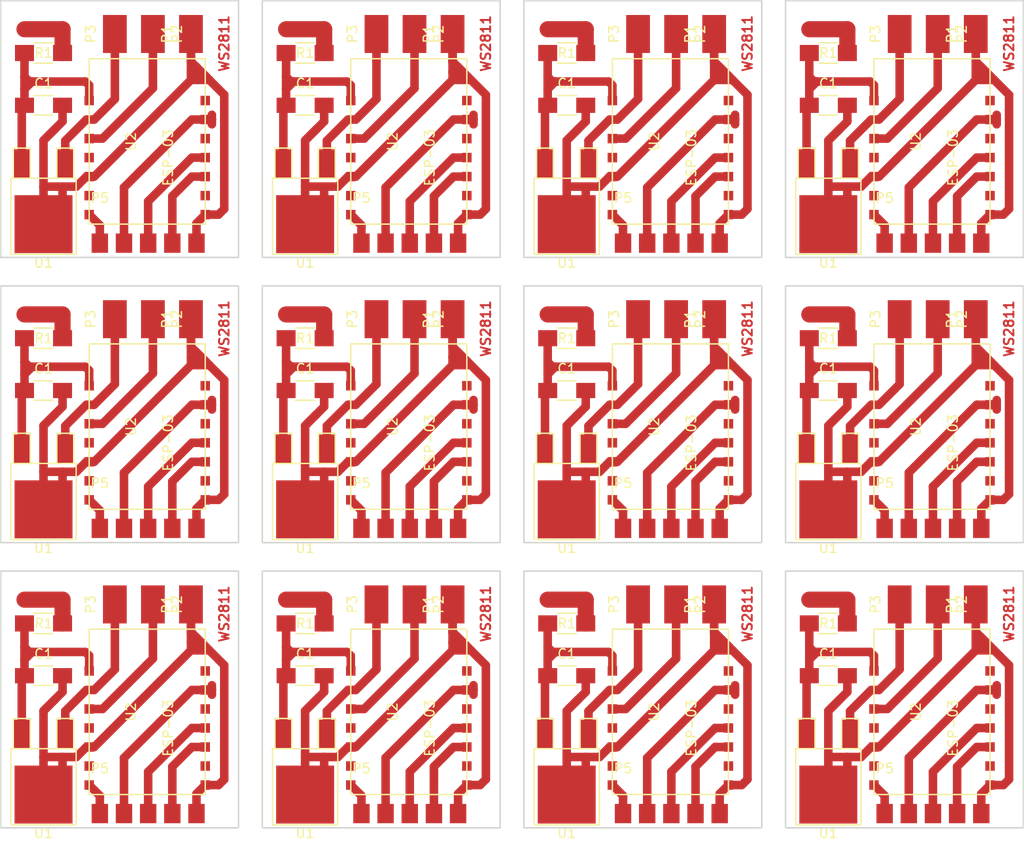
<source format=kicad_pcb>
(kicad_pcb (version 4) (host pcbnew 4.0.1-stable)

  (general
    (links 15)
    (no_connects 1)
    (area 19.924999 14.620238 127.575001 103.739)
    (thickness 1.6)
    (drawings 60)
    (tracks 852)
    (zones 0)
    (modules 96)
    (nets 9)
  )

  (page A4)
  (layers
    (0 F.Cu signal)
    (31 B.Cu signal)
    (32 B.Adhes user)
    (33 F.Adhes user)
    (34 B.Paste user)
    (35 F.Paste user)
    (36 B.SilkS user)
    (37 F.SilkS user)
    (38 B.Mask user)
    (39 F.Mask user)
    (40 Dwgs.User user)
    (41 Cmts.User user)
    (42 Eco1.User user)
    (43 Eco2.User user)
    (44 Edge.Cuts user)
    (45 Margin user)
    (46 B.CrtYd user)
    (47 F.CrtYd user)
    (48 B.Fab user)
    (49 F.Fab user hide)
  )

  (setup
    (last_trace_width 0.25)
    (user_trace_width 0.5)
    (user_trace_width 0.7)
    (user_trace_width 0.9)
    (user_trace_width 1.1)
    (user_trace_width 1.3)
    (user_trace_width 1.5)
    (user_trace_width 1.7)
    (trace_clearance 0.4)
    (zone_clearance 0.508)
    (zone_45_only no)
    (trace_min 0.2)
    (segment_width 0.2)
    (edge_width 0.15)
    (via_size 0.6)
    (via_drill 0.4)
    (via_min_size 0.4)
    (via_min_drill 0.3)
    (uvia_size 0.3)
    (uvia_drill 0.1)
    (uvias_allowed no)
    (uvia_min_size 0.2)
    (uvia_min_drill 0.1)
    (pcb_text_width 0.3)
    (pcb_text_size 1.5 1.5)
    (mod_edge_width 0.15)
    (mod_text_size 1 1)
    (mod_text_width 0.15)
    (pad_size 1.524 1.524)
    (pad_drill 0.762)
    (pad_to_mask_clearance 0.2)
    (aux_axis_origin 0 0)
    (visible_elements FFFFF77F)
    (pcbplotparams
      (layerselection 0x00030_80000001)
      (usegerberextensions false)
      (excludeedgelayer true)
      (linewidth 0.100000)
      (plotframeref false)
      (viasonmask false)
      (mode 1)
      (useauxorigin false)
      (hpglpennumber 1)
      (hpglpenspeed 20)
      (hpglpendiameter 15)
      (hpglpenoverlay 2)
      (psnegative false)
      (psa4output false)
      (plotreference true)
      (plotvalue true)
      (plotinvisibletext false)
      (padsonsilk false)
      (subtractmaskfromsilk false)
      (outputformat 1)
      (mirror false)
      (drillshape 1)
      (scaleselection 1)
      (outputdirectory ""))
  )

  (net 0 "")
  (net 1 +3V3)
  (net 2 GND)
  (net 3 /PSU_EN)
  (net 4 +5V)
  (net 5 /UART_RX)
  (net 6 /UART_TX)
  (net 7 /CH_PD)
  (net 8 /FLASH_EN)

  (net_class Default "This is the default net class."
    (clearance 0.4)
    (trace_width 0.25)
    (via_dia 0.6)
    (via_drill 0.4)
    (uvia_dia 0.3)
    (uvia_drill 0.1)
    (add_net +3V3)
    (add_net +5V)
    (add_net /CH_PD)
    (add_net /FLASH_EN)
    (add_net /PSU_EN)
    (add_net /UART_RX)
    (add_net /UART_TX)
    (add_net GND)
  )

  (module "WS2811 Controller:5pin_SMD" (layer F.Cu) (tedit 56850FAB) (tstamp 568562EA)
    (at 112.92 40.5)
    (tags "socket strip")
    (path /568466D4)
    (fp_text reference P5 (at 0 -4.75) (layer F.SilkS)
      (effects (font (size 1 1) (thickness 0.15)))
    )
    (fp_text value DEBUG_HDR (at 0 -2.54) (layer F.Fab)
      (effects (font (size 1 1) (thickness 0.15)))
    )
    (pad 1 smd rect (at 0 0) (size 1.7272 2.032) (layers F.Cu F.Paste F.Mask)
      (net 8 /FLASH_EN))
    (pad 2 smd rect (at 2.54 0) (size 1.7272 2.032) (layers F.Cu F.Paste F.Mask)
      (net 7 /CH_PD))
    (pad 3 smd rect (at 5.08 0) (size 1.7272 2.032) (layers F.Cu F.Paste F.Mask)
      (net 5 /UART_RX))
    (pad 4 smd rect (at 7.62 0) (size 1.7272 2.032) (layers F.Cu F.Paste F.Mask)
      (net 6 /UART_TX))
    (pad 5 smd rect (at 10.16 0) (size 1.7272 2.032) (layers F.Cu F.Paste F.Mask)
      (net 2 GND))
  )

  (module "WS2811 Controller:esp-03" (layer F.Cu) (tedit 568523B3) (tstamp 568562D6)
    (at 117.9 31.6)
    (descr "ESP8266 ESP-03 wifi module -- Phillip Pearson")
    (path /56845717)
    (fp_text reference U2 (at -1.7 -1.8 90) (layer F.SilkS)
      (effects (font (size 1 1) (thickness 0.15)))
    )
    (fp_text value ESP-03 (at 2.2 -0.1 90) (layer F.SilkS)
      (effects (font (size 1 1) (thickness 0.15)))
    )
    (fp_line (start -6.1 6.9) (end -6.1 -10.5) (layer F.SilkS) (width 0.15))
    (fp_line (start -6.1 -10.5) (end 6.1 -10.5) (layer F.SilkS) (width 0.15))
    (fp_line (start 6.1 -10.5) (end 6.1 6.9) (layer F.SilkS) (width 0.15))
    (fp_line (start 6.1 6.9) (end -6.1 6.9) (layer F.SilkS) (width 0.15))
    (pad 14 smd rect (at -6.1 5.9) (size 1 1) (layers F.Cu F.Paste F.Mask)
      (net 8 /FLASH_EN))
    (pad 13 smd rect (at -6.1 3.9) (size 1 1) (layers F.Cu F.Paste F.Mask))
    (pad 12 smd rect (at -6.1 1.9) (size 1 1) (layers F.Cu F.Paste F.Mask)
      (net 2 GND))
    (pad 11 smd rect (at -6.1 -0.1) (size 1 1) (layers F.Cu F.Paste F.Mask))
    (pad 10 smd rect (at -6.1 -2.1) (size 1 1) (layers F.Cu F.Paste F.Mask)
      (net 3 /PSU_EN))
    (pad 8 smd rect (at -6.1 -6.1) (size 1 1) (layers F.Cu F.Paste F.Mask)
      (net 1 +3V3))
    (pad 1 smd rect (at 6.1 5.9) (size 1 1) (layers F.Cu F.Paste F.Mask)
      (net 2 GND))
    (pad 2 smd rect (at 6.1 3.9) (size 1 1) (layers F.Cu F.Paste F.Mask))
    (pad 3 smd rect (at 6.1 1.9) (size 1 1) (layers F.Cu F.Paste F.Mask)
      (net 6 /UART_TX))
    (pad 4 smd rect (at 6.1 -0.1) (size 1 1) (layers F.Cu F.Paste F.Mask)
      (net 5 /UART_RX))
    (pad 5 smd rect (at 6.1 -2.1) (size 1 1) (layers F.Cu F.Paste F.Mask))
    (pad 6 smd rect (at 6.1 -4.1) (size 1 1) (layers F.Cu F.Paste F.Mask)
      (net 7 /CH_PD))
    (pad 7 smd rect (at 6.1 -6.1) (size 1 1) (layers F.Cu F.Paste F.Mask))
  )

  (module Resistors_SMD:R_1206_HandSoldering (layer F.Cu) (tedit 5418A20D) (tstamp 568562CB)
    (at 107 20.5 180)
    (descr "Resistor SMD 1206, hand soldering")
    (tags "resistor 1206")
    (path /56844F3A)
    (attr smd)
    (fp_text reference R1 (at 0 0 180) (layer F.SilkS)
      (effects (font (size 1 1) (thickness 0.15)))
    )
    (fp_text value 10K (at 0 2.3 180) (layer F.Fab)
      (effects (font (size 1 1) (thickness 0.15)))
    )
    (fp_line (start -3.3 -1.2) (end 3.3 -1.2) (layer F.CrtYd) (width 0.05))
    (fp_line (start -3.3 1.2) (end 3.3 1.2) (layer F.CrtYd) (width 0.05))
    (fp_line (start -3.3 -1.2) (end -3.3 1.2) (layer F.CrtYd) (width 0.05))
    (fp_line (start 3.3 -1.2) (end 3.3 1.2) (layer F.CrtYd) (width 0.05))
    (fp_line (start 1 1.075) (end -1 1.075) (layer F.SilkS) (width 0.15))
    (fp_line (start -1 -1.075) (end 1 -1.075) (layer F.SilkS) (width 0.15))
    (pad 1 smd rect (at -2 0 180) (size 2 1.7) (layers F.Cu F.Paste F.Mask)
      (net 7 /CH_PD))
    (pad 2 smd rect (at 2 0 180) (size 2 1.7) (layers F.Cu F.Paste F.Mask)
      (net 1 +3V3))
    (model Resistors_SMD.3dshapes/R_1206_HandSoldering.wrl
      (at (xyz 0 0 0))
      (scale (xyz 1 1 1))
      (rotate (xyz 0 0 0))
    )
  )

  (module "WS2811 Controller:SolderPad" (layer F.Cu) (tedit 5685120B) (tstamp 568562C7)
    (at 114.5 18.5 270)
    (path /568473F2)
    (fp_text reference P3 (at 0 2.54 270) (layer F.SilkS)
      (effects (font (size 1 1) (thickness 0.15)))
    )
    (fp_text value PSU_5V (at 0 -2.54 270) (layer F.Fab) hide
      (effects (font (size 1 1) (thickness 0.15)))
    )
    (pad 1 smd rect (at 0 0 270) (size 4 2.5) (layers F.Cu F.Paste F.Mask)
      (net 4 +5V))
  )

  (module "WS2811 Controller:SolderPad" (layer F.Cu) (tedit 56844E9E) (tstamp 568562C3)
    (at 122.5 18.5 270)
    (path /56846D85)
    (fp_text reference P1 (at 0 2.54 270) (layer F.SilkS)
      (effects (font (size 1 1) (thickness 0.15)))
    )
    (fp_text value PSU_GND (at 0 -2.54 270) (layer F.Fab)
      (effects (font (size 1 1) (thickness 0.15)))
    )
    (pad 1 smd rect (at 0 0 270) (size 4 2.5) (layers F.Cu F.Paste F.Mask)
      (net 2 GND))
  )

  (module Capacitors_SMD:C_1206_HandSoldering (layer F.Cu) (tedit 541A9C03) (tstamp 568562B8)
    (at 107 26)
    (descr "Capacitor SMD 1206, hand soldering")
    (tags "capacitor 1206")
    (path /568459F2)
    (attr smd)
    (fp_text reference C1 (at 0 -2.3) (layer F.SilkS)
      (effects (font (size 1 1) (thickness 0.15)))
    )
    (fp_text value 22u (at 0 2.3) (layer F.Fab)
      (effects (font (size 1 1) (thickness 0.15)))
    )
    (fp_line (start -3.3 -1.15) (end 3.3 -1.15) (layer F.CrtYd) (width 0.05))
    (fp_line (start -3.3 1.15) (end 3.3 1.15) (layer F.CrtYd) (width 0.05))
    (fp_line (start -3.3 -1.15) (end -3.3 1.15) (layer F.CrtYd) (width 0.05))
    (fp_line (start 3.3 -1.15) (end 3.3 1.15) (layer F.CrtYd) (width 0.05))
    (fp_line (start 1 -1.025) (end -1 -1.025) (layer F.SilkS) (width 0.15))
    (fp_line (start -1 1.025) (end 1 1.025) (layer F.SilkS) (width 0.15))
    (pad 1 smd rect (at -2 0) (size 2 1.6) (layers F.Cu F.Paste F.Mask)
      (net 1 +3V3))
    (pad 2 smd rect (at 2 0) (size 2 1.6) (layers F.Cu F.Paste F.Mask)
      (net 2 GND))
    (model Capacitors_SMD.3dshapes/C_1206_HandSoldering.wrl
      (at (xyz 0 0 0))
      (scale (xyz 1 1 1))
      (rotate (xyz 0 0 0))
    )
  )

  (module "WS2811 Controller:SolderPad" (layer F.Cu) (tedit 56844E9E) (tstamp 568562B4)
    (at 118.5 18.5 90)
    (path /56847536)
    (fp_text reference P2 (at 0 2.54 90) (layer F.SilkS)
      (effects (font (size 1 1) (thickness 0.15)))
    )
    (fp_text value PSU_EN (at 0 -2.54 90) (layer F.Fab)
      (effects (font (size 1 1) (thickness 0.15)))
    )
    (pad 1 smd rect (at 0 0 90) (size 4 2.5) (layers F.Cu F.Paste F.Mask)
      (net 3 /PSU_EN))
  )

  (module TO_SOT_Packages_SMD:TO-252-2Lead (layer F.Cu) (tedit 0) (tstamp 568562A3)
    (at 107 32.15 180)
    (descr "DPAK / TO-252 2-lead smd package")
    (tags "dpak TO-252")
    (path /568459C3)
    (attr smd)
    (fp_text reference U1 (at 0 -10.414 180) (layer F.SilkS)
      (effects (font (size 1 1) (thickness 0.15)))
    )
    (fp_text value LF33 (at 0 -2.413 180) (layer F.Fab)
      (effects (font (size 1 1) (thickness 0.15)))
    )
    (fp_line (start 1.397 -1.524) (end 1.397 1.651) (layer F.SilkS) (width 0.15))
    (fp_line (start 1.397 1.651) (end 3.175 1.651) (layer F.SilkS) (width 0.15))
    (fp_line (start 3.175 1.651) (end 3.175 -1.524) (layer F.SilkS) (width 0.15))
    (fp_line (start -3.175 -1.524) (end -3.175 1.651) (layer F.SilkS) (width 0.15))
    (fp_line (start -3.175 1.651) (end -1.397 1.651) (layer F.SilkS) (width 0.15))
    (fp_line (start -1.397 1.651) (end -1.397 -1.524) (layer F.SilkS) (width 0.15))
    (fp_line (start 3.429 -7.62) (end 3.429 -1.524) (layer F.SilkS) (width 0.15))
    (fp_line (start 3.429 -1.524) (end -3.429 -1.524) (layer F.SilkS) (width 0.15))
    (fp_line (start -3.429 -1.524) (end -3.429 -9.398) (layer F.SilkS) (width 0.15))
    (fp_line (start -3.429 -9.525) (end 3.429 -9.525) (layer F.SilkS) (width 0.15))
    (fp_line (start 3.429 -9.398) (end 3.429 -7.62) (layer F.SilkS) (width 0.15))
    (pad 1 smd rect (at -2.286 0 180) (size 1.651 3.048) (layers F.Cu F.Paste F.Mask)
      (net 4 +5V))
    (pad 2 smd rect (at 0 -6.35 180) (size 6.096 6.096) (layers F.Cu F.Paste F.Mask)
      (net 2 GND))
    (pad 3 smd rect (at 2.286 0 180) (size 1.651 3.048) (layers F.Cu F.Paste F.Mask)
      (net 1 +3V3))
    (model TO_SOT_Packages_SMD.3dshapes/TO-252-2Lead.wrl
      (at (xyz 0 0 0))
      (scale (xyz 1 1 1))
      (rotate (xyz 0 0 0))
    )
  )

  (module "WS2811 Controller:5pin_SMD" (layer F.Cu) (tedit 56850FAB) (tstamp 5685624F)
    (at 112.92 70.5)
    (tags "socket strip")
    (path /568466D4)
    (fp_text reference P5 (at 0 -4.75) (layer F.SilkS)
      (effects (font (size 1 1) (thickness 0.15)))
    )
    (fp_text value DEBUG_HDR (at 0 -2.54) (layer F.Fab)
      (effects (font (size 1 1) (thickness 0.15)))
    )
    (pad 1 smd rect (at 0 0) (size 1.7272 2.032) (layers F.Cu F.Paste F.Mask)
      (net 8 /FLASH_EN))
    (pad 2 smd rect (at 2.54 0) (size 1.7272 2.032) (layers F.Cu F.Paste F.Mask)
      (net 7 /CH_PD))
    (pad 3 smd rect (at 5.08 0) (size 1.7272 2.032) (layers F.Cu F.Paste F.Mask)
      (net 5 /UART_RX))
    (pad 4 smd rect (at 7.62 0) (size 1.7272 2.032) (layers F.Cu F.Paste F.Mask)
      (net 6 /UART_TX))
    (pad 5 smd rect (at 10.16 0) (size 1.7272 2.032) (layers F.Cu F.Paste F.Mask)
      (net 2 GND))
  )

  (module "WS2811 Controller:esp-03" (layer F.Cu) (tedit 568523B3) (tstamp 5685623B)
    (at 117.9 61.6)
    (descr "ESP8266 ESP-03 wifi module -- Phillip Pearson")
    (path /56845717)
    (fp_text reference U2 (at -1.7 -1.8 90) (layer F.SilkS)
      (effects (font (size 1 1) (thickness 0.15)))
    )
    (fp_text value ESP-03 (at 2.2 -0.1 90) (layer F.SilkS)
      (effects (font (size 1 1) (thickness 0.15)))
    )
    (fp_line (start -6.1 6.9) (end -6.1 -10.5) (layer F.SilkS) (width 0.15))
    (fp_line (start -6.1 -10.5) (end 6.1 -10.5) (layer F.SilkS) (width 0.15))
    (fp_line (start 6.1 -10.5) (end 6.1 6.9) (layer F.SilkS) (width 0.15))
    (fp_line (start 6.1 6.9) (end -6.1 6.9) (layer F.SilkS) (width 0.15))
    (pad 14 smd rect (at -6.1 5.9) (size 1 1) (layers F.Cu F.Paste F.Mask)
      (net 8 /FLASH_EN))
    (pad 13 smd rect (at -6.1 3.9) (size 1 1) (layers F.Cu F.Paste F.Mask))
    (pad 12 smd rect (at -6.1 1.9) (size 1 1) (layers F.Cu F.Paste F.Mask)
      (net 2 GND))
    (pad 11 smd rect (at -6.1 -0.1) (size 1 1) (layers F.Cu F.Paste F.Mask))
    (pad 10 smd rect (at -6.1 -2.1) (size 1 1) (layers F.Cu F.Paste F.Mask)
      (net 3 /PSU_EN))
    (pad 8 smd rect (at -6.1 -6.1) (size 1 1) (layers F.Cu F.Paste F.Mask)
      (net 1 +3V3))
    (pad 1 smd rect (at 6.1 5.9) (size 1 1) (layers F.Cu F.Paste F.Mask)
      (net 2 GND))
    (pad 2 smd rect (at 6.1 3.9) (size 1 1) (layers F.Cu F.Paste F.Mask))
    (pad 3 smd rect (at 6.1 1.9) (size 1 1) (layers F.Cu F.Paste F.Mask)
      (net 6 /UART_TX))
    (pad 4 smd rect (at 6.1 -0.1) (size 1 1) (layers F.Cu F.Paste F.Mask)
      (net 5 /UART_RX))
    (pad 5 smd rect (at 6.1 -2.1) (size 1 1) (layers F.Cu F.Paste F.Mask))
    (pad 6 smd rect (at 6.1 -4.1) (size 1 1) (layers F.Cu F.Paste F.Mask)
      (net 7 /CH_PD))
    (pad 7 smd rect (at 6.1 -6.1) (size 1 1) (layers F.Cu F.Paste F.Mask))
  )

  (module Resistors_SMD:R_1206_HandSoldering (layer F.Cu) (tedit 5418A20D) (tstamp 56856230)
    (at 107 50.5 180)
    (descr "Resistor SMD 1206, hand soldering")
    (tags "resistor 1206")
    (path /56844F3A)
    (attr smd)
    (fp_text reference R1 (at 0 0 180) (layer F.SilkS)
      (effects (font (size 1 1) (thickness 0.15)))
    )
    (fp_text value 10K (at 0 2.3 180) (layer F.Fab)
      (effects (font (size 1 1) (thickness 0.15)))
    )
    (fp_line (start -3.3 -1.2) (end 3.3 -1.2) (layer F.CrtYd) (width 0.05))
    (fp_line (start -3.3 1.2) (end 3.3 1.2) (layer F.CrtYd) (width 0.05))
    (fp_line (start -3.3 -1.2) (end -3.3 1.2) (layer F.CrtYd) (width 0.05))
    (fp_line (start 3.3 -1.2) (end 3.3 1.2) (layer F.CrtYd) (width 0.05))
    (fp_line (start 1 1.075) (end -1 1.075) (layer F.SilkS) (width 0.15))
    (fp_line (start -1 -1.075) (end 1 -1.075) (layer F.SilkS) (width 0.15))
    (pad 1 smd rect (at -2 0 180) (size 2 1.7) (layers F.Cu F.Paste F.Mask)
      (net 7 /CH_PD))
    (pad 2 smd rect (at 2 0 180) (size 2 1.7) (layers F.Cu F.Paste F.Mask)
      (net 1 +3V3))
    (model Resistors_SMD.3dshapes/R_1206_HandSoldering.wrl
      (at (xyz 0 0 0))
      (scale (xyz 1 1 1))
      (rotate (xyz 0 0 0))
    )
  )

  (module "WS2811 Controller:SolderPad" (layer F.Cu) (tedit 5685120B) (tstamp 5685622C)
    (at 114.5 48.5 270)
    (path /568473F2)
    (fp_text reference P3 (at 0 2.54 270) (layer F.SilkS)
      (effects (font (size 1 1) (thickness 0.15)))
    )
    (fp_text value PSU_5V (at 0 -2.54 270) (layer F.Fab) hide
      (effects (font (size 1 1) (thickness 0.15)))
    )
    (pad 1 smd rect (at 0 0 270) (size 4 2.5) (layers F.Cu F.Paste F.Mask)
      (net 4 +5V))
  )

  (module "WS2811 Controller:SolderPad" (layer F.Cu) (tedit 56844E9E) (tstamp 56856228)
    (at 122.5 48.5 270)
    (path /56846D85)
    (fp_text reference P1 (at 0 2.54 270) (layer F.SilkS)
      (effects (font (size 1 1) (thickness 0.15)))
    )
    (fp_text value PSU_GND (at 0 -2.54 270) (layer F.Fab)
      (effects (font (size 1 1) (thickness 0.15)))
    )
    (pad 1 smd rect (at 0 0 270) (size 4 2.5) (layers F.Cu F.Paste F.Mask)
      (net 2 GND))
  )

  (module Capacitors_SMD:C_1206_HandSoldering (layer F.Cu) (tedit 541A9C03) (tstamp 5685621D)
    (at 107 56)
    (descr "Capacitor SMD 1206, hand soldering")
    (tags "capacitor 1206")
    (path /568459F2)
    (attr smd)
    (fp_text reference C1 (at 0 -2.3) (layer F.SilkS)
      (effects (font (size 1 1) (thickness 0.15)))
    )
    (fp_text value 22u (at 0 2.3) (layer F.Fab)
      (effects (font (size 1 1) (thickness 0.15)))
    )
    (fp_line (start -3.3 -1.15) (end 3.3 -1.15) (layer F.CrtYd) (width 0.05))
    (fp_line (start -3.3 1.15) (end 3.3 1.15) (layer F.CrtYd) (width 0.05))
    (fp_line (start -3.3 -1.15) (end -3.3 1.15) (layer F.CrtYd) (width 0.05))
    (fp_line (start 3.3 -1.15) (end 3.3 1.15) (layer F.CrtYd) (width 0.05))
    (fp_line (start 1 -1.025) (end -1 -1.025) (layer F.SilkS) (width 0.15))
    (fp_line (start -1 1.025) (end 1 1.025) (layer F.SilkS) (width 0.15))
    (pad 1 smd rect (at -2 0) (size 2 1.6) (layers F.Cu F.Paste F.Mask)
      (net 1 +3V3))
    (pad 2 smd rect (at 2 0) (size 2 1.6) (layers F.Cu F.Paste F.Mask)
      (net 2 GND))
    (model Capacitors_SMD.3dshapes/C_1206_HandSoldering.wrl
      (at (xyz 0 0 0))
      (scale (xyz 1 1 1))
      (rotate (xyz 0 0 0))
    )
  )

  (module "WS2811 Controller:SolderPad" (layer F.Cu) (tedit 56844E9E) (tstamp 56856219)
    (at 118.5 48.5 90)
    (path /56847536)
    (fp_text reference P2 (at 0 2.54 90) (layer F.SilkS)
      (effects (font (size 1 1) (thickness 0.15)))
    )
    (fp_text value PSU_EN (at 0 -2.54 90) (layer F.Fab)
      (effects (font (size 1 1) (thickness 0.15)))
    )
    (pad 1 smd rect (at 0 0 90) (size 4 2.5) (layers F.Cu F.Paste F.Mask)
      (net 3 /PSU_EN))
  )

  (module TO_SOT_Packages_SMD:TO-252-2Lead (layer F.Cu) (tedit 0) (tstamp 56856208)
    (at 107 62.15 180)
    (descr "DPAK / TO-252 2-lead smd package")
    (tags "dpak TO-252")
    (path /568459C3)
    (attr smd)
    (fp_text reference U1 (at 0 -10.414 180) (layer F.SilkS)
      (effects (font (size 1 1) (thickness 0.15)))
    )
    (fp_text value LF33 (at 0 -2.413 180) (layer F.Fab)
      (effects (font (size 1 1) (thickness 0.15)))
    )
    (fp_line (start 1.397 -1.524) (end 1.397 1.651) (layer F.SilkS) (width 0.15))
    (fp_line (start 1.397 1.651) (end 3.175 1.651) (layer F.SilkS) (width 0.15))
    (fp_line (start 3.175 1.651) (end 3.175 -1.524) (layer F.SilkS) (width 0.15))
    (fp_line (start -3.175 -1.524) (end -3.175 1.651) (layer F.SilkS) (width 0.15))
    (fp_line (start -3.175 1.651) (end -1.397 1.651) (layer F.SilkS) (width 0.15))
    (fp_line (start -1.397 1.651) (end -1.397 -1.524) (layer F.SilkS) (width 0.15))
    (fp_line (start 3.429 -7.62) (end 3.429 -1.524) (layer F.SilkS) (width 0.15))
    (fp_line (start 3.429 -1.524) (end -3.429 -1.524) (layer F.SilkS) (width 0.15))
    (fp_line (start -3.429 -1.524) (end -3.429 -9.398) (layer F.SilkS) (width 0.15))
    (fp_line (start -3.429 -9.525) (end 3.429 -9.525) (layer F.SilkS) (width 0.15))
    (fp_line (start 3.429 -9.398) (end 3.429 -7.62) (layer F.SilkS) (width 0.15))
    (pad 1 smd rect (at -2.286 0 180) (size 1.651 3.048) (layers F.Cu F.Paste F.Mask)
      (net 4 +5V))
    (pad 2 smd rect (at 0 -6.35 180) (size 6.096 6.096) (layers F.Cu F.Paste F.Mask)
      (net 2 GND))
    (pad 3 smd rect (at 2.286 0 180) (size 1.651 3.048) (layers F.Cu F.Paste F.Mask)
      (net 1 +3V3))
    (model TO_SOT_Packages_SMD.3dshapes/TO-252-2Lead.wrl
      (at (xyz 0 0 0))
      (scale (xyz 1 1 1))
      (rotate (xyz 0 0 0))
    )
  )

  (module "WS2811 Controller:5pin_SMD" (layer F.Cu) (tedit 56850FAB) (tstamp 568561B4)
    (at 112.92 100.5)
    (tags "socket strip")
    (path /568466D4)
    (fp_text reference P5 (at 0 -4.75) (layer F.SilkS)
      (effects (font (size 1 1) (thickness 0.15)))
    )
    (fp_text value DEBUG_HDR (at 0 -2.54) (layer F.Fab)
      (effects (font (size 1 1) (thickness 0.15)))
    )
    (pad 1 smd rect (at 0 0) (size 1.7272 2.032) (layers F.Cu F.Paste F.Mask)
      (net 8 /FLASH_EN))
    (pad 2 smd rect (at 2.54 0) (size 1.7272 2.032) (layers F.Cu F.Paste F.Mask)
      (net 7 /CH_PD))
    (pad 3 smd rect (at 5.08 0) (size 1.7272 2.032) (layers F.Cu F.Paste F.Mask)
      (net 5 /UART_RX))
    (pad 4 smd rect (at 7.62 0) (size 1.7272 2.032) (layers F.Cu F.Paste F.Mask)
      (net 6 /UART_TX))
    (pad 5 smd rect (at 10.16 0) (size 1.7272 2.032) (layers F.Cu F.Paste F.Mask)
      (net 2 GND))
  )

  (module "WS2811 Controller:esp-03" (layer F.Cu) (tedit 568523B3) (tstamp 568561A0)
    (at 117.9 91.6)
    (descr "ESP8266 ESP-03 wifi module -- Phillip Pearson")
    (path /56845717)
    (fp_text reference U2 (at -1.7 -1.8 90) (layer F.SilkS)
      (effects (font (size 1 1) (thickness 0.15)))
    )
    (fp_text value ESP-03 (at 2.2 -0.1 90) (layer F.SilkS)
      (effects (font (size 1 1) (thickness 0.15)))
    )
    (fp_line (start -6.1 6.9) (end -6.1 -10.5) (layer F.SilkS) (width 0.15))
    (fp_line (start -6.1 -10.5) (end 6.1 -10.5) (layer F.SilkS) (width 0.15))
    (fp_line (start 6.1 -10.5) (end 6.1 6.9) (layer F.SilkS) (width 0.15))
    (fp_line (start 6.1 6.9) (end -6.1 6.9) (layer F.SilkS) (width 0.15))
    (pad 14 smd rect (at -6.1 5.9) (size 1 1) (layers F.Cu F.Paste F.Mask)
      (net 8 /FLASH_EN))
    (pad 13 smd rect (at -6.1 3.9) (size 1 1) (layers F.Cu F.Paste F.Mask))
    (pad 12 smd rect (at -6.1 1.9) (size 1 1) (layers F.Cu F.Paste F.Mask)
      (net 2 GND))
    (pad 11 smd rect (at -6.1 -0.1) (size 1 1) (layers F.Cu F.Paste F.Mask))
    (pad 10 smd rect (at -6.1 -2.1) (size 1 1) (layers F.Cu F.Paste F.Mask)
      (net 3 /PSU_EN))
    (pad 8 smd rect (at -6.1 -6.1) (size 1 1) (layers F.Cu F.Paste F.Mask)
      (net 1 +3V3))
    (pad 1 smd rect (at 6.1 5.9) (size 1 1) (layers F.Cu F.Paste F.Mask)
      (net 2 GND))
    (pad 2 smd rect (at 6.1 3.9) (size 1 1) (layers F.Cu F.Paste F.Mask))
    (pad 3 smd rect (at 6.1 1.9) (size 1 1) (layers F.Cu F.Paste F.Mask)
      (net 6 /UART_TX))
    (pad 4 smd rect (at 6.1 -0.1) (size 1 1) (layers F.Cu F.Paste F.Mask)
      (net 5 /UART_RX))
    (pad 5 smd rect (at 6.1 -2.1) (size 1 1) (layers F.Cu F.Paste F.Mask))
    (pad 6 smd rect (at 6.1 -4.1) (size 1 1) (layers F.Cu F.Paste F.Mask)
      (net 7 /CH_PD))
    (pad 7 smd rect (at 6.1 -6.1) (size 1 1) (layers F.Cu F.Paste F.Mask))
  )

  (module Resistors_SMD:R_1206_HandSoldering (layer F.Cu) (tedit 5418A20D) (tstamp 56856195)
    (at 107 80.5 180)
    (descr "Resistor SMD 1206, hand soldering")
    (tags "resistor 1206")
    (path /56844F3A)
    (attr smd)
    (fp_text reference R1 (at 0 0 180) (layer F.SilkS)
      (effects (font (size 1 1) (thickness 0.15)))
    )
    (fp_text value 10K (at 0 2.3 180) (layer F.Fab)
      (effects (font (size 1 1) (thickness 0.15)))
    )
    (fp_line (start -3.3 -1.2) (end 3.3 -1.2) (layer F.CrtYd) (width 0.05))
    (fp_line (start -3.3 1.2) (end 3.3 1.2) (layer F.CrtYd) (width 0.05))
    (fp_line (start -3.3 -1.2) (end -3.3 1.2) (layer F.CrtYd) (width 0.05))
    (fp_line (start 3.3 -1.2) (end 3.3 1.2) (layer F.CrtYd) (width 0.05))
    (fp_line (start 1 1.075) (end -1 1.075) (layer F.SilkS) (width 0.15))
    (fp_line (start -1 -1.075) (end 1 -1.075) (layer F.SilkS) (width 0.15))
    (pad 1 smd rect (at -2 0 180) (size 2 1.7) (layers F.Cu F.Paste F.Mask)
      (net 7 /CH_PD))
    (pad 2 smd rect (at 2 0 180) (size 2 1.7) (layers F.Cu F.Paste F.Mask)
      (net 1 +3V3))
    (model Resistors_SMD.3dshapes/R_1206_HandSoldering.wrl
      (at (xyz 0 0 0))
      (scale (xyz 1 1 1))
      (rotate (xyz 0 0 0))
    )
  )

  (module "WS2811 Controller:SolderPad" (layer F.Cu) (tedit 5685120B) (tstamp 56856191)
    (at 114.5 78.5 270)
    (path /568473F2)
    (fp_text reference P3 (at 0 2.54 270) (layer F.SilkS)
      (effects (font (size 1 1) (thickness 0.15)))
    )
    (fp_text value PSU_5V (at 0 -2.54 270) (layer F.Fab) hide
      (effects (font (size 1 1) (thickness 0.15)))
    )
    (pad 1 smd rect (at 0 0 270) (size 4 2.5) (layers F.Cu F.Paste F.Mask)
      (net 4 +5V))
  )

  (module "WS2811 Controller:SolderPad" (layer F.Cu) (tedit 56844E9E) (tstamp 5685618D)
    (at 122.5 78.5 270)
    (path /56846D85)
    (fp_text reference P1 (at 0 2.54 270) (layer F.SilkS)
      (effects (font (size 1 1) (thickness 0.15)))
    )
    (fp_text value PSU_GND (at 0 -2.54 270) (layer F.Fab)
      (effects (font (size 1 1) (thickness 0.15)))
    )
    (pad 1 smd rect (at 0 0 270) (size 4 2.5) (layers F.Cu F.Paste F.Mask)
      (net 2 GND))
  )

  (module Capacitors_SMD:C_1206_HandSoldering (layer F.Cu) (tedit 541A9C03) (tstamp 56856182)
    (at 107 86)
    (descr "Capacitor SMD 1206, hand soldering")
    (tags "capacitor 1206")
    (path /568459F2)
    (attr smd)
    (fp_text reference C1 (at 0 -2.3) (layer F.SilkS)
      (effects (font (size 1 1) (thickness 0.15)))
    )
    (fp_text value 22u (at 0 2.3) (layer F.Fab)
      (effects (font (size 1 1) (thickness 0.15)))
    )
    (fp_line (start -3.3 -1.15) (end 3.3 -1.15) (layer F.CrtYd) (width 0.05))
    (fp_line (start -3.3 1.15) (end 3.3 1.15) (layer F.CrtYd) (width 0.05))
    (fp_line (start -3.3 -1.15) (end -3.3 1.15) (layer F.CrtYd) (width 0.05))
    (fp_line (start 3.3 -1.15) (end 3.3 1.15) (layer F.CrtYd) (width 0.05))
    (fp_line (start 1 -1.025) (end -1 -1.025) (layer F.SilkS) (width 0.15))
    (fp_line (start -1 1.025) (end 1 1.025) (layer F.SilkS) (width 0.15))
    (pad 1 smd rect (at -2 0) (size 2 1.6) (layers F.Cu F.Paste F.Mask)
      (net 1 +3V3))
    (pad 2 smd rect (at 2 0) (size 2 1.6) (layers F.Cu F.Paste F.Mask)
      (net 2 GND))
    (model Capacitors_SMD.3dshapes/C_1206_HandSoldering.wrl
      (at (xyz 0 0 0))
      (scale (xyz 1 1 1))
      (rotate (xyz 0 0 0))
    )
  )

  (module "WS2811 Controller:SolderPad" (layer F.Cu) (tedit 56844E9E) (tstamp 5685617E)
    (at 118.5 78.5 90)
    (path /56847536)
    (fp_text reference P2 (at 0 2.54 90) (layer F.SilkS)
      (effects (font (size 1 1) (thickness 0.15)))
    )
    (fp_text value PSU_EN (at 0 -2.54 90) (layer F.Fab)
      (effects (font (size 1 1) (thickness 0.15)))
    )
    (pad 1 smd rect (at 0 0 90) (size 4 2.5) (layers F.Cu F.Paste F.Mask)
      (net 3 /PSU_EN))
  )

  (module TO_SOT_Packages_SMD:TO-252-2Lead (layer F.Cu) (tedit 0) (tstamp 5685616D)
    (at 107 92.15 180)
    (descr "DPAK / TO-252 2-lead smd package")
    (tags "dpak TO-252")
    (path /568459C3)
    (attr smd)
    (fp_text reference U1 (at 0 -10.414 180) (layer F.SilkS)
      (effects (font (size 1 1) (thickness 0.15)))
    )
    (fp_text value LF33 (at 0 -2.413 180) (layer F.Fab)
      (effects (font (size 1 1) (thickness 0.15)))
    )
    (fp_line (start 1.397 -1.524) (end 1.397 1.651) (layer F.SilkS) (width 0.15))
    (fp_line (start 1.397 1.651) (end 3.175 1.651) (layer F.SilkS) (width 0.15))
    (fp_line (start 3.175 1.651) (end 3.175 -1.524) (layer F.SilkS) (width 0.15))
    (fp_line (start -3.175 -1.524) (end -3.175 1.651) (layer F.SilkS) (width 0.15))
    (fp_line (start -3.175 1.651) (end -1.397 1.651) (layer F.SilkS) (width 0.15))
    (fp_line (start -1.397 1.651) (end -1.397 -1.524) (layer F.SilkS) (width 0.15))
    (fp_line (start 3.429 -7.62) (end 3.429 -1.524) (layer F.SilkS) (width 0.15))
    (fp_line (start 3.429 -1.524) (end -3.429 -1.524) (layer F.SilkS) (width 0.15))
    (fp_line (start -3.429 -1.524) (end -3.429 -9.398) (layer F.SilkS) (width 0.15))
    (fp_line (start -3.429 -9.525) (end 3.429 -9.525) (layer F.SilkS) (width 0.15))
    (fp_line (start 3.429 -9.398) (end 3.429 -7.62) (layer F.SilkS) (width 0.15))
    (pad 1 smd rect (at -2.286 0 180) (size 1.651 3.048) (layers F.Cu F.Paste F.Mask)
      (net 4 +5V))
    (pad 2 smd rect (at 0 -6.35 180) (size 6.096 6.096) (layers F.Cu F.Paste F.Mask)
      (net 2 GND))
    (pad 3 smd rect (at 2.286 0 180) (size 1.651 3.048) (layers F.Cu F.Paste F.Mask)
      (net 1 +3V3))
    (model TO_SOT_Packages_SMD.3dshapes/TO-252-2Lead.wrl
      (at (xyz 0 0 0))
      (scale (xyz 1 1 1))
      (rotate (xyz 0 0 0))
    )
  )

  (module "WS2811 Controller:5pin_SMD" (layer F.Cu) (tedit 56850FAB) (tstamp 56856119)
    (at 85.42 100.5)
    (tags "socket strip")
    (path /568466D4)
    (fp_text reference P5 (at 0 -4.75) (layer F.SilkS)
      (effects (font (size 1 1) (thickness 0.15)))
    )
    (fp_text value DEBUG_HDR (at 0 -2.54) (layer F.Fab)
      (effects (font (size 1 1) (thickness 0.15)))
    )
    (pad 1 smd rect (at 0 0) (size 1.7272 2.032) (layers F.Cu F.Paste F.Mask)
      (net 8 /FLASH_EN))
    (pad 2 smd rect (at 2.54 0) (size 1.7272 2.032) (layers F.Cu F.Paste F.Mask)
      (net 7 /CH_PD))
    (pad 3 smd rect (at 5.08 0) (size 1.7272 2.032) (layers F.Cu F.Paste F.Mask)
      (net 5 /UART_RX))
    (pad 4 smd rect (at 7.62 0) (size 1.7272 2.032) (layers F.Cu F.Paste F.Mask)
      (net 6 /UART_TX))
    (pad 5 smd rect (at 10.16 0) (size 1.7272 2.032) (layers F.Cu F.Paste F.Mask)
      (net 2 GND))
  )

  (module "WS2811 Controller:esp-03" (layer F.Cu) (tedit 568523B3) (tstamp 56856105)
    (at 90.4 91.6)
    (descr "ESP8266 ESP-03 wifi module -- Phillip Pearson")
    (path /56845717)
    (fp_text reference U2 (at -1.7 -1.8 90) (layer F.SilkS)
      (effects (font (size 1 1) (thickness 0.15)))
    )
    (fp_text value ESP-03 (at 2.2 -0.1 90) (layer F.SilkS)
      (effects (font (size 1 1) (thickness 0.15)))
    )
    (fp_line (start -6.1 6.9) (end -6.1 -10.5) (layer F.SilkS) (width 0.15))
    (fp_line (start -6.1 -10.5) (end 6.1 -10.5) (layer F.SilkS) (width 0.15))
    (fp_line (start 6.1 -10.5) (end 6.1 6.9) (layer F.SilkS) (width 0.15))
    (fp_line (start 6.1 6.9) (end -6.1 6.9) (layer F.SilkS) (width 0.15))
    (pad 14 smd rect (at -6.1 5.9) (size 1 1) (layers F.Cu F.Paste F.Mask)
      (net 8 /FLASH_EN))
    (pad 13 smd rect (at -6.1 3.9) (size 1 1) (layers F.Cu F.Paste F.Mask))
    (pad 12 smd rect (at -6.1 1.9) (size 1 1) (layers F.Cu F.Paste F.Mask)
      (net 2 GND))
    (pad 11 smd rect (at -6.1 -0.1) (size 1 1) (layers F.Cu F.Paste F.Mask))
    (pad 10 smd rect (at -6.1 -2.1) (size 1 1) (layers F.Cu F.Paste F.Mask)
      (net 3 /PSU_EN))
    (pad 8 smd rect (at -6.1 -6.1) (size 1 1) (layers F.Cu F.Paste F.Mask)
      (net 1 +3V3))
    (pad 1 smd rect (at 6.1 5.9) (size 1 1) (layers F.Cu F.Paste F.Mask)
      (net 2 GND))
    (pad 2 smd rect (at 6.1 3.9) (size 1 1) (layers F.Cu F.Paste F.Mask))
    (pad 3 smd rect (at 6.1 1.9) (size 1 1) (layers F.Cu F.Paste F.Mask)
      (net 6 /UART_TX))
    (pad 4 smd rect (at 6.1 -0.1) (size 1 1) (layers F.Cu F.Paste F.Mask)
      (net 5 /UART_RX))
    (pad 5 smd rect (at 6.1 -2.1) (size 1 1) (layers F.Cu F.Paste F.Mask))
    (pad 6 smd rect (at 6.1 -4.1) (size 1 1) (layers F.Cu F.Paste F.Mask)
      (net 7 /CH_PD))
    (pad 7 smd rect (at 6.1 -6.1) (size 1 1) (layers F.Cu F.Paste F.Mask))
  )

  (module Resistors_SMD:R_1206_HandSoldering (layer F.Cu) (tedit 5418A20D) (tstamp 568560FA)
    (at 79.5 80.5 180)
    (descr "Resistor SMD 1206, hand soldering")
    (tags "resistor 1206")
    (path /56844F3A)
    (attr smd)
    (fp_text reference R1 (at 0 0 180) (layer F.SilkS)
      (effects (font (size 1 1) (thickness 0.15)))
    )
    (fp_text value 10K (at 0 2.3 180) (layer F.Fab)
      (effects (font (size 1 1) (thickness 0.15)))
    )
    (fp_line (start -3.3 -1.2) (end 3.3 -1.2) (layer F.CrtYd) (width 0.05))
    (fp_line (start -3.3 1.2) (end 3.3 1.2) (layer F.CrtYd) (width 0.05))
    (fp_line (start -3.3 -1.2) (end -3.3 1.2) (layer F.CrtYd) (width 0.05))
    (fp_line (start 3.3 -1.2) (end 3.3 1.2) (layer F.CrtYd) (width 0.05))
    (fp_line (start 1 1.075) (end -1 1.075) (layer F.SilkS) (width 0.15))
    (fp_line (start -1 -1.075) (end 1 -1.075) (layer F.SilkS) (width 0.15))
    (pad 1 smd rect (at -2 0 180) (size 2 1.7) (layers F.Cu F.Paste F.Mask)
      (net 7 /CH_PD))
    (pad 2 smd rect (at 2 0 180) (size 2 1.7) (layers F.Cu F.Paste F.Mask)
      (net 1 +3V3))
    (model Resistors_SMD.3dshapes/R_1206_HandSoldering.wrl
      (at (xyz 0 0 0))
      (scale (xyz 1 1 1))
      (rotate (xyz 0 0 0))
    )
  )

  (module "WS2811 Controller:SolderPad" (layer F.Cu) (tedit 5685120B) (tstamp 568560F6)
    (at 87 78.5 270)
    (path /568473F2)
    (fp_text reference P3 (at 0 2.54 270) (layer F.SilkS)
      (effects (font (size 1 1) (thickness 0.15)))
    )
    (fp_text value PSU_5V (at 0 -2.54 270) (layer F.Fab) hide
      (effects (font (size 1 1) (thickness 0.15)))
    )
    (pad 1 smd rect (at 0 0 270) (size 4 2.5) (layers F.Cu F.Paste F.Mask)
      (net 4 +5V))
  )

  (module "WS2811 Controller:SolderPad" (layer F.Cu) (tedit 56844E9E) (tstamp 568560F2)
    (at 95 78.5 270)
    (path /56846D85)
    (fp_text reference P1 (at 0 2.54 270) (layer F.SilkS)
      (effects (font (size 1 1) (thickness 0.15)))
    )
    (fp_text value PSU_GND (at 0 -2.54 270) (layer F.Fab)
      (effects (font (size 1 1) (thickness 0.15)))
    )
    (pad 1 smd rect (at 0 0 270) (size 4 2.5) (layers F.Cu F.Paste F.Mask)
      (net 2 GND))
  )

  (module Capacitors_SMD:C_1206_HandSoldering (layer F.Cu) (tedit 541A9C03) (tstamp 568560E7)
    (at 79.5 86)
    (descr "Capacitor SMD 1206, hand soldering")
    (tags "capacitor 1206")
    (path /568459F2)
    (attr smd)
    (fp_text reference C1 (at 0 -2.3) (layer F.SilkS)
      (effects (font (size 1 1) (thickness 0.15)))
    )
    (fp_text value 22u (at 0 2.3) (layer F.Fab)
      (effects (font (size 1 1) (thickness 0.15)))
    )
    (fp_line (start -3.3 -1.15) (end 3.3 -1.15) (layer F.CrtYd) (width 0.05))
    (fp_line (start -3.3 1.15) (end 3.3 1.15) (layer F.CrtYd) (width 0.05))
    (fp_line (start -3.3 -1.15) (end -3.3 1.15) (layer F.CrtYd) (width 0.05))
    (fp_line (start 3.3 -1.15) (end 3.3 1.15) (layer F.CrtYd) (width 0.05))
    (fp_line (start 1 -1.025) (end -1 -1.025) (layer F.SilkS) (width 0.15))
    (fp_line (start -1 1.025) (end 1 1.025) (layer F.SilkS) (width 0.15))
    (pad 1 smd rect (at -2 0) (size 2 1.6) (layers F.Cu F.Paste F.Mask)
      (net 1 +3V3))
    (pad 2 smd rect (at 2 0) (size 2 1.6) (layers F.Cu F.Paste F.Mask)
      (net 2 GND))
    (model Capacitors_SMD.3dshapes/C_1206_HandSoldering.wrl
      (at (xyz 0 0 0))
      (scale (xyz 1 1 1))
      (rotate (xyz 0 0 0))
    )
  )

  (module "WS2811 Controller:SolderPad" (layer F.Cu) (tedit 56844E9E) (tstamp 568560E3)
    (at 91 78.5 90)
    (path /56847536)
    (fp_text reference P2 (at 0 2.54 90) (layer F.SilkS)
      (effects (font (size 1 1) (thickness 0.15)))
    )
    (fp_text value PSU_EN (at 0 -2.54 90) (layer F.Fab)
      (effects (font (size 1 1) (thickness 0.15)))
    )
    (pad 1 smd rect (at 0 0 90) (size 4 2.5) (layers F.Cu F.Paste F.Mask)
      (net 3 /PSU_EN))
  )

  (module TO_SOT_Packages_SMD:TO-252-2Lead (layer F.Cu) (tedit 0) (tstamp 568560D2)
    (at 79.5 92.15 180)
    (descr "DPAK / TO-252 2-lead smd package")
    (tags "dpak TO-252")
    (path /568459C3)
    (attr smd)
    (fp_text reference U1 (at 0 -10.414 180) (layer F.SilkS)
      (effects (font (size 1 1) (thickness 0.15)))
    )
    (fp_text value LF33 (at 0 -2.413 180) (layer F.Fab)
      (effects (font (size 1 1) (thickness 0.15)))
    )
    (fp_line (start 1.397 -1.524) (end 1.397 1.651) (layer F.SilkS) (width 0.15))
    (fp_line (start 1.397 1.651) (end 3.175 1.651) (layer F.SilkS) (width 0.15))
    (fp_line (start 3.175 1.651) (end 3.175 -1.524) (layer F.SilkS) (width 0.15))
    (fp_line (start -3.175 -1.524) (end -3.175 1.651) (layer F.SilkS) (width 0.15))
    (fp_line (start -3.175 1.651) (end -1.397 1.651) (layer F.SilkS) (width 0.15))
    (fp_line (start -1.397 1.651) (end -1.397 -1.524) (layer F.SilkS) (width 0.15))
    (fp_line (start 3.429 -7.62) (end 3.429 -1.524) (layer F.SilkS) (width 0.15))
    (fp_line (start 3.429 -1.524) (end -3.429 -1.524) (layer F.SilkS) (width 0.15))
    (fp_line (start -3.429 -1.524) (end -3.429 -9.398) (layer F.SilkS) (width 0.15))
    (fp_line (start -3.429 -9.525) (end 3.429 -9.525) (layer F.SilkS) (width 0.15))
    (fp_line (start 3.429 -9.398) (end 3.429 -7.62) (layer F.SilkS) (width 0.15))
    (pad 1 smd rect (at -2.286 0 180) (size 1.651 3.048) (layers F.Cu F.Paste F.Mask)
      (net 4 +5V))
    (pad 2 smd rect (at 0 -6.35 180) (size 6.096 6.096) (layers F.Cu F.Paste F.Mask)
      (net 2 GND))
    (pad 3 smd rect (at 2.286 0 180) (size 1.651 3.048) (layers F.Cu F.Paste F.Mask)
      (net 1 +3V3))
    (model TO_SOT_Packages_SMD.3dshapes/TO-252-2Lead.wrl
      (at (xyz 0 0 0))
      (scale (xyz 1 1 1))
      (rotate (xyz 0 0 0))
    )
  )

  (module "WS2811 Controller:5pin_SMD" (layer F.Cu) (tedit 56850FAB) (tstamp 5685607E)
    (at 85.42 70.5)
    (tags "socket strip")
    (path /568466D4)
    (fp_text reference P5 (at 0 -4.75) (layer F.SilkS)
      (effects (font (size 1 1) (thickness 0.15)))
    )
    (fp_text value DEBUG_HDR (at 0 -2.54) (layer F.Fab)
      (effects (font (size 1 1) (thickness 0.15)))
    )
    (pad 1 smd rect (at 0 0) (size 1.7272 2.032) (layers F.Cu F.Paste F.Mask)
      (net 8 /FLASH_EN))
    (pad 2 smd rect (at 2.54 0) (size 1.7272 2.032) (layers F.Cu F.Paste F.Mask)
      (net 7 /CH_PD))
    (pad 3 smd rect (at 5.08 0) (size 1.7272 2.032) (layers F.Cu F.Paste F.Mask)
      (net 5 /UART_RX))
    (pad 4 smd rect (at 7.62 0) (size 1.7272 2.032) (layers F.Cu F.Paste F.Mask)
      (net 6 /UART_TX))
    (pad 5 smd rect (at 10.16 0) (size 1.7272 2.032) (layers F.Cu F.Paste F.Mask)
      (net 2 GND))
  )

  (module "WS2811 Controller:esp-03" (layer F.Cu) (tedit 568523B3) (tstamp 5685606A)
    (at 90.4 61.6)
    (descr "ESP8266 ESP-03 wifi module -- Phillip Pearson")
    (path /56845717)
    (fp_text reference U2 (at -1.7 -1.8 90) (layer F.SilkS)
      (effects (font (size 1 1) (thickness 0.15)))
    )
    (fp_text value ESP-03 (at 2.2 -0.1 90) (layer F.SilkS)
      (effects (font (size 1 1) (thickness 0.15)))
    )
    (fp_line (start -6.1 6.9) (end -6.1 -10.5) (layer F.SilkS) (width 0.15))
    (fp_line (start -6.1 -10.5) (end 6.1 -10.5) (layer F.SilkS) (width 0.15))
    (fp_line (start 6.1 -10.5) (end 6.1 6.9) (layer F.SilkS) (width 0.15))
    (fp_line (start 6.1 6.9) (end -6.1 6.9) (layer F.SilkS) (width 0.15))
    (pad 14 smd rect (at -6.1 5.9) (size 1 1) (layers F.Cu F.Paste F.Mask)
      (net 8 /FLASH_EN))
    (pad 13 smd rect (at -6.1 3.9) (size 1 1) (layers F.Cu F.Paste F.Mask))
    (pad 12 smd rect (at -6.1 1.9) (size 1 1) (layers F.Cu F.Paste F.Mask)
      (net 2 GND))
    (pad 11 smd rect (at -6.1 -0.1) (size 1 1) (layers F.Cu F.Paste F.Mask))
    (pad 10 smd rect (at -6.1 -2.1) (size 1 1) (layers F.Cu F.Paste F.Mask)
      (net 3 /PSU_EN))
    (pad 8 smd rect (at -6.1 -6.1) (size 1 1) (layers F.Cu F.Paste F.Mask)
      (net 1 +3V3))
    (pad 1 smd rect (at 6.1 5.9) (size 1 1) (layers F.Cu F.Paste F.Mask)
      (net 2 GND))
    (pad 2 smd rect (at 6.1 3.9) (size 1 1) (layers F.Cu F.Paste F.Mask))
    (pad 3 smd rect (at 6.1 1.9) (size 1 1) (layers F.Cu F.Paste F.Mask)
      (net 6 /UART_TX))
    (pad 4 smd rect (at 6.1 -0.1) (size 1 1) (layers F.Cu F.Paste F.Mask)
      (net 5 /UART_RX))
    (pad 5 smd rect (at 6.1 -2.1) (size 1 1) (layers F.Cu F.Paste F.Mask))
    (pad 6 smd rect (at 6.1 -4.1) (size 1 1) (layers F.Cu F.Paste F.Mask)
      (net 7 /CH_PD))
    (pad 7 smd rect (at 6.1 -6.1) (size 1 1) (layers F.Cu F.Paste F.Mask))
  )

  (module Resistors_SMD:R_1206_HandSoldering (layer F.Cu) (tedit 5418A20D) (tstamp 5685605F)
    (at 79.5 50.5 180)
    (descr "Resistor SMD 1206, hand soldering")
    (tags "resistor 1206")
    (path /56844F3A)
    (attr smd)
    (fp_text reference R1 (at 0 0 180) (layer F.SilkS)
      (effects (font (size 1 1) (thickness 0.15)))
    )
    (fp_text value 10K (at 0 2.3 180) (layer F.Fab)
      (effects (font (size 1 1) (thickness 0.15)))
    )
    (fp_line (start -3.3 -1.2) (end 3.3 -1.2) (layer F.CrtYd) (width 0.05))
    (fp_line (start -3.3 1.2) (end 3.3 1.2) (layer F.CrtYd) (width 0.05))
    (fp_line (start -3.3 -1.2) (end -3.3 1.2) (layer F.CrtYd) (width 0.05))
    (fp_line (start 3.3 -1.2) (end 3.3 1.2) (layer F.CrtYd) (width 0.05))
    (fp_line (start 1 1.075) (end -1 1.075) (layer F.SilkS) (width 0.15))
    (fp_line (start -1 -1.075) (end 1 -1.075) (layer F.SilkS) (width 0.15))
    (pad 1 smd rect (at -2 0 180) (size 2 1.7) (layers F.Cu F.Paste F.Mask)
      (net 7 /CH_PD))
    (pad 2 smd rect (at 2 0 180) (size 2 1.7) (layers F.Cu F.Paste F.Mask)
      (net 1 +3V3))
    (model Resistors_SMD.3dshapes/R_1206_HandSoldering.wrl
      (at (xyz 0 0 0))
      (scale (xyz 1 1 1))
      (rotate (xyz 0 0 0))
    )
  )

  (module "WS2811 Controller:SolderPad" (layer F.Cu) (tedit 5685120B) (tstamp 5685605B)
    (at 87 48.5 270)
    (path /568473F2)
    (fp_text reference P3 (at 0 2.54 270) (layer F.SilkS)
      (effects (font (size 1 1) (thickness 0.15)))
    )
    (fp_text value PSU_5V (at 0 -2.54 270) (layer F.Fab) hide
      (effects (font (size 1 1) (thickness 0.15)))
    )
    (pad 1 smd rect (at 0 0 270) (size 4 2.5) (layers F.Cu F.Paste F.Mask)
      (net 4 +5V))
  )

  (module "WS2811 Controller:SolderPad" (layer F.Cu) (tedit 56844E9E) (tstamp 56856057)
    (at 95 48.5 270)
    (path /56846D85)
    (fp_text reference P1 (at 0 2.54 270) (layer F.SilkS)
      (effects (font (size 1 1) (thickness 0.15)))
    )
    (fp_text value PSU_GND (at 0 -2.54 270) (layer F.Fab)
      (effects (font (size 1 1) (thickness 0.15)))
    )
    (pad 1 smd rect (at 0 0 270) (size 4 2.5) (layers F.Cu F.Paste F.Mask)
      (net 2 GND))
  )

  (module Capacitors_SMD:C_1206_HandSoldering (layer F.Cu) (tedit 541A9C03) (tstamp 5685604C)
    (at 79.5 56)
    (descr "Capacitor SMD 1206, hand soldering")
    (tags "capacitor 1206")
    (path /568459F2)
    (attr smd)
    (fp_text reference C1 (at 0 -2.3) (layer F.SilkS)
      (effects (font (size 1 1) (thickness 0.15)))
    )
    (fp_text value 22u (at 0 2.3) (layer F.Fab)
      (effects (font (size 1 1) (thickness 0.15)))
    )
    (fp_line (start -3.3 -1.15) (end 3.3 -1.15) (layer F.CrtYd) (width 0.05))
    (fp_line (start -3.3 1.15) (end 3.3 1.15) (layer F.CrtYd) (width 0.05))
    (fp_line (start -3.3 -1.15) (end -3.3 1.15) (layer F.CrtYd) (width 0.05))
    (fp_line (start 3.3 -1.15) (end 3.3 1.15) (layer F.CrtYd) (width 0.05))
    (fp_line (start 1 -1.025) (end -1 -1.025) (layer F.SilkS) (width 0.15))
    (fp_line (start -1 1.025) (end 1 1.025) (layer F.SilkS) (width 0.15))
    (pad 1 smd rect (at -2 0) (size 2 1.6) (layers F.Cu F.Paste F.Mask)
      (net 1 +3V3))
    (pad 2 smd rect (at 2 0) (size 2 1.6) (layers F.Cu F.Paste F.Mask)
      (net 2 GND))
    (model Capacitors_SMD.3dshapes/C_1206_HandSoldering.wrl
      (at (xyz 0 0 0))
      (scale (xyz 1 1 1))
      (rotate (xyz 0 0 0))
    )
  )

  (module "WS2811 Controller:SolderPad" (layer F.Cu) (tedit 56844E9E) (tstamp 56856048)
    (at 91 48.5 90)
    (path /56847536)
    (fp_text reference P2 (at 0 2.54 90) (layer F.SilkS)
      (effects (font (size 1 1) (thickness 0.15)))
    )
    (fp_text value PSU_EN (at 0 -2.54 90) (layer F.Fab)
      (effects (font (size 1 1) (thickness 0.15)))
    )
    (pad 1 smd rect (at 0 0 90) (size 4 2.5) (layers F.Cu F.Paste F.Mask)
      (net 3 /PSU_EN))
  )

  (module TO_SOT_Packages_SMD:TO-252-2Lead (layer F.Cu) (tedit 0) (tstamp 56856037)
    (at 79.5 62.15 180)
    (descr "DPAK / TO-252 2-lead smd package")
    (tags "dpak TO-252")
    (path /568459C3)
    (attr smd)
    (fp_text reference U1 (at 0 -10.414 180) (layer F.SilkS)
      (effects (font (size 1 1) (thickness 0.15)))
    )
    (fp_text value LF33 (at 0 -2.413 180) (layer F.Fab)
      (effects (font (size 1 1) (thickness 0.15)))
    )
    (fp_line (start 1.397 -1.524) (end 1.397 1.651) (layer F.SilkS) (width 0.15))
    (fp_line (start 1.397 1.651) (end 3.175 1.651) (layer F.SilkS) (width 0.15))
    (fp_line (start 3.175 1.651) (end 3.175 -1.524) (layer F.SilkS) (width 0.15))
    (fp_line (start -3.175 -1.524) (end -3.175 1.651) (layer F.SilkS) (width 0.15))
    (fp_line (start -3.175 1.651) (end -1.397 1.651) (layer F.SilkS) (width 0.15))
    (fp_line (start -1.397 1.651) (end -1.397 -1.524) (layer F.SilkS) (width 0.15))
    (fp_line (start 3.429 -7.62) (end 3.429 -1.524) (layer F.SilkS) (width 0.15))
    (fp_line (start 3.429 -1.524) (end -3.429 -1.524) (layer F.SilkS) (width 0.15))
    (fp_line (start -3.429 -1.524) (end -3.429 -9.398) (layer F.SilkS) (width 0.15))
    (fp_line (start -3.429 -9.525) (end 3.429 -9.525) (layer F.SilkS) (width 0.15))
    (fp_line (start 3.429 -9.398) (end 3.429 -7.62) (layer F.SilkS) (width 0.15))
    (pad 1 smd rect (at -2.286 0 180) (size 1.651 3.048) (layers F.Cu F.Paste F.Mask)
      (net 4 +5V))
    (pad 2 smd rect (at 0 -6.35 180) (size 6.096 6.096) (layers F.Cu F.Paste F.Mask)
      (net 2 GND))
    (pad 3 smd rect (at 2.286 0 180) (size 1.651 3.048) (layers F.Cu F.Paste F.Mask)
      (net 1 +3V3))
    (model TO_SOT_Packages_SMD.3dshapes/TO-252-2Lead.wrl
      (at (xyz 0 0 0))
      (scale (xyz 1 1 1))
      (rotate (xyz 0 0 0))
    )
  )

  (module "WS2811 Controller:5pin_SMD" (layer F.Cu) (tedit 56850FAB) (tstamp 56855FE3)
    (at 85.42 40.5)
    (tags "socket strip")
    (path /568466D4)
    (fp_text reference P5 (at 0 -4.75) (layer F.SilkS)
      (effects (font (size 1 1) (thickness 0.15)))
    )
    (fp_text value DEBUG_HDR (at 0 -2.54) (layer F.Fab)
      (effects (font (size 1 1) (thickness 0.15)))
    )
    (pad 1 smd rect (at 0 0) (size 1.7272 2.032) (layers F.Cu F.Paste F.Mask)
      (net 8 /FLASH_EN))
    (pad 2 smd rect (at 2.54 0) (size 1.7272 2.032) (layers F.Cu F.Paste F.Mask)
      (net 7 /CH_PD))
    (pad 3 smd rect (at 5.08 0) (size 1.7272 2.032) (layers F.Cu F.Paste F.Mask)
      (net 5 /UART_RX))
    (pad 4 smd rect (at 7.62 0) (size 1.7272 2.032) (layers F.Cu F.Paste F.Mask)
      (net 6 /UART_TX))
    (pad 5 smd rect (at 10.16 0) (size 1.7272 2.032) (layers F.Cu F.Paste F.Mask)
      (net 2 GND))
  )

  (module "WS2811 Controller:esp-03" (layer F.Cu) (tedit 568523B3) (tstamp 56855FCF)
    (at 90.4 31.6)
    (descr "ESP8266 ESP-03 wifi module -- Phillip Pearson")
    (path /56845717)
    (fp_text reference U2 (at -1.7 -1.8 90) (layer F.SilkS)
      (effects (font (size 1 1) (thickness 0.15)))
    )
    (fp_text value ESP-03 (at 2.2 -0.1 90) (layer F.SilkS)
      (effects (font (size 1 1) (thickness 0.15)))
    )
    (fp_line (start -6.1 6.9) (end -6.1 -10.5) (layer F.SilkS) (width 0.15))
    (fp_line (start -6.1 -10.5) (end 6.1 -10.5) (layer F.SilkS) (width 0.15))
    (fp_line (start 6.1 -10.5) (end 6.1 6.9) (layer F.SilkS) (width 0.15))
    (fp_line (start 6.1 6.9) (end -6.1 6.9) (layer F.SilkS) (width 0.15))
    (pad 14 smd rect (at -6.1 5.9) (size 1 1) (layers F.Cu F.Paste F.Mask)
      (net 8 /FLASH_EN))
    (pad 13 smd rect (at -6.1 3.9) (size 1 1) (layers F.Cu F.Paste F.Mask))
    (pad 12 smd rect (at -6.1 1.9) (size 1 1) (layers F.Cu F.Paste F.Mask)
      (net 2 GND))
    (pad 11 smd rect (at -6.1 -0.1) (size 1 1) (layers F.Cu F.Paste F.Mask))
    (pad 10 smd rect (at -6.1 -2.1) (size 1 1) (layers F.Cu F.Paste F.Mask)
      (net 3 /PSU_EN))
    (pad 8 smd rect (at -6.1 -6.1) (size 1 1) (layers F.Cu F.Paste F.Mask)
      (net 1 +3V3))
    (pad 1 smd rect (at 6.1 5.9) (size 1 1) (layers F.Cu F.Paste F.Mask)
      (net 2 GND))
    (pad 2 smd rect (at 6.1 3.9) (size 1 1) (layers F.Cu F.Paste F.Mask))
    (pad 3 smd rect (at 6.1 1.9) (size 1 1) (layers F.Cu F.Paste F.Mask)
      (net 6 /UART_TX))
    (pad 4 smd rect (at 6.1 -0.1) (size 1 1) (layers F.Cu F.Paste F.Mask)
      (net 5 /UART_RX))
    (pad 5 smd rect (at 6.1 -2.1) (size 1 1) (layers F.Cu F.Paste F.Mask))
    (pad 6 smd rect (at 6.1 -4.1) (size 1 1) (layers F.Cu F.Paste F.Mask)
      (net 7 /CH_PD))
    (pad 7 smd rect (at 6.1 -6.1) (size 1 1) (layers F.Cu F.Paste F.Mask))
  )

  (module Resistors_SMD:R_1206_HandSoldering (layer F.Cu) (tedit 5418A20D) (tstamp 56855FC4)
    (at 79.5 20.5 180)
    (descr "Resistor SMD 1206, hand soldering")
    (tags "resistor 1206")
    (path /56844F3A)
    (attr smd)
    (fp_text reference R1 (at 0 0 180) (layer F.SilkS)
      (effects (font (size 1 1) (thickness 0.15)))
    )
    (fp_text value 10K (at 0 2.3 180) (layer F.Fab)
      (effects (font (size 1 1) (thickness 0.15)))
    )
    (fp_line (start -3.3 -1.2) (end 3.3 -1.2) (layer F.CrtYd) (width 0.05))
    (fp_line (start -3.3 1.2) (end 3.3 1.2) (layer F.CrtYd) (width 0.05))
    (fp_line (start -3.3 -1.2) (end -3.3 1.2) (layer F.CrtYd) (width 0.05))
    (fp_line (start 3.3 -1.2) (end 3.3 1.2) (layer F.CrtYd) (width 0.05))
    (fp_line (start 1 1.075) (end -1 1.075) (layer F.SilkS) (width 0.15))
    (fp_line (start -1 -1.075) (end 1 -1.075) (layer F.SilkS) (width 0.15))
    (pad 1 smd rect (at -2 0 180) (size 2 1.7) (layers F.Cu F.Paste F.Mask)
      (net 7 /CH_PD))
    (pad 2 smd rect (at 2 0 180) (size 2 1.7) (layers F.Cu F.Paste F.Mask)
      (net 1 +3V3))
    (model Resistors_SMD.3dshapes/R_1206_HandSoldering.wrl
      (at (xyz 0 0 0))
      (scale (xyz 1 1 1))
      (rotate (xyz 0 0 0))
    )
  )

  (module "WS2811 Controller:SolderPad" (layer F.Cu) (tedit 5685120B) (tstamp 56855FC0)
    (at 87 18.5 270)
    (path /568473F2)
    (fp_text reference P3 (at 0 2.54 270) (layer F.SilkS)
      (effects (font (size 1 1) (thickness 0.15)))
    )
    (fp_text value PSU_5V (at 0 -2.54 270) (layer F.Fab) hide
      (effects (font (size 1 1) (thickness 0.15)))
    )
    (pad 1 smd rect (at 0 0 270) (size 4 2.5) (layers F.Cu F.Paste F.Mask)
      (net 4 +5V))
  )

  (module "WS2811 Controller:SolderPad" (layer F.Cu) (tedit 56844E9E) (tstamp 56855FBC)
    (at 95 18.5 270)
    (path /56846D85)
    (fp_text reference P1 (at 0 2.54 270) (layer F.SilkS)
      (effects (font (size 1 1) (thickness 0.15)))
    )
    (fp_text value PSU_GND (at 0 -2.54 270) (layer F.Fab)
      (effects (font (size 1 1) (thickness 0.15)))
    )
    (pad 1 smd rect (at 0 0 270) (size 4 2.5) (layers F.Cu F.Paste F.Mask)
      (net 2 GND))
  )

  (module Capacitors_SMD:C_1206_HandSoldering (layer F.Cu) (tedit 541A9C03) (tstamp 56855FB1)
    (at 79.5 26)
    (descr "Capacitor SMD 1206, hand soldering")
    (tags "capacitor 1206")
    (path /568459F2)
    (attr smd)
    (fp_text reference C1 (at 0 -2.3) (layer F.SilkS)
      (effects (font (size 1 1) (thickness 0.15)))
    )
    (fp_text value 22u (at 0 2.3) (layer F.Fab)
      (effects (font (size 1 1) (thickness 0.15)))
    )
    (fp_line (start -3.3 -1.15) (end 3.3 -1.15) (layer F.CrtYd) (width 0.05))
    (fp_line (start -3.3 1.15) (end 3.3 1.15) (layer F.CrtYd) (width 0.05))
    (fp_line (start -3.3 -1.15) (end -3.3 1.15) (layer F.CrtYd) (width 0.05))
    (fp_line (start 3.3 -1.15) (end 3.3 1.15) (layer F.CrtYd) (width 0.05))
    (fp_line (start 1 -1.025) (end -1 -1.025) (layer F.SilkS) (width 0.15))
    (fp_line (start -1 1.025) (end 1 1.025) (layer F.SilkS) (width 0.15))
    (pad 1 smd rect (at -2 0) (size 2 1.6) (layers F.Cu F.Paste F.Mask)
      (net 1 +3V3))
    (pad 2 smd rect (at 2 0) (size 2 1.6) (layers F.Cu F.Paste F.Mask)
      (net 2 GND))
    (model Capacitors_SMD.3dshapes/C_1206_HandSoldering.wrl
      (at (xyz 0 0 0))
      (scale (xyz 1 1 1))
      (rotate (xyz 0 0 0))
    )
  )

  (module "WS2811 Controller:SolderPad" (layer F.Cu) (tedit 56844E9E) (tstamp 56855FAD)
    (at 91 18.5 90)
    (path /56847536)
    (fp_text reference P2 (at 0 2.54 90) (layer F.SilkS)
      (effects (font (size 1 1) (thickness 0.15)))
    )
    (fp_text value PSU_EN (at 0 -2.54 90) (layer F.Fab)
      (effects (font (size 1 1) (thickness 0.15)))
    )
    (pad 1 smd rect (at 0 0 90) (size 4 2.5) (layers F.Cu F.Paste F.Mask)
      (net 3 /PSU_EN))
  )

  (module TO_SOT_Packages_SMD:TO-252-2Lead (layer F.Cu) (tedit 0) (tstamp 56855F9C)
    (at 79.5 32.15 180)
    (descr "DPAK / TO-252 2-lead smd package")
    (tags "dpak TO-252")
    (path /568459C3)
    (attr smd)
    (fp_text reference U1 (at 0 -10.414 180) (layer F.SilkS)
      (effects (font (size 1 1) (thickness 0.15)))
    )
    (fp_text value LF33 (at 0 -2.413 180) (layer F.Fab)
      (effects (font (size 1 1) (thickness 0.15)))
    )
    (fp_line (start 1.397 -1.524) (end 1.397 1.651) (layer F.SilkS) (width 0.15))
    (fp_line (start 1.397 1.651) (end 3.175 1.651) (layer F.SilkS) (width 0.15))
    (fp_line (start 3.175 1.651) (end 3.175 -1.524) (layer F.SilkS) (width 0.15))
    (fp_line (start -3.175 -1.524) (end -3.175 1.651) (layer F.SilkS) (width 0.15))
    (fp_line (start -3.175 1.651) (end -1.397 1.651) (layer F.SilkS) (width 0.15))
    (fp_line (start -1.397 1.651) (end -1.397 -1.524) (layer F.SilkS) (width 0.15))
    (fp_line (start 3.429 -7.62) (end 3.429 -1.524) (layer F.SilkS) (width 0.15))
    (fp_line (start 3.429 -1.524) (end -3.429 -1.524) (layer F.SilkS) (width 0.15))
    (fp_line (start -3.429 -1.524) (end -3.429 -9.398) (layer F.SilkS) (width 0.15))
    (fp_line (start -3.429 -9.525) (end 3.429 -9.525) (layer F.SilkS) (width 0.15))
    (fp_line (start 3.429 -9.398) (end 3.429 -7.62) (layer F.SilkS) (width 0.15))
    (pad 1 smd rect (at -2.286 0 180) (size 1.651 3.048) (layers F.Cu F.Paste F.Mask)
      (net 4 +5V))
    (pad 2 smd rect (at 0 -6.35 180) (size 6.096 6.096) (layers F.Cu F.Paste F.Mask)
      (net 2 GND))
    (pad 3 smd rect (at 2.286 0 180) (size 1.651 3.048) (layers F.Cu F.Paste F.Mask)
      (net 1 +3V3))
    (model TO_SOT_Packages_SMD.3dshapes/TO-252-2Lead.wrl
      (at (xyz 0 0 0))
      (scale (xyz 1 1 1))
      (rotate (xyz 0 0 0))
    )
  )

  (module "WS2811 Controller:SolderPad" (layer F.Cu) (tedit 56844E9E) (tstamp 56855F47)
    (at 63.5 78.5 90)
    (path /56847536)
    (fp_text reference P2 (at 0 2.54 90) (layer F.SilkS)
      (effects (font (size 1 1) (thickness 0.15)))
    )
    (fp_text value PSU_EN (at 0 -2.54 90) (layer F.Fab)
      (effects (font (size 1 1) (thickness 0.15)))
    )
    (pad 1 smd rect (at 0 0 90) (size 4 2.5) (layers F.Cu F.Paste F.Mask)
      (net 3 /PSU_EN))
  )

  (module "WS2811 Controller:SolderPad" (layer F.Cu) (tedit 56844E9E) (tstamp 56855F43)
    (at 67.5 78.5 270)
    (path /56846D85)
    (fp_text reference P1 (at 0 2.54 270) (layer F.SilkS)
      (effects (font (size 1 1) (thickness 0.15)))
    )
    (fp_text value PSU_GND (at 0 -2.54 270) (layer F.Fab)
      (effects (font (size 1 1) (thickness 0.15)))
    )
    (pad 1 smd rect (at 0 0 270) (size 4 2.5) (layers F.Cu F.Paste F.Mask)
      (net 2 GND))
  )

  (module "WS2811 Controller:SolderPad" (layer F.Cu) (tedit 5685120B) (tstamp 56855F3F)
    (at 59.5 78.5 270)
    (path /568473F2)
    (fp_text reference P3 (at 0 2.54 270) (layer F.SilkS)
      (effects (font (size 1 1) (thickness 0.15)))
    )
    (fp_text value PSU_5V (at 0 -2.54 270) (layer F.Fab) hide
      (effects (font (size 1 1) (thickness 0.15)))
    )
    (pad 1 smd rect (at 0 0 270) (size 4 2.5) (layers F.Cu F.Paste F.Mask)
      (net 4 +5V))
  )

  (module "WS2811 Controller:5pin_SMD" (layer F.Cu) (tedit 56850FAB) (tstamp 56855F37)
    (at 57.92 100.5)
    (tags "socket strip")
    (path /568466D4)
    (fp_text reference P5 (at 0 -4.75) (layer F.SilkS)
      (effects (font (size 1 1) (thickness 0.15)))
    )
    (fp_text value DEBUG_HDR (at 0 -2.54) (layer F.Fab)
      (effects (font (size 1 1) (thickness 0.15)))
    )
    (pad 1 smd rect (at 0 0) (size 1.7272 2.032) (layers F.Cu F.Paste F.Mask)
      (net 8 /FLASH_EN))
    (pad 2 smd rect (at 2.54 0) (size 1.7272 2.032) (layers F.Cu F.Paste F.Mask)
      (net 7 /CH_PD))
    (pad 3 smd rect (at 5.08 0) (size 1.7272 2.032) (layers F.Cu F.Paste F.Mask)
      (net 5 /UART_RX))
    (pad 4 smd rect (at 7.62 0) (size 1.7272 2.032) (layers F.Cu F.Paste F.Mask)
      (net 6 /UART_TX))
    (pad 5 smd rect (at 10.16 0) (size 1.7272 2.032) (layers F.Cu F.Paste F.Mask)
      (net 2 GND))
  )

  (module "WS2811 Controller:esp-03" (layer F.Cu) (tedit 568523B3) (tstamp 56855F23)
    (at 62.9 91.6)
    (descr "ESP8266 ESP-03 wifi module -- Phillip Pearson")
    (path /56845717)
    (fp_text reference U2 (at -1.7 -1.8 90) (layer F.SilkS)
      (effects (font (size 1 1) (thickness 0.15)))
    )
    (fp_text value ESP-03 (at 2.2 -0.1 90) (layer F.SilkS)
      (effects (font (size 1 1) (thickness 0.15)))
    )
    (fp_line (start -6.1 6.9) (end -6.1 -10.5) (layer F.SilkS) (width 0.15))
    (fp_line (start -6.1 -10.5) (end 6.1 -10.5) (layer F.SilkS) (width 0.15))
    (fp_line (start 6.1 -10.5) (end 6.1 6.9) (layer F.SilkS) (width 0.15))
    (fp_line (start 6.1 6.9) (end -6.1 6.9) (layer F.SilkS) (width 0.15))
    (pad 14 smd rect (at -6.1 5.9) (size 1 1) (layers F.Cu F.Paste F.Mask)
      (net 8 /FLASH_EN))
    (pad 13 smd rect (at -6.1 3.9) (size 1 1) (layers F.Cu F.Paste F.Mask))
    (pad 12 smd rect (at -6.1 1.9) (size 1 1) (layers F.Cu F.Paste F.Mask)
      (net 2 GND))
    (pad 11 smd rect (at -6.1 -0.1) (size 1 1) (layers F.Cu F.Paste F.Mask))
    (pad 10 smd rect (at -6.1 -2.1) (size 1 1) (layers F.Cu F.Paste F.Mask)
      (net 3 /PSU_EN))
    (pad 8 smd rect (at -6.1 -6.1) (size 1 1) (layers F.Cu F.Paste F.Mask)
      (net 1 +3V3))
    (pad 1 smd rect (at 6.1 5.9) (size 1 1) (layers F.Cu F.Paste F.Mask)
      (net 2 GND))
    (pad 2 smd rect (at 6.1 3.9) (size 1 1) (layers F.Cu F.Paste F.Mask))
    (pad 3 smd rect (at 6.1 1.9) (size 1 1) (layers F.Cu F.Paste F.Mask)
      (net 6 /UART_TX))
    (pad 4 smd rect (at 6.1 -0.1) (size 1 1) (layers F.Cu F.Paste F.Mask)
      (net 5 /UART_RX))
    (pad 5 smd rect (at 6.1 -2.1) (size 1 1) (layers F.Cu F.Paste F.Mask))
    (pad 6 smd rect (at 6.1 -4.1) (size 1 1) (layers F.Cu F.Paste F.Mask)
      (net 7 /CH_PD))
    (pad 7 smd rect (at 6.1 -6.1) (size 1 1) (layers F.Cu F.Paste F.Mask))
  )

  (module Capacitors_SMD:C_1206_HandSoldering (layer F.Cu) (tedit 541A9C03) (tstamp 56855F18)
    (at 52 86)
    (descr "Capacitor SMD 1206, hand soldering")
    (tags "capacitor 1206")
    (path /568459F2)
    (attr smd)
    (fp_text reference C1 (at 0 -2.3) (layer F.SilkS)
      (effects (font (size 1 1) (thickness 0.15)))
    )
    (fp_text value 22u (at 0 2.3) (layer F.Fab)
      (effects (font (size 1 1) (thickness 0.15)))
    )
    (fp_line (start -3.3 -1.15) (end 3.3 -1.15) (layer F.CrtYd) (width 0.05))
    (fp_line (start -3.3 1.15) (end 3.3 1.15) (layer F.CrtYd) (width 0.05))
    (fp_line (start -3.3 -1.15) (end -3.3 1.15) (layer F.CrtYd) (width 0.05))
    (fp_line (start 3.3 -1.15) (end 3.3 1.15) (layer F.CrtYd) (width 0.05))
    (fp_line (start 1 -1.025) (end -1 -1.025) (layer F.SilkS) (width 0.15))
    (fp_line (start -1 1.025) (end 1 1.025) (layer F.SilkS) (width 0.15))
    (pad 1 smd rect (at -2 0) (size 2 1.6) (layers F.Cu F.Paste F.Mask)
      (net 1 +3V3))
    (pad 2 smd rect (at 2 0) (size 2 1.6) (layers F.Cu F.Paste F.Mask)
      (net 2 GND))
    (model Capacitors_SMD.3dshapes/C_1206_HandSoldering.wrl
      (at (xyz 0 0 0))
      (scale (xyz 1 1 1))
      (rotate (xyz 0 0 0))
    )
  )

  (module Resistors_SMD:R_1206_HandSoldering (layer F.Cu) (tedit 5418A20D) (tstamp 56855F0D)
    (at 52 80.5 180)
    (descr "Resistor SMD 1206, hand soldering")
    (tags "resistor 1206")
    (path /56844F3A)
    (attr smd)
    (fp_text reference R1 (at 0 0 180) (layer F.SilkS)
      (effects (font (size 1 1) (thickness 0.15)))
    )
    (fp_text value 10K (at 0 2.3 180) (layer F.Fab)
      (effects (font (size 1 1) (thickness 0.15)))
    )
    (fp_line (start -3.3 -1.2) (end 3.3 -1.2) (layer F.CrtYd) (width 0.05))
    (fp_line (start -3.3 1.2) (end 3.3 1.2) (layer F.CrtYd) (width 0.05))
    (fp_line (start -3.3 -1.2) (end -3.3 1.2) (layer F.CrtYd) (width 0.05))
    (fp_line (start 3.3 -1.2) (end 3.3 1.2) (layer F.CrtYd) (width 0.05))
    (fp_line (start 1 1.075) (end -1 1.075) (layer F.SilkS) (width 0.15))
    (fp_line (start -1 -1.075) (end 1 -1.075) (layer F.SilkS) (width 0.15))
    (pad 1 smd rect (at -2 0 180) (size 2 1.7) (layers F.Cu F.Paste F.Mask)
      (net 7 /CH_PD))
    (pad 2 smd rect (at 2 0 180) (size 2 1.7) (layers F.Cu F.Paste F.Mask)
      (net 1 +3V3))
    (model Resistors_SMD.3dshapes/R_1206_HandSoldering.wrl
      (at (xyz 0 0 0))
      (scale (xyz 1 1 1))
      (rotate (xyz 0 0 0))
    )
  )

  (module TO_SOT_Packages_SMD:TO-252-2Lead (layer F.Cu) (tedit 0) (tstamp 56855EFC)
    (at 52 92.15 180)
    (descr "DPAK / TO-252 2-lead smd package")
    (tags "dpak TO-252")
    (path /568459C3)
    (attr smd)
    (fp_text reference U1 (at 0 -10.414 180) (layer F.SilkS)
      (effects (font (size 1 1) (thickness 0.15)))
    )
    (fp_text value LF33 (at 0 -2.413 180) (layer F.Fab)
      (effects (font (size 1 1) (thickness 0.15)))
    )
    (fp_line (start 1.397 -1.524) (end 1.397 1.651) (layer F.SilkS) (width 0.15))
    (fp_line (start 1.397 1.651) (end 3.175 1.651) (layer F.SilkS) (width 0.15))
    (fp_line (start 3.175 1.651) (end 3.175 -1.524) (layer F.SilkS) (width 0.15))
    (fp_line (start -3.175 -1.524) (end -3.175 1.651) (layer F.SilkS) (width 0.15))
    (fp_line (start -3.175 1.651) (end -1.397 1.651) (layer F.SilkS) (width 0.15))
    (fp_line (start -1.397 1.651) (end -1.397 -1.524) (layer F.SilkS) (width 0.15))
    (fp_line (start 3.429 -7.62) (end 3.429 -1.524) (layer F.SilkS) (width 0.15))
    (fp_line (start 3.429 -1.524) (end -3.429 -1.524) (layer F.SilkS) (width 0.15))
    (fp_line (start -3.429 -1.524) (end -3.429 -9.398) (layer F.SilkS) (width 0.15))
    (fp_line (start -3.429 -9.525) (end 3.429 -9.525) (layer F.SilkS) (width 0.15))
    (fp_line (start 3.429 -9.398) (end 3.429 -7.62) (layer F.SilkS) (width 0.15))
    (pad 1 smd rect (at -2.286 0 180) (size 1.651 3.048) (layers F.Cu F.Paste F.Mask)
      (net 4 +5V))
    (pad 2 smd rect (at 0 -6.35 180) (size 6.096 6.096) (layers F.Cu F.Paste F.Mask)
      (net 2 GND))
    (pad 3 smd rect (at 2.286 0 180) (size 1.651 3.048) (layers F.Cu F.Paste F.Mask)
      (net 1 +3V3))
    (model TO_SOT_Packages_SMD.3dshapes/TO-252-2Lead.wrl
      (at (xyz 0 0 0))
      (scale (xyz 1 1 1))
      (rotate (xyz 0 0 0))
    )
  )

  (module "WS2811 Controller:SolderPad" (layer F.Cu) (tedit 56844E9E) (tstamp 56855EAC)
    (at 36 78.5 90)
    (path /56847536)
    (fp_text reference P2 (at 0 2.54 90) (layer F.SilkS)
      (effects (font (size 1 1) (thickness 0.15)))
    )
    (fp_text value PSU_EN (at 0 -2.54 90) (layer F.Fab)
      (effects (font (size 1 1) (thickness 0.15)))
    )
    (pad 1 smd rect (at 0 0 90) (size 4 2.5) (layers F.Cu F.Paste F.Mask)
      (net 3 /PSU_EN))
  )

  (module "WS2811 Controller:SolderPad" (layer F.Cu) (tedit 56844E9E) (tstamp 56855EA8)
    (at 40 78.5 270)
    (path /56846D85)
    (fp_text reference P1 (at 0 2.54 270) (layer F.SilkS)
      (effects (font (size 1 1) (thickness 0.15)))
    )
    (fp_text value PSU_GND (at 0 -2.54 270) (layer F.Fab)
      (effects (font (size 1 1) (thickness 0.15)))
    )
    (pad 1 smd rect (at 0 0 270) (size 4 2.5) (layers F.Cu F.Paste F.Mask)
      (net 2 GND))
  )

  (module "WS2811 Controller:SolderPad" (layer F.Cu) (tedit 5685120B) (tstamp 56855EA4)
    (at 32 78.5 270)
    (path /568473F2)
    (fp_text reference P3 (at 0 2.54 270) (layer F.SilkS)
      (effects (font (size 1 1) (thickness 0.15)))
    )
    (fp_text value PSU_5V (at 0 -2.54 270) (layer F.Fab) hide
      (effects (font (size 1 1) (thickness 0.15)))
    )
    (pad 1 smd rect (at 0 0 270) (size 4 2.5) (layers F.Cu F.Paste F.Mask)
      (net 4 +5V))
  )

  (module "WS2811 Controller:5pin_SMD" (layer F.Cu) (tedit 56850FAB) (tstamp 56855E9C)
    (at 30.42 100.5)
    (tags "socket strip")
    (path /568466D4)
    (fp_text reference P5 (at 0 -4.75) (layer F.SilkS)
      (effects (font (size 1 1) (thickness 0.15)))
    )
    (fp_text value DEBUG_HDR (at 0 -2.54) (layer F.Fab)
      (effects (font (size 1 1) (thickness 0.15)))
    )
    (pad 1 smd rect (at 0 0) (size 1.7272 2.032) (layers F.Cu F.Paste F.Mask)
      (net 8 /FLASH_EN))
    (pad 2 smd rect (at 2.54 0) (size 1.7272 2.032) (layers F.Cu F.Paste F.Mask)
      (net 7 /CH_PD))
    (pad 3 smd rect (at 5.08 0) (size 1.7272 2.032) (layers F.Cu F.Paste F.Mask)
      (net 5 /UART_RX))
    (pad 4 smd rect (at 7.62 0) (size 1.7272 2.032) (layers F.Cu F.Paste F.Mask)
      (net 6 /UART_TX))
    (pad 5 smd rect (at 10.16 0) (size 1.7272 2.032) (layers F.Cu F.Paste F.Mask)
      (net 2 GND))
  )

  (module "WS2811 Controller:esp-03" (layer F.Cu) (tedit 568523B3) (tstamp 56855E88)
    (at 35.4 91.6)
    (descr "ESP8266 ESP-03 wifi module -- Phillip Pearson")
    (path /56845717)
    (fp_text reference U2 (at -1.7 -1.8 90) (layer F.SilkS)
      (effects (font (size 1 1) (thickness 0.15)))
    )
    (fp_text value ESP-03 (at 2.2 -0.1 90) (layer F.SilkS)
      (effects (font (size 1 1) (thickness 0.15)))
    )
    (fp_line (start -6.1 6.9) (end -6.1 -10.5) (layer F.SilkS) (width 0.15))
    (fp_line (start -6.1 -10.5) (end 6.1 -10.5) (layer F.SilkS) (width 0.15))
    (fp_line (start 6.1 -10.5) (end 6.1 6.9) (layer F.SilkS) (width 0.15))
    (fp_line (start 6.1 6.9) (end -6.1 6.9) (layer F.SilkS) (width 0.15))
    (pad 14 smd rect (at -6.1 5.9) (size 1 1) (layers F.Cu F.Paste F.Mask)
      (net 8 /FLASH_EN))
    (pad 13 smd rect (at -6.1 3.9) (size 1 1) (layers F.Cu F.Paste F.Mask))
    (pad 12 smd rect (at -6.1 1.9) (size 1 1) (layers F.Cu F.Paste F.Mask)
      (net 2 GND))
    (pad 11 smd rect (at -6.1 -0.1) (size 1 1) (layers F.Cu F.Paste F.Mask))
    (pad 10 smd rect (at -6.1 -2.1) (size 1 1) (layers F.Cu F.Paste F.Mask)
      (net 3 /PSU_EN))
    (pad 8 smd rect (at -6.1 -6.1) (size 1 1) (layers F.Cu F.Paste F.Mask)
      (net 1 +3V3))
    (pad 1 smd rect (at 6.1 5.9) (size 1 1) (layers F.Cu F.Paste F.Mask)
      (net 2 GND))
    (pad 2 smd rect (at 6.1 3.9) (size 1 1) (layers F.Cu F.Paste F.Mask))
    (pad 3 smd rect (at 6.1 1.9) (size 1 1) (layers F.Cu F.Paste F.Mask)
      (net 6 /UART_TX))
    (pad 4 smd rect (at 6.1 -0.1) (size 1 1) (layers F.Cu F.Paste F.Mask)
      (net 5 /UART_RX))
    (pad 5 smd rect (at 6.1 -2.1) (size 1 1) (layers F.Cu F.Paste F.Mask))
    (pad 6 smd rect (at 6.1 -4.1) (size 1 1) (layers F.Cu F.Paste F.Mask)
      (net 7 /CH_PD))
    (pad 7 smd rect (at 6.1 -6.1) (size 1 1) (layers F.Cu F.Paste F.Mask))
  )

  (module Capacitors_SMD:C_1206_HandSoldering (layer F.Cu) (tedit 541A9C03) (tstamp 56855E7D)
    (at 24.5 86)
    (descr "Capacitor SMD 1206, hand soldering")
    (tags "capacitor 1206")
    (path /568459F2)
    (attr smd)
    (fp_text reference C1 (at 0 -2.3) (layer F.SilkS)
      (effects (font (size 1 1) (thickness 0.15)))
    )
    (fp_text value 22u (at 0 2.3) (layer F.Fab)
      (effects (font (size 1 1) (thickness 0.15)))
    )
    (fp_line (start -3.3 -1.15) (end 3.3 -1.15) (layer F.CrtYd) (width 0.05))
    (fp_line (start -3.3 1.15) (end 3.3 1.15) (layer F.CrtYd) (width 0.05))
    (fp_line (start -3.3 -1.15) (end -3.3 1.15) (layer F.CrtYd) (width 0.05))
    (fp_line (start 3.3 -1.15) (end 3.3 1.15) (layer F.CrtYd) (width 0.05))
    (fp_line (start 1 -1.025) (end -1 -1.025) (layer F.SilkS) (width 0.15))
    (fp_line (start -1 1.025) (end 1 1.025) (layer F.SilkS) (width 0.15))
    (pad 1 smd rect (at -2 0) (size 2 1.6) (layers F.Cu F.Paste F.Mask)
      (net 1 +3V3))
    (pad 2 smd rect (at 2 0) (size 2 1.6) (layers F.Cu F.Paste F.Mask)
      (net 2 GND))
    (model Capacitors_SMD.3dshapes/C_1206_HandSoldering.wrl
      (at (xyz 0 0 0))
      (scale (xyz 1 1 1))
      (rotate (xyz 0 0 0))
    )
  )

  (module Resistors_SMD:R_1206_HandSoldering (layer F.Cu) (tedit 5418A20D) (tstamp 56855E72)
    (at 24.5 80.5 180)
    (descr "Resistor SMD 1206, hand soldering")
    (tags "resistor 1206")
    (path /56844F3A)
    (attr smd)
    (fp_text reference R1 (at 0 0 180) (layer F.SilkS)
      (effects (font (size 1 1) (thickness 0.15)))
    )
    (fp_text value 10K (at 0 2.3 180) (layer F.Fab)
      (effects (font (size 1 1) (thickness 0.15)))
    )
    (fp_line (start -3.3 -1.2) (end 3.3 -1.2) (layer F.CrtYd) (width 0.05))
    (fp_line (start -3.3 1.2) (end 3.3 1.2) (layer F.CrtYd) (width 0.05))
    (fp_line (start -3.3 -1.2) (end -3.3 1.2) (layer F.CrtYd) (width 0.05))
    (fp_line (start 3.3 -1.2) (end 3.3 1.2) (layer F.CrtYd) (width 0.05))
    (fp_line (start 1 1.075) (end -1 1.075) (layer F.SilkS) (width 0.15))
    (fp_line (start -1 -1.075) (end 1 -1.075) (layer F.SilkS) (width 0.15))
    (pad 1 smd rect (at -2 0 180) (size 2 1.7) (layers F.Cu F.Paste F.Mask)
      (net 7 /CH_PD))
    (pad 2 smd rect (at 2 0 180) (size 2 1.7) (layers F.Cu F.Paste F.Mask)
      (net 1 +3V3))
    (model Resistors_SMD.3dshapes/R_1206_HandSoldering.wrl
      (at (xyz 0 0 0))
      (scale (xyz 1 1 1))
      (rotate (xyz 0 0 0))
    )
  )

  (module TO_SOT_Packages_SMD:TO-252-2Lead (layer F.Cu) (tedit 0) (tstamp 56855E61)
    (at 24.5 92.15 180)
    (descr "DPAK / TO-252 2-lead smd package")
    (tags "dpak TO-252")
    (path /568459C3)
    (attr smd)
    (fp_text reference U1 (at 0 -10.414 180) (layer F.SilkS)
      (effects (font (size 1 1) (thickness 0.15)))
    )
    (fp_text value LF33 (at 0 -2.413 180) (layer F.Fab)
      (effects (font (size 1 1) (thickness 0.15)))
    )
    (fp_line (start 1.397 -1.524) (end 1.397 1.651) (layer F.SilkS) (width 0.15))
    (fp_line (start 1.397 1.651) (end 3.175 1.651) (layer F.SilkS) (width 0.15))
    (fp_line (start 3.175 1.651) (end 3.175 -1.524) (layer F.SilkS) (width 0.15))
    (fp_line (start -3.175 -1.524) (end -3.175 1.651) (layer F.SilkS) (width 0.15))
    (fp_line (start -3.175 1.651) (end -1.397 1.651) (layer F.SilkS) (width 0.15))
    (fp_line (start -1.397 1.651) (end -1.397 -1.524) (layer F.SilkS) (width 0.15))
    (fp_line (start 3.429 -7.62) (end 3.429 -1.524) (layer F.SilkS) (width 0.15))
    (fp_line (start 3.429 -1.524) (end -3.429 -1.524) (layer F.SilkS) (width 0.15))
    (fp_line (start -3.429 -1.524) (end -3.429 -9.398) (layer F.SilkS) (width 0.15))
    (fp_line (start -3.429 -9.525) (end 3.429 -9.525) (layer F.SilkS) (width 0.15))
    (fp_line (start 3.429 -9.398) (end 3.429 -7.62) (layer F.SilkS) (width 0.15))
    (pad 1 smd rect (at -2.286 0 180) (size 1.651 3.048) (layers F.Cu F.Paste F.Mask)
      (net 4 +5V))
    (pad 2 smd rect (at 0 -6.35 180) (size 6.096 6.096) (layers F.Cu F.Paste F.Mask)
      (net 2 GND))
    (pad 3 smd rect (at 2.286 0 180) (size 1.651 3.048) (layers F.Cu F.Paste F.Mask)
      (net 1 +3V3))
    (model TO_SOT_Packages_SMD.3dshapes/TO-252-2Lead.wrl
      (at (xyz 0 0 0))
      (scale (xyz 1 1 1))
      (rotate (xyz 0 0 0))
    )
  )

  (module "WS2811 Controller:SolderPad" (layer F.Cu) (tedit 56844E9E) (tstamp 56855E11)
    (at 63.5 48.5 90)
    (path /56847536)
    (fp_text reference P2 (at 0 2.54 90) (layer F.SilkS)
      (effects (font (size 1 1) (thickness 0.15)))
    )
    (fp_text value PSU_EN (at 0 -2.54 90) (layer F.Fab)
      (effects (font (size 1 1) (thickness 0.15)))
    )
    (pad 1 smd rect (at 0 0 90) (size 4 2.5) (layers F.Cu F.Paste F.Mask)
      (net 3 /PSU_EN))
  )

  (module "WS2811 Controller:SolderPad" (layer F.Cu) (tedit 56844E9E) (tstamp 56855E0D)
    (at 67.5 48.5 270)
    (path /56846D85)
    (fp_text reference P1 (at 0 2.54 270) (layer F.SilkS)
      (effects (font (size 1 1) (thickness 0.15)))
    )
    (fp_text value PSU_GND (at 0 -2.54 270) (layer F.Fab)
      (effects (font (size 1 1) (thickness 0.15)))
    )
    (pad 1 smd rect (at 0 0 270) (size 4 2.5) (layers F.Cu F.Paste F.Mask)
      (net 2 GND))
  )

  (module "WS2811 Controller:SolderPad" (layer F.Cu) (tedit 5685120B) (tstamp 56855E09)
    (at 59.5 48.5 270)
    (path /568473F2)
    (fp_text reference P3 (at 0 2.54 270) (layer F.SilkS)
      (effects (font (size 1 1) (thickness 0.15)))
    )
    (fp_text value PSU_5V (at 0 -2.54 270) (layer F.Fab) hide
      (effects (font (size 1 1) (thickness 0.15)))
    )
    (pad 1 smd rect (at 0 0 270) (size 4 2.5) (layers F.Cu F.Paste F.Mask)
      (net 4 +5V))
  )

  (module "WS2811 Controller:5pin_SMD" (layer F.Cu) (tedit 56850FAB) (tstamp 56855E01)
    (at 57.92 70.5)
    (tags "socket strip")
    (path /568466D4)
    (fp_text reference P5 (at 0 -4.75) (layer F.SilkS)
      (effects (font (size 1 1) (thickness 0.15)))
    )
    (fp_text value DEBUG_HDR (at 0 -2.54) (layer F.Fab)
      (effects (font (size 1 1) (thickness 0.15)))
    )
    (pad 1 smd rect (at 0 0) (size 1.7272 2.032) (layers F.Cu F.Paste F.Mask)
      (net 8 /FLASH_EN))
    (pad 2 smd rect (at 2.54 0) (size 1.7272 2.032) (layers F.Cu F.Paste F.Mask)
      (net 7 /CH_PD))
    (pad 3 smd rect (at 5.08 0) (size 1.7272 2.032) (layers F.Cu F.Paste F.Mask)
      (net 5 /UART_RX))
    (pad 4 smd rect (at 7.62 0) (size 1.7272 2.032) (layers F.Cu F.Paste F.Mask)
      (net 6 /UART_TX))
    (pad 5 smd rect (at 10.16 0) (size 1.7272 2.032) (layers F.Cu F.Paste F.Mask)
      (net 2 GND))
  )

  (module "WS2811 Controller:esp-03" (layer F.Cu) (tedit 568523B3) (tstamp 56855DED)
    (at 62.9 61.6)
    (descr "ESP8266 ESP-03 wifi module -- Phillip Pearson")
    (path /56845717)
    (fp_text reference U2 (at -1.7 -1.8 90) (layer F.SilkS)
      (effects (font (size 1 1) (thickness 0.15)))
    )
    (fp_text value ESP-03 (at 2.2 -0.1 90) (layer F.SilkS)
      (effects (font (size 1 1) (thickness 0.15)))
    )
    (fp_line (start -6.1 6.9) (end -6.1 -10.5) (layer F.SilkS) (width 0.15))
    (fp_line (start -6.1 -10.5) (end 6.1 -10.5) (layer F.SilkS) (width 0.15))
    (fp_line (start 6.1 -10.5) (end 6.1 6.9) (layer F.SilkS) (width 0.15))
    (fp_line (start 6.1 6.9) (end -6.1 6.9) (layer F.SilkS) (width 0.15))
    (pad 14 smd rect (at -6.1 5.9) (size 1 1) (layers F.Cu F.Paste F.Mask)
      (net 8 /FLASH_EN))
    (pad 13 smd rect (at -6.1 3.9) (size 1 1) (layers F.Cu F.Paste F.Mask))
    (pad 12 smd rect (at -6.1 1.9) (size 1 1) (layers F.Cu F.Paste F.Mask)
      (net 2 GND))
    (pad 11 smd rect (at -6.1 -0.1) (size 1 1) (layers F.Cu F.Paste F.Mask))
    (pad 10 smd rect (at -6.1 -2.1) (size 1 1) (layers F.Cu F.Paste F.Mask)
      (net 3 /PSU_EN))
    (pad 8 smd rect (at -6.1 -6.1) (size 1 1) (layers F.Cu F.Paste F.Mask)
      (net 1 +3V3))
    (pad 1 smd rect (at 6.1 5.9) (size 1 1) (layers F.Cu F.Paste F.Mask)
      (net 2 GND))
    (pad 2 smd rect (at 6.1 3.9) (size 1 1) (layers F.Cu F.Paste F.Mask))
    (pad 3 smd rect (at 6.1 1.9) (size 1 1) (layers F.Cu F.Paste F.Mask)
      (net 6 /UART_TX))
    (pad 4 smd rect (at 6.1 -0.1) (size 1 1) (layers F.Cu F.Paste F.Mask)
      (net 5 /UART_RX))
    (pad 5 smd rect (at 6.1 -2.1) (size 1 1) (layers F.Cu F.Paste F.Mask))
    (pad 6 smd rect (at 6.1 -4.1) (size 1 1) (layers F.Cu F.Paste F.Mask)
      (net 7 /CH_PD))
    (pad 7 smd rect (at 6.1 -6.1) (size 1 1) (layers F.Cu F.Paste F.Mask))
  )

  (module Capacitors_SMD:C_1206_HandSoldering (layer F.Cu) (tedit 541A9C03) (tstamp 56855DE2)
    (at 52 56)
    (descr "Capacitor SMD 1206, hand soldering")
    (tags "capacitor 1206")
    (path /568459F2)
    (attr smd)
    (fp_text reference C1 (at 0 -2.3) (layer F.SilkS)
      (effects (font (size 1 1) (thickness 0.15)))
    )
    (fp_text value 22u (at 0 2.3) (layer F.Fab)
      (effects (font (size 1 1) (thickness 0.15)))
    )
    (fp_line (start -3.3 -1.15) (end 3.3 -1.15) (layer F.CrtYd) (width 0.05))
    (fp_line (start -3.3 1.15) (end 3.3 1.15) (layer F.CrtYd) (width 0.05))
    (fp_line (start -3.3 -1.15) (end -3.3 1.15) (layer F.CrtYd) (width 0.05))
    (fp_line (start 3.3 -1.15) (end 3.3 1.15) (layer F.CrtYd) (width 0.05))
    (fp_line (start 1 -1.025) (end -1 -1.025) (layer F.SilkS) (width 0.15))
    (fp_line (start -1 1.025) (end 1 1.025) (layer F.SilkS) (width 0.15))
    (pad 1 smd rect (at -2 0) (size 2 1.6) (layers F.Cu F.Paste F.Mask)
      (net 1 +3V3))
    (pad 2 smd rect (at 2 0) (size 2 1.6) (layers F.Cu F.Paste F.Mask)
      (net 2 GND))
    (model Capacitors_SMD.3dshapes/C_1206_HandSoldering.wrl
      (at (xyz 0 0 0))
      (scale (xyz 1 1 1))
      (rotate (xyz 0 0 0))
    )
  )

  (module Resistors_SMD:R_1206_HandSoldering (layer F.Cu) (tedit 5418A20D) (tstamp 56855DD7)
    (at 52 50.5 180)
    (descr "Resistor SMD 1206, hand soldering")
    (tags "resistor 1206")
    (path /56844F3A)
    (attr smd)
    (fp_text reference R1 (at 0 0 180) (layer F.SilkS)
      (effects (font (size 1 1) (thickness 0.15)))
    )
    (fp_text value 10K (at 0 2.3 180) (layer F.Fab)
      (effects (font (size 1 1) (thickness 0.15)))
    )
    (fp_line (start -3.3 -1.2) (end 3.3 -1.2) (layer F.CrtYd) (width 0.05))
    (fp_line (start -3.3 1.2) (end 3.3 1.2) (layer F.CrtYd) (width 0.05))
    (fp_line (start -3.3 -1.2) (end -3.3 1.2) (layer F.CrtYd) (width 0.05))
    (fp_line (start 3.3 -1.2) (end 3.3 1.2) (layer F.CrtYd) (width 0.05))
    (fp_line (start 1 1.075) (end -1 1.075) (layer F.SilkS) (width 0.15))
    (fp_line (start -1 -1.075) (end 1 -1.075) (layer F.SilkS) (width 0.15))
    (pad 1 smd rect (at -2 0 180) (size 2 1.7) (layers F.Cu F.Paste F.Mask)
      (net 7 /CH_PD))
    (pad 2 smd rect (at 2 0 180) (size 2 1.7) (layers F.Cu F.Paste F.Mask)
      (net 1 +3V3))
    (model Resistors_SMD.3dshapes/R_1206_HandSoldering.wrl
      (at (xyz 0 0 0))
      (scale (xyz 1 1 1))
      (rotate (xyz 0 0 0))
    )
  )

  (module TO_SOT_Packages_SMD:TO-252-2Lead (layer F.Cu) (tedit 0) (tstamp 56855DC6)
    (at 52 62.15 180)
    (descr "DPAK / TO-252 2-lead smd package")
    (tags "dpak TO-252")
    (path /568459C3)
    (attr smd)
    (fp_text reference U1 (at 0 -10.414 180) (layer F.SilkS)
      (effects (font (size 1 1) (thickness 0.15)))
    )
    (fp_text value LF33 (at 0 -2.413 180) (layer F.Fab)
      (effects (font (size 1 1) (thickness 0.15)))
    )
    (fp_line (start 1.397 -1.524) (end 1.397 1.651) (layer F.SilkS) (width 0.15))
    (fp_line (start 1.397 1.651) (end 3.175 1.651) (layer F.SilkS) (width 0.15))
    (fp_line (start 3.175 1.651) (end 3.175 -1.524) (layer F.SilkS) (width 0.15))
    (fp_line (start -3.175 -1.524) (end -3.175 1.651) (layer F.SilkS) (width 0.15))
    (fp_line (start -3.175 1.651) (end -1.397 1.651) (layer F.SilkS) (width 0.15))
    (fp_line (start -1.397 1.651) (end -1.397 -1.524) (layer F.SilkS) (width 0.15))
    (fp_line (start 3.429 -7.62) (end 3.429 -1.524) (layer F.SilkS) (width 0.15))
    (fp_line (start 3.429 -1.524) (end -3.429 -1.524) (layer F.SilkS) (width 0.15))
    (fp_line (start -3.429 -1.524) (end -3.429 -9.398) (layer F.SilkS) (width 0.15))
    (fp_line (start -3.429 -9.525) (end 3.429 -9.525) (layer F.SilkS) (width 0.15))
    (fp_line (start 3.429 -9.398) (end 3.429 -7.62) (layer F.SilkS) (width 0.15))
    (pad 1 smd rect (at -2.286 0 180) (size 1.651 3.048) (layers F.Cu F.Paste F.Mask)
      (net 4 +5V))
    (pad 2 smd rect (at 0 -6.35 180) (size 6.096 6.096) (layers F.Cu F.Paste F.Mask)
      (net 2 GND))
    (pad 3 smd rect (at 2.286 0 180) (size 1.651 3.048) (layers F.Cu F.Paste F.Mask)
      (net 1 +3V3))
    (model TO_SOT_Packages_SMD.3dshapes/TO-252-2Lead.wrl
      (at (xyz 0 0 0))
      (scale (xyz 1 1 1))
      (rotate (xyz 0 0 0))
    )
  )

  (module "WS2811 Controller:SolderPad" (layer F.Cu) (tedit 56844E9E) (tstamp 56855D76)
    (at 36 48.5 90)
    (path /56847536)
    (fp_text reference P2 (at 0 2.54 90) (layer F.SilkS)
      (effects (font (size 1 1) (thickness 0.15)))
    )
    (fp_text value PSU_EN (at 0 -2.54 90) (layer F.Fab)
      (effects (font (size 1 1) (thickness 0.15)))
    )
    (pad 1 smd rect (at 0 0 90) (size 4 2.5) (layers F.Cu F.Paste F.Mask)
      (net 3 /PSU_EN))
  )

  (module "WS2811 Controller:SolderPad" (layer F.Cu) (tedit 56844E9E) (tstamp 56855D72)
    (at 40 48.5 270)
    (path /56846D85)
    (fp_text reference P1 (at 0 2.54 270) (layer F.SilkS)
      (effects (font (size 1 1) (thickness 0.15)))
    )
    (fp_text value PSU_GND (at 0 -2.54 270) (layer F.Fab)
      (effects (font (size 1 1) (thickness 0.15)))
    )
    (pad 1 smd rect (at 0 0 270) (size 4 2.5) (layers F.Cu F.Paste F.Mask)
      (net 2 GND))
  )

  (module "WS2811 Controller:SolderPad" (layer F.Cu) (tedit 5685120B) (tstamp 56855D6E)
    (at 32 48.5 270)
    (path /568473F2)
    (fp_text reference P3 (at 0 2.54 270) (layer F.SilkS)
      (effects (font (size 1 1) (thickness 0.15)))
    )
    (fp_text value PSU_5V (at 0 -2.54 270) (layer F.Fab) hide
      (effects (font (size 1 1) (thickness 0.15)))
    )
    (pad 1 smd rect (at 0 0 270) (size 4 2.5) (layers F.Cu F.Paste F.Mask)
      (net 4 +5V))
  )

  (module "WS2811 Controller:5pin_SMD" (layer F.Cu) (tedit 56850FAB) (tstamp 56855D66)
    (at 30.42 70.5)
    (tags "socket strip")
    (path /568466D4)
    (fp_text reference P5 (at 0 -4.75) (layer F.SilkS)
      (effects (font (size 1 1) (thickness 0.15)))
    )
    (fp_text value DEBUG_HDR (at 0 -2.54) (layer F.Fab)
      (effects (font (size 1 1) (thickness 0.15)))
    )
    (pad 1 smd rect (at 0 0) (size 1.7272 2.032) (layers F.Cu F.Paste F.Mask)
      (net 8 /FLASH_EN))
    (pad 2 smd rect (at 2.54 0) (size 1.7272 2.032) (layers F.Cu F.Paste F.Mask)
      (net 7 /CH_PD))
    (pad 3 smd rect (at 5.08 0) (size 1.7272 2.032) (layers F.Cu F.Paste F.Mask)
      (net 5 /UART_RX))
    (pad 4 smd rect (at 7.62 0) (size 1.7272 2.032) (layers F.Cu F.Paste F.Mask)
      (net 6 /UART_TX))
    (pad 5 smd rect (at 10.16 0) (size 1.7272 2.032) (layers F.Cu F.Paste F.Mask)
      (net 2 GND))
  )

  (module "WS2811 Controller:esp-03" (layer F.Cu) (tedit 568523B3) (tstamp 56855D52)
    (at 35.4 61.6)
    (descr "ESP8266 ESP-03 wifi module -- Phillip Pearson")
    (path /56845717)
    (fp_text reference U2 (at -1.7 -1.8 90) (layer F.SilkS)
      (effects (font (size 1 1) (thickness 0.15)))
    )
    (fp_text value ESP-03 (at 2.2 -0.1 90) (layer F.SilkS)
      (effects (font (size 1 1) (thickness 0.15)))
    )
    (fp_line (start -6.1 6.9) (end -6.1 -10.5) (layer F.SilkS) (width 0.15))
    (fp_line (start -6.1 -10.5) (end 6.1 -10.5) (layer F.SilkS) (width 0.15))
    (fp_line (start 6.1 -10.5) (end 6.1 6.9) (layer F.SilkS) (width 0.15))
    (fp_line (start 6.1 6.9) (end -6.1 6.9) (layer F.SilkS) (width 0.15))
    (pad 14 smd rect (at -6.1 5.9) (size 1 1) (layers F.Cu F.Paste F.Mask)
      (net 8 /FLASH_EN))
    (pad 13 smd rect (at -6.1 3.9) (size 1 1) (layers F.Cu F.Paste F.Mask))
    (pad 12 smd rect (at -6.1 1.9) (size 1 1) (layers F.Cu F.Paste F.Mask)
      (net 2 GND))
    (pad 11 smd rect (at -6.1 -0.1) (size 1 1) (layers F.Cu F.Paste F.Mask))
    (pad 10 smd rect (at -6.1 -2.1) (size 1 1) (layers F.Cu F.Paste F.Mask)
      (net 3 /PSU_EN))
    (pad 8 smd rect (at -6.1 -6.1) (size 1 1) (layers F.Cu F.Paste F.Mask)
      (net 1 +3V3))
    (pad 1 smd rect (at 6.1 5.9) (size 1 1) (layers F.Cu F.Paste F.Mask)
      (net 2 GND))
    (pad 2 smd rect (at 6.1 3.9) (size 1 1) (layers F.Cu F.Paste F.Mask))
    (pad 3 smd rect (at 6.1 1.9) (size 1 1) (layers F.Cu F.Paste F.Mask)
      (net 6 /UART_TX))
    (pad 4 smd rect (at 6.1 -0.1) (size 1 1) (layers F.Cu F.Paste F.Mask)
      (net 5 /UART_RX))
    (pad 5 smd rect (at 6.1 -2.1) (size 1 1) (layers F.Cu F.Paste F.Mask))
    (pad 6 smd rect (at 6.1 -4.1) (size 1 1) (layers F.Cu F.Paste F.Mask)
      (net 7 /CH_PD))
    (pad 7 smd rect (at 6.1 -6.1) (size 1 1) (layers F.Cu F.Paste F.Mask))
  )

  (module Capacitors_SMD:C_1206_HandSoldering (layer F.Cu) (tedit 541A9C03) (tstamp 56855D47)
    (at 24.5 56)
    (descr "Capacitor SMD 1206, hand soldering")
    (tags "capacitor 1206")
    (path /568459F2)
    (attr smd)
    (fp_text reference C1 (at 0 -2.3) (layer F.SilkS)
      (effects (font (size 1 1) (thickness 0.15)))
    )
    (fp_text value 22u (at 0 2.3) (layer F.Fab)
      (effects (font (size 1 1) (thickness 0.15)))
    )
    (fp_line (start -3.3 -1.15) (end 3.3 -1.15) (layer F.CrtYd) (width 0.05))
    (fp_line (start -3.3 1.15) (end 3.3 1.15) (layer F.CrtYd) (width 0.05))
    (fp_line (start -3.3 -1.15) (end -3.3 1.15) (layer F.CrtYd) (width 0.05))
    (fp_line (start 3.3 -1.15) (end 3.3 1.15) (layer F.CrtYd) (width 0.05))
    (fp_line (start 1 -1.025) (end -1 -1.025) (layer F.SilkS) (width 0.15))
    (fp_line (start -1 1.025) (end 1 1.025) (layer F.SilkS) (width 0.15))
    (pad 1 smd rect (at -2 0) (size 2 1.6) (layers F.Cu F.Paste F.Mask)
      (net 1 +3V3))
    (pad 2 smd rect (at 2 0) (size 2 1.6) (layers F.Cu F.Paste F.Mask)
      (net 2 GND))
    (model Capacitors_SMD.3dshapes/C_1206_HandSoldering.wrl
      (at (xyz 0 0 0))
      (scale (xyz 1 1 1))
      (rotate (xyz 0 0 0))
    )
  )

  (module Resistors_SMD:R_1206_HandSoldering (layer F.Cu) (tedit 5418A20D) (tstamp 56855D3C)
    (at 24.5 50.5 180)
    (descr "Resistor SMD 1206, hand soldering")
    (tags "resistor 1206")
    (path /56844F3A)
    (attr smd)
    (fp_text reference R1 (at 0 0 180) (layer F.SilkS)
      (effects (font (size 1 1) (thickness 0.15)))
    )
    (fp_text value 10K (at 0 2.3 180) (layer F.Fab)
      (effects (font (size 1 1) (thickness 0.15)))
    )
    (fp_line (start -3.3 -1.2) (end 3.3 -1.2) (layer F.CrtYd) (width 0.05))
    (fp_line (start -3.3 1.2) (end 3.3 1.2) (layer F.CrtYd) (width 0.05))
    (fp_line (start -3.3 -1.2) (end -3.3 1.2) (layer F.CrtYd) (width 0.05))
    (fp_line (start 3.3 -1.2) (end 3.3 1.2) (layer F.CrtYd) (width 0.05))
    (fp_line (start 1 1.075) (end -1 1.075) (layer F.SilkS) (width 0.15))
    (fp_line (start -1 -1.075) (end 1 -1.075) (layer F.SilkS) (width 0.15))
    (pad 1 smd rect (at -2 0 180) (size 2 1.7) (layers F.Cu F.Paste F.Mask)
      (net 7 /CH_PD))
    (pad 2 smd rect (at 2 0 180) (size 2 1.7) (layers F.Cu F.Paste F.Mask)
      (net 1 +3V3))
    (model Resistors_SMD.3dshapes/R_1206_HandSoldering.wrl
      (at (xyz 0 0 0))
      (scale (xyz 1 1 1))
      (rotate (xyz 0 0 0))
    )
  )

  (module TO_SOT_Packages_SMD:TO-252-2Lead (layer F.Cu) (tedit 0) (tstamp 56855D2B)
    (at 24.5 62.15 180)
    (descr "DPAK / TO-252 2-lead smd package")
    (tags "dpak TO-252")
    (path /568459C3)
    (attr smd)
    (fp_text reference U1 (at 0 -10.414 180) (layer F.SilkS)
      (effects (font (size 1 1) (thickness 0.15)))
    )
    (fp_text value LF33 (at 0 -2.413 180) (layer F.Fab)
      (effects (font (size 1 1) (thickness 0.15)))
    )
    (fp_line (start 1.397 -1.524) (end 1.397 1.651) (layer F.SilkS) (width 0.15))
    (fp_line (start 1.397 1.651) (end 3.175 1.651) (layer F.SilkS) (width 0.15))
    (fp_line (start 3.175 1.651) (end 3.175 -1.524) (layer F.SilkS) (width 0.15))
    (fp_line (start -3.175 -1.524) (end -3.175 1.651) (layer F.SilkS) (width 0.15))
    (fp_line (start -3.175 1.651) (end -1.397 1.651) (layer F.SilkS) (width 0.15))
    (fp_line (start -1.397 1.651) (end -1.397 -1.524) (layer F.SilkS) (width 0.15))
    (fp_line (start 3.429 -7.62) (end 3.429 -1.524) (layer F.SilkS) (width 0.15))
    (fp_line (start 3.429 -1.524) (end -3.429 -1.524) (layer F.SilkS) (width 0.15))
    (fp_line (start -3.429 -1.524) (end -3.429 -9.398) (layer F.SilkS) (width 0.15))
    (fp_line (start -3.429 -9.525) (end 3.429 -9.525) (layer F.SilkS) (width 0.15))
    (fp_line (start 3.429 -9.398) (end 3.429 -7.62) (layer F.SilkS) (width 0.15))
    (pad 1 smd rect (at -2.286 0 180) (size 1.651 3.048) (layers F.Cu F.Paste F.Mask)
      (net 4 +5V))
    (pad 2 smd rect (at 0 -6.35 180) (size 6.096 6.096) (layers F.Cu F.Paste F.Mask)
      (net 2 GND))
    (pad 3 smd rect (at 2.286 0 180) (size 1.651 3.048) (layers F.Cu F.Paste F.Mask)
      (net 1 +3V3))
    (model TO_SOT_Packages_SMD.3dshapes/TO-252-2Lead.wrl
      (at (xyz 0 0 0))
      (scale (xyz 1 1 1))
      (rotate (xyz 0 0 0))
    )
  )

  (module "WS2811 Controller:SolderPad" (layer F.Cu) (tedit 56844E9E) (tstamp 56855CDB)
    (at 63.5 18.5 90)
    (path /56847536)
    (fp_text reference P2 (at 0 2.54 90) (layer F.SilkS)
      (effects (font (size 1 1) (thickness 0.15)))
    )
    (fp_text value PSU_EN (at 0 -2.54 90) (layer F.Fab)
      (effects (font (size 1 1) (thickness 0.15)))
    )
    (pad 1 smd rect (at 0 0 90) (size 4 2.5) (layers F.Cu F.Paste F.Mask)
      (net 3 /PSU_EN))
  )

  (module "WS2811 Controller:SolderPad" (layer F.Cu) (tedit 56844E9E) (tstamp 56855CD7)
    (at 67.5 18.5 270)
    (path /56846D85)
    (fp_text reference P1 (at 0 2.54 270) (layer F.SilkS)
      (effects (font (size 1 1) (thickness 0.15)))
    )
    (fp_text value PSU_GND (at 0 -2.54 270) (layer F.Fab)
      (effects (font (size 1 1) (thickness 0.15)))
    )
    (pad 1 smd rect (at 0 0 270) (size 4 2.5) (layers F.Cu F.Paste F.Mask)
      (net 2 GND))
  )

  (module "WS2811 Controller:SolderPad" (layer F.Cu) (tedit 5685120B) (tstamp 56855CD3)
    (at 59.5 18.5 270)
    (path /568473F2)
    (fp_text reference P3 (at 0 2.54 270) (layer F.SilkS)
      (effects (font (size 1 1) (thickness 0.15)))
    )
    (fp_text value PSU_5V (at 0 -2.54 270) (layer F.Fab) hide
      (effects (font (size 1 1) (thickness 0.15)))
    )
    (pad 1 smd rect (at 0 0 270) (size 4 2.5) (layers F.Cu F.Paste F.Mask)
      (net 4 +5V))
  )

  (module "WS2811 Controller:5pin_SMD" (layer F.Cu) (tedit 56850FAB) (tstamp 56855CCB)
    (at 57.92 40.5)
    (tags "socket strip")
    (path /568466D4)
    (fp_text reference P5 (at 0 -4.75) (layer F.SilkS)
      (effects (font (size 1 1) (thickness 0.15)))
    )
    (fp_text value DEBUG_HDR (at 0 -2.54) (layer F.Fab)
      (effects (font (size 1 1) (thickness 0.15)))
    )
    (pad 1 smd rect (at 0 0) (size 1.7272 2.032) (layers F.Cu F.Paste F.Mask)
      (net 8 /FLASH_EN))
    (pad 2 smd rect (at 2.54 0) (size 1.7272 2.032) (layers F.Cu F.Paste F.Mask)
      (net 7 /CH_PD))
    (pad 3 smd rect (at 5.08 0) (size 1.7272 2.032) (layers F.Cu F.Paste F.Mask)
      (net 5 /UART_RX))
    (pad 4 smd rect (at 7.62 0) (size 1.7272 2.032) (layers F.Cu F.Paste F.Mask)
      (net 6 /UART_TX))
    (pad 5 smd rect (at 10.16 0) (size 1.7272 2.032) (layers F.Cu F.Paste F.Mask)
      (net 2 GND))
  )

  (module "WS2811 Controller:esp-03" (layer F.Cu) (tedit 568523B3) (tstamp 56855CB7)
    (at 62.9 31.6)
    (descr "ESP8266 ESP-03 wifi module -- Phillip Pearson")
    (path /56845717)
    (fp_text reference U2 (at -1.7 -1.8 90) (layer F.SilkS)
      (effects (font (size 1 1) (thickness 0.15)))
    )
    (fp_text value ESP-03 (at 2.2 -0.1 90) (layer F.SilkS)
      (effects (font (size 1 1) (thickness 0.15)))
    )
    (fp_line (start -6.1 6.9) (end -6.1 -10.5) (layer F.SilkS) (width 0.15))
    (fp_line (start -6.1 -10.5) (end 6.1 -10.5) (layer F.SilkS) (width 0.15))
    (fp_line (start 6.1 -10.5) (end 6.1 6.9) (layer F.SilkS) (width 0.15))
    (fp_line (start 6.1 6.9) (end -6.1 6.9) (layer F.SilkS) (width 0.15))
    (pad 14 smd rect (at -6.1 5.9) (size 1 1) (layers F.Cu F.Paste F.Mask)
      (net 8 /FLASH_EN))
    (pad 13 smd rect (at -6.1 3.9) (size 1 1) (layers F.Cu F.Paste F.Mask))
    (pad 12 smd rect (at -6.1 1.9) (size 1 1) (layers F.Cu F.Paste F.Mask)
      (net 2 GND))
    (pad 11 smd rect (at -6.1 -0.1) (size 1 1) (layers F.Cu F.Paste F.Mask))
    (pad 10 smd rect (at -6.1 -2.1) (size 1 1) (layers F.Cu F.Paste F.Mask)
      (net 3 /PSU_EN))
    (pad 8 smd rect (at -6.1 -6.1) (size 1 1) (layers F.Cu F.Paste F.Mask)
      (net 1 +3V3))
    (pad 1 smd rect (at 6.1 5.9) (size 1 1) (layers F.Cu F.Paste F.Mask)
      (net 2 GND))
    (pad 2 smd rect (at 6.1 3.9) (size 1 1) (layers F.Cu F.Paste F.Mask))
    (pad 3 smd rect (at 6.1 1.9) (size 1 1) (layers F.Cu F.Paste F.Mask)
      (net 6 /UART_TX))
    (pad 4 smd rect (at 6.1 -0.1) (size 1 1) (layers F.Cu F.Paste F.Mask)
      (net 5 /UART_RX))
    (pad 5 smd rect (at 6.1 -2.1) (size 1 1) (layers F.Cu F.Paste F.Mask))
    (pad 6 smd rect (at 6.1 -4.1) (size 1 1) (layers F.Cu F.Paste F.Mask)
      (net 7 /CH_PD))
    (pad 7 smd rect (at 6.1 -6.1) (size 1 1) (layers F.Cu F.Paste F.Mask))
  )

  (module Capacitors_SMD:C_1206_HandSoldering (layer F.Cu) (tedit 541A9C03) (tstamp 56855CAC)
    (at 52 26)
    (descr "Capacitor SMD 1206, hand soldering")
    (tags "capacitor 1206")
    (path /568459F2)
    (attr smd)
    (fp_text reference C1 (at 0 -2.3) (layer F.SilkS)
      (effects (font (size 1 1) (thickness 0.15)))
    )
    (fp_text value 22u (at 0 2.3) (layer F.Fab)
      (effects (font (size 1 1) (thickness 0.15)))
    )
    (fp_line (start -3.3 -1.15) (end 3.3 -1.15) (layer F.CrtYd) (width 0.05))
    (fp_line (start -3.3 1.15) (end 3.3 1.15) (layer F.CrtYd) (width 0.05))
    (fp_line (start -3.3 -1.15) (end -3.3 1.15) (layer F.CrtYd) (width 0.05))
    (fp_line (start 3.3 -1.15) (end 3.3 1.15) (layer F.CrtYd) (width 0.05))
    (fp_line (start 1 -1.025) (end -1 -1.025) (layer F.SilkS) (width 0.15))
    (fp_line (start -1 1.025) (end 1 1.025) (layer F.SilkS) (width 0.15))
    (pad 1 smd rect (at -2 0) (size 2 1.6) (layers F.Cu F.Paste F.Mask)
      (net 1 +3V3))
    (pad 2 smd rect (at 2 0) (size 2 1.6) (layers F.Cu F.Paste F.Mask)
      (net 2 GND))
    (model Capacitors_SMD.3dshapes/C_1206_HandSoldering.wrl
      (at (xyz 0 0 0))
      (scale (xyz 1 1 1))
      (rotate (xyz 0 0 0))
    )
  )

  (module Resistors_SMD:R_1206_HandSoldering (layer F.Cu) (tedit 5418A20D) (tstamp 56855CA1)
    (at 52 20.5 180)
    (descr "Resistor SMD 1206, hand soldering")
    (tags "resistor 1206")
    (path /56844F3A)
    (attr smd)
    (fp_text reference R1 (at 0 0 180) (layer F.SilkS)
      (effects (font (size 1 1) (thickness 0.15)))
    )
    (fp_text value 10K (at 0 2.3 180) (layer F.Fab)
      (effects (font (size 1 1) (thickness 0.15)))
    )
    (fp_line (start -3.3 -1.2) (end 3.3 -1.2) (layer F.CrtYd) (width 0.05))
    (fp_line (start -3.3 1.2) (end 3.3 1.2) (layer F.CrtYd) (width 0.05))
    (fp_line (start -3.3 -1.2) (end -3.3 1.2) (layer F.CrtYd) (width 0.05))
    (fp_line (start 3.3 -1.2) (end 3.3 1.2) (layer F.CrtYd) (width 0.05))
    (fp_line (start 1 1.075) (end -1 1.075) (layer F.SilkS) (width 0.15))
    (fp_line (start -1 -1.075) (end 1 -1.075) (layer F.SilkS) (width 0.15))
    (pad 1 smd rect (at -2 0 180) (size 2 1.7) (layers F.Cu F.Paste F.Mask)
      (net 7 /CH_PD))
    (pad 2 smd rect (at 2 0 180) (size 2 1.7) (layers F.Cu F.Paste F.Mask)
      (net 1 +3V3))
    (model Resistors_SMD.3dshapes/R_1206_HandSoldering.wrl
      (at (xyz 0 0 0))
      (scale (xyz 1 1 1))
      (rotate (xyz 0 0 0))
    )
  )

  (module TO_SOT_Packages_SMD:TO-252-2Lead (layer F.Cu) (tedit 0) (tstamp 56855C90)
    (at 52 32.15 180)
    (descr "DPAK / TO-252 2-lead smd package")
    (tags "dpak TO-252")
    (path /568459C3)
    (attr smd)
    (fp_text reference U1 (at 0 -10.414 180) (layer F.SilkS)
      (effects (font (size 1 1) (thickness 0.15)))
    )
    (fp_text value LF33 (at 0 -2.413 180) (layer F.Fab)
      (effects (font (size 1 1) (thickness 0.15)))
    )
    (fp_line (start 1.397 -1.524) (end 1.397 1.651) (layer F.SilkS) (width 0.15))
    (fp_line (start 1.397 1.651) (end 3.175 1.651) (layer F.SilkS) (width 0.15))
    (fp_line (start 3.175 1.651) (end 3.175 -1.524) (layer F.SilkS) (width 0.15))
    (fp_line (start -3.175 -1.524) (end -3.175 1.651) (layer F.SilkS) (width 0.15))
    (fp_line (start -3.175 1.651) (end -1.397 1.651) (layer F.SilkS) (width 0.15))
    (fp_line (start -1.397 1.651) (end -1.397 -1.524) (layer F.SilkS) (width 0.15))
    (fp_line (start 3.429 -7.62) (end 3.429 -1.524) (layer F.SilkS) (width 0.15))
    (fp_line (start 3.429 -1.524) (end -3.429 -1.524) (layer F.SilkS) (width 0.15))
    (fp_line (start -3.429 -1.524) (end -3.429 -9.398) (layer F.SilkS) (width 0.15))
    (fp_line (start -3.429 -9.525) (end 3.429 -9.525) (layer F.SilkS) (width 0.15))
    (fp_line (start 3.429 -9.398) (end 3.429 -7.62) (layer F.SilkS) (width 0.15))
    (pad 1 smd rect (at -2.286 0 180) (size 1.651 3.048) (layers F.Cu F.Paste F.Mask)
      (net 4 +5V))
    (pad 2 smd rect (at 0 -6.35 180) (size 6.096 6.096) (layers F.Cu F.Paste F.Mask)
      (net 2 GND))
    (pad 3 smd rect (at 2.286 0 180) (size 1.651 3.048) (layers F.Cu F.Paste F.Mask)
      (net 1 +3V3))
    (model TO_SOT_Packages_SMD.3dshapes/TO-252-2Lead.wrl
      (at (xyz 0 0 0))
      (scale (xyz 1 1 1))
      (rotate (xyz 0 0 0))
    )
  )

  (module "WS2811 Controller:SolderPad" (layer F.Cu) (tedit 56844E9E) (tstamp 56845076)
    (at 36 18.5 90)
    (path /56847536)
    (fp_text reference P2 (at 0 2.54 90) (layer F.SilkS)
      (effects (font (size 1 1) (thickness 0.15)))
    )
    (fp_text value PSU_EN (at 0 -2.54 90) (layer F.Fab)
      (effects (font (size 1 1) (thickness 0.15)))
    )
    (pad 1 smd rect (at 0 0 90) (size 4 2.5) (layers F.Cu F.Paste F.Mask)
      (net 3 /PSU_EN))
  )

  (module Capacitors_SMD:C_1206_HandSoldering (layer F.Cu) (tedit 541A9C03) (tstamp 5684506C)
    (at 24.5 26)
    (descr "Capacitor SMD 1206, hand soldering")
    (tags "capacitor 1206")
    (path /568459F2)
    (attr smd)
    (fp_text reference C1 (at 0 -2.3) (layer F.SilkS)
      (effects (font (size 1 1) (thickness 0.15)))
    )
    (fp_text value 22u (at 0 2.3) (layer F.Fab)
      (effects (font (size 1 1) (thickness 0.15)))
    )
    (fp_line (start -3.3 -1.15) (end 3.3 -1.15) (layer F.CrtYd) (width 0.05))
    (fp_line (start -3.3 1.15) (end 3.3 1.15) (layer F.CrtYd) (width 0.05))
    (fp_line (start -3.3 -1.15) (end -3.3 1.15) (layer F.CrtYd) (width 0.05))
    (fp_line (start 3.3 -1.15) (end 3.3 1.15) (layer F.CrtYd) (width 0.05))
    (fp_line (start 1 -1.025) (end -1 -1.025) (layer F.SilkS) (width 0.15))
    (fp_line (start -1 1.025) (end 1 1.025) (layer F.SilkS) (width 0.15))
    (pad 1 smd rect (at -2 0) (size 2 1.6) (layers F.Cu F.Paste F.Mask)
      (net 1 +3V3))
    (pad 2 smd rect (at 2 0) (size 2 1.6) (layers F.Cu F.Paste F.Mask)
      (net 2 GND))
    (model Capacitors_SMD.3dshapes/C_1206_HandSoldering.wrl
      (at (xyz 0 0 0))
      (scale (xyz 1 1 1))
      (rotate (xyz 0 0 0))
    )
  )

  (module "WS2811 Controller:SolderPad" (layer F.Cu) (tedit 56844E9E) (tstamp 56845071)
    (at 40 18.5 270)
    (path /56846D85)
    (fp_text reference P1 (at 0 2.54 270) (layer F.SilkS)
      (effects (font (size 1 1) (thickness 0.15)))
    )
    (fp_text value PSU_GND (at 0 -2.54 270) (layer F.Fab)
      (effects (font (size 1 1) (thickness 0.15)))
    )
    (pad 1 smd rect (at 0 0 270) (size 4 2.5) (layers F.Cu F.Paste F.Mask)
      (net 2 GND))
  )

  (module "WS2811 Controller:SolderPad" (layer F.Cu) (tedit 5685120B) (tstamp 5684507B)
    (at 32 18.5 270)
    (path /568473F2)
    (fp_text reference P3 (at 0 2.54 270) (layer F.SilkS)
      (effects (font (size 1 1) (thickness 0.15)))
    )
    (fp_text value PSU_5V (at 0 -2.54 270) (layer F.Fab) hide
      (effects (font (size 1 1) (thickness 0.15)))
    )
    (pad 1 smd rect (at 0 0 270) (size 4 2.5) (layers F.Cu F.Paste F.Mask)
      (net 4 +5V))
  )

  (module Resistors_SMD:R_1206_HandSoldering (layer F.Cu) (tedit 5418A20D) (tstamp 5684508F)
    (at 24.5 20.5 180)
    (descr "Resistor SMD 1206, hand soldering")
    (tags "resistor 1206")
    (path /56844F3A)
    (attr smd)
    (fp_text reference R1 (at 0 0 180) (layer F.SilkS)
      (effects (font (size 1 1) (thickness 0.15)))
    )
    (fp_text value 10K (at 0 2.3 180) (layer F.Fab)
      (effects (font (size 1 1) (thickness 0.15)))
    )
    (fp_line (start -3.3 -1.2) (end 3.3 -1.2) (layer F.CrtYd) (width 0.05))
    (fp_line (start -3.3 1.2) (end 3.3 1.2) (layer F.CrtYd) (width 0.05))
    (fp_line (start -3.3 -1.2) (end -3.3 1.2) (layer F.CrtYd) (width 0.05))
    (fp_line (start 3.3 -1.2) (end 3.3 1.2) (layer F.CrtYd) (width 0.05))
    (fp_line (start 1 1.075) (end -1 1.075) (layer F.SilkS) (width 0.15))
    (fp_line (start -1 -1.075) (end 1 -1.075) (layer F.SilkS) (width 0.15))
    (pad 1 smd rect (at -2 0 180) (size 2 1.7) (layers F.Cu F.Paste F.Mask)
      (net 7 /CH_PD))
    (pad 2 smd rect (at 2 0 180) (size 2 1.7) (layers F.Cu F.Paste F.Mask)
      (net 1 +3V3))
    (model Resistors_SMD.3dshapes/R_1206_HandSoldering.wrl
      (at (xyz 0 0 0))
      (scale (xyz 1 1 1))
      (rotate (xyz 0 0 0))
    )
  )

  (module TO_SOT_Packages_SMD:TO-252-2Lead (layer F.Cu) (tedit 0) (tstamp 56845096)
    (at 24.5 32.15 180)
    (descr "DPAK / TO-252 2-lead smd package")
    (tags "dpak TO-252")
    (path /568459C3)
    (attr smd)
    (fp_text reference U1 (at 0 -10.414 180) (layer F.SilkS)
      (effects (font (size 1 1) (thickness 0.15)))
    )
    (fp_text value LF33 (at 0 -2.413 180) (layer F.Fab)
      (effects (font (size 1 1) (thickness 0.15)))
    )
    (fp_line (start 1.397 -1.524) (end 1.397 1.651) (layer F.SilkS) (width 0.15))
    (fp_line (start 1.397 1.651) (end 3.175 1.651) (layer F.SilkS) (width 0.15))
    (fp_line (start 3.175 1.651) (end 3.175 -1.524) (layer F.SilkS) (width 0.15))
    (fp_line (start -3.175 -1.524) (end -3.175 1.651) (layer F.SilkS) (width 0.15))
    (fp_line (start -3.175 1.651) (end -1.397 1.651) (layer F.SilkS) (width 0.15))
    (fp_line (start -1.397 1.651) (end -1.397 -1.524) (layer F.SilkS) (width 0.15))
    (fp_line (start 3.429 -7.62) (end 3.429 -1.524) (layer F.SilkS) (width 0.15))
    (fp_line (start 3.429 -1.524) (end -3.429 -1.524) (layer F.SilkS) (width 0.15))
    (fp_line (start -3.429 -1.524) (end -3.429 -9.398) (layer F.SilkS) (width 0.15))
    (fp_line (start -3.429 -9.525) (end 3.429 -9.525) (layer F.SilkS) (width 0.15))
    (fp_line (start 3.429 -9.398) (end 3.429 -7.62) (layer F.SilkS) (width 0.15))
    (pad 1 smd rect (at -2.286 0 180) (size 1.651 3.048) (layers F.Cu F.Paste F.Mask)
      (net 4 +5V))
    (pad 2 smd rect (at 0 -6.35 180) (size 6.096 6.096) (layers F.Cu F.Paste F.Mask)
      (net 2 GND))
    (pad 3 smd rect (at 2.286 0 180) (size 1.651 3.048) (layers F.Cu F.Paste F.Mask)
      (net 1 +3V3))
    (model TO_SOT_Packages_SMD.3dshapes/TO-252-2Lead.wrl
      (at (xyz 0 0 0))
      (scale (xyz 1 1 1))
      (rotate (xyz 0 0 0))
    )
  )

  (module "WS2811 Controller:5pin_SMD" (layer F.Cu) (tedit 56850FAB) (tstamp 5685597B)
    (at 30.42 40.5)
    (tags "socket strip")
    (path /568466D4)
    (fp_text reference P5 (at 0 -4.75) (layer F.SilkS)
      (effects (font (size 1 1) (thickness 0.15)))
    )
    (fp_text value DEBUG_HDR (at 0 -2.54) (layer F.Fab)
      (effects (font (size 1 1) (thickness 0.15)))
    )
    (pad 1 smd rect (at 0 0) (size 1.7272 2.032) (layers F.Cu F.Paste F.Mask)
      (net 8 /FLASH_EN))
    (pad 2 smd rect (at 2.54 0) (size 1.7272 2.032) (layers F.Cu F.Paste F.Mask)
      (net 7 /CH_PD))
    (pad 3 smd rect (at 5.08 0) (size 1.7272 2.032) (layers F.Cu F.Paste F.Mask)
      (net 5 /UART_RX))
    (pad 4 smd rect (at 7.62 0) (size 1.7272 2.032) (layers F.Cu F.Paste F.Mask)
      (net 6 /UART_TX))
    (pad 5 smd rect (at 10.16 0) (size 1.7272 2.032) (layers F.Cu F.Paste F.Mask)
      (net 2 GND))
  )

  (module "WS2811 Controller:esp-03" (layer F.Cu) (tedit 568523B3) (tstamp 568566FF)
    (at 35.4 31.6)
    (descr "ESP8266 ESP-03 wifi module -- Phillip Pearson")
    (path /56845717)
    (fp_text reference U2 (at -1.7 -1.8 90) (layer F.SilkS)
      (effects (font (size 1 1) (thickness 0.15)))
    )
    (fp_text value ESP-03 (at 2.2 -0.1 90) (layer F.SilkS)
      (effects (font (size 1 1) (thickness 0.15)))
    )
    (fp_line (start -6.1 6.9) (end -6.1 -10.5) (layer F.SilkS) (width 0.15))
    (fp_line (start -6.1 -10.5) (end 6.1 -10.5) (layer F.SilkS) (width 0.15))
    (fp_line (start 6.1 -10.5) (end 6.1 6.9) (layer F.SilkS) (width 0.15))
    (fp_line (start 6.1 6.9) (end -6.1 6.9) (layer F.SilkS) (width 0.15))
    (pad 14 smd rect (at -6.1 5.9) (size 1 1) (layers F.Cu F.Paste F.Mask)
      (net 8 /FLASH_EN))
    (pad 13 smd rect (at -6.1 3.9) (size 1 1) (layers F.Cu F.Paste F.Mask))
    (pad 12 smd rect (at -6.1 1.9) (size 1 1) (layers F.Cu F.Paste F.Mask)
      (net 2 GND))
    (pad 11 smd rect (at -6.1 -0.1) (size 1 1) (layers F.Cu F.Paste F.Mask))
    (pad 10 smd rect (at -6.1 -2.1) (size 1 1) (layers F.Cu F.Paste F.Mask)
      (net 3 /PSU_EN))
    (pad 8 smd rect (at -6.1 -6.1) (size 1 1) (layers F.Cu F.Paste F.Mask)
      (net 1 +3V3))
    (pad 1 smd rect (at 6.1 5.9) (size 1 1) (layers F.Cu F.Paste F.Mask)
      (net 2 GND))
    (pad 2 smd rect (at 6.1 3.9) (size 1 1) (layers F.Cu F.Paste F.Mask))
    (pad 3 smd rect (at 6.1 1.9) (size 1 1) (layers F.Cu F.Paste F.Mask)
      (net 6 /UART_TX))
    (pad 4 smd rect (at 6.1 -0.1) (size 1 1) (layers F.Cu F.Paste F.Mask)
      (net 5 /UART_RX))
    (pad 5 smd rect (at 6.1 -2.1) (size 1 1) (layers F.Cu F.Paste F.Mask))
    (pad 6 smd rect (at 6.1 -4.1) (size 1 1) (layers F.Cu F.Paste F.Mask)
      (net 7 /CH_PD))
    (pad 7 smd rect (at 6.1 -6.1) (size 1 1) (layers F.Cu F.Paste F.Mask))
  )

  (gr_line (start 102.5 15) (end 127.5 15) (layer Edge.Cuts) (width 0.15) (tstamp 568562A2))
  (gr_line (start 127.5 42) (end 102.5 42) (layer Edge.Cuts) (width 0.15) (tstamp 568562A1))
  (gr_line (start 102.5 42) (end 102.5 15) (layer Edge.Cuts) (width 0.15) (tstamp 568562A0))
  (gr_line (start 127.5 15) (end 127.5 42) (layer Edge.Cuts) (width 0.15) (tstamp 5685629F))
  (gr_text WS2811 (at 126 19.5 90) (layer F.Cu) (tstamp 56856295)
    (effects (font (size 1 1) (thickness 0.2)))
  )
  (gr_line (start 102.5 45) (end 127.5 45) (layer Edge.Cuts) (width 0.15) (tstamp 56856207))
  (gr_line (start 127.5 72) (end 102.5 72) (layer Edge.Cuts) (width 0.15) (tstamp 56856206))
  (gr_line (start 102.5 72) (end 102.5 45) (layer Edge.Cuts) (width 0.15) (tstamp 56856205))
  (gr_line (start 127.5 45) (end 127.5 72) (layer Edge.Cuts) (width 0.15) (tstamp 56856204))
  (gr_text WS2811 (at 126 49.5 90) (layer F.Cu) (tstamp 568561FA)
    (effects (font (size 1 1) (thickness 0.2)))
  )
  (gr_line (start 102.5 75) (end 127.5 75) (layer Edge.Cuts) (width 0.15) (tstamp 5685616C))
  (gr_line (start 127.5 102) (end 102.5 102) (layer Edge.Cuts) (width 0.15) (tstamp 5685616B))
  (gr_line (start 102.5 102) (end 102.5 75) (layer Edge.Cuts) (width 0.15) (tstamp 5685616A))
  (gr_line (start 127.5 75) (end 127.5 102) (layer Edge.Cuts) (width 0.15) (tstamp 56856169))
  (gr_text WS2811 (at 126 79.5 90) (layer F.Cu) (tstamp 5685615F)
    (effects (font (size 1 1) (thickness 0.2)))
  )
  (gr_line (start 75 75) (end 100 75) (layer Edge.Cuts) (width 0.15) (tstamp 568560D1))
  (gr_line (start 100 102) (end 75 102) (layer Edge.Cuts) (width 0.15) (tstamp 568560D0))
  (gr_line (start 75 102) (end 75 75) (layer Edge.Cuts) (width 0.15) (tstamp 568560CF))
  (gr_line (start 100 75) (end 100 102) (layer Edge.Cuts) (width 0.15) (tstamp 568560CE))
  (gr_text WS2811 (at 98.5 79.5 90) (layer F.Cu) (tstamp 568560C4)
    (effects (font (size 1 1) (thickness 0.2)))
  )
  (gr_line (start 75 45) (end 100 45) (layer Edge.Cuts) (width 0.15) (tstamp 56856036))
  (gr_line (start 100 72) (end 75 72) (layer Edge.Cuts) (width 0.15) (tstamp 56856035))
  (gr_line (start 75 72) (end 75 45) (layer Edge.Cuts) (width 0.15) (tstamp 56856034))
  (gr_line (start 100 45) (end 100 72) (layer Edge.Cuts) (width 0.15) (tstamp 56856033))
  (gr_text WS2811 (at 98.5 49.5 90) (layer F.Cu) (tstamp 56856029)
    (effects (font (size 1 1) (thickness 0.2)))
  )
  (gr_line (start 75 15) (end 100 15) (layer Edge.Cuts) (width 0.15) (tstamp 56855F9B))
  (gr_line (start 100 42) (end 75 42) (layer Edge.Cuts) (width 0.15) (tstamp 56855F9A))
  (gr_line (start 75 42) (end 75 15) (layer Edge.Cuts) (width 0.15) (tstamp 56855F99))
  (gr_line (start 100 15) (end 100 42) (layer Edge.Cuts) (width 0.15) (tstamp 56855F98))
  (gr_text WS2811 (at 98.5 19.5 90) (layer F.Cu) (tstamp 56855F8E)
    (effects (font (size 1 1) (thickness 0.2)))
  )
  (gr_line (start 47.5 102) (end 47.5 75) (layer Edge.Cuts) (width 0.15) (tstamp 56855EFB))
  (gr_line (start 72.5 75) (end 72.5 102) (layer Edge.Cuts) (width 0.15) (tstamp 56855EFA))
  (gr_line (start 72.5 102) (end 47.5 102) (layer Edge.Cuts) (width 0.15) (tstamp 56855EF9))
  (gr_line (start 47.5 75) (end 72.5 75) (layer Edge.Cuts) (width 0.15) (tstamp 56855EF8))
  (gr_text WS2811 (at 71 79.5 90) (layer F.Cu) (tstamp 56855EE0)
    (effects (font (size 1 1) (thickness 0.2)))
  )
  (gr_line (start 20 102) (end 20 75) (layer Edge.Cuts) (width 0.15) (tstamp 56855E60))
  (gr_line (start 45 75) (end 45 102) (layer Edge.Cuts) (width 0.15) (tstamp 56855E5F))
  (gr_line (start 45 102) (end 20 102) (layer Edge.Cuts) (width 0.15) (tstamp 56855E5E))
  (gr_line (start 20 75) (end 45 75) (layer Edge.Cuts) (width 0.15) (tstamp 56855E5D))
  (gr_text WS2811 (at 43.5 79.5 90) (layer F.Cu) (tstamp 56855E45)
    (effects (font (size 1 1) (thickness 0.2)))
  )
  (gr_line (start 47.5 72) (end 47.5 45) (layer Edge.Cuts) (width 0.15) (tstamp 56855DC5))
  (gr_line (start 72.5 45) (end 72.5 72) (layer Edge.Cuts) (width 0.15) (tstamp 56855DC4))
  (gr_line (start 72.5 72) (end 47.5 72) (layer Edge.Cuts) (width 0.15) (tstamp 56855DC3))
  (gr_line (start 47.5 45) (end 72.5 45) (layer Edge.Cuts) (width 0.15) (tstamp 56855DC2))
  (gr_text WS2811 (at 71 49.5 90) (layer F.Cu) (tstamp 56855DAA)
    (effects (font (size 1 1) (thickness 0.2)))
  )
  (gr_line (start 20 72) (end 20 45) (layer Edge.Cuts) (width 0.15) (tstamp 56855D2A))
  (gr_line (start 45 45) (end 45 72) (layer Edge.Cuts) (width 0.15) (tstamp 56855D29))
  (gr_line (start 45 72) (end 20 72) (layer Edge.Cuts) (width 0.15) (tstamp 56855D28))
  (gr_line (start 20 45) (end 45 45) (layer Edge.Cuts) (width 0.15) (tstamp 56855D27))
  (gr_text WS2811 (at 43.5 49.5 90) (layer F.Cu) (tstamp 56855D0F)
    (effects (font (size 1 1) (thickness 0.2)))
  )
  (gr_line (start 47.5 42) (end 47.5 15) (layer Edge.Cuts) (width 0.15) (tstamp 56855C8F))
  (gr_line (start 72.5 15) (end 72.5 42) (layer Edge.Cuts) (width 0.15) (tstamp 56855C8E))
  (gr_line (start 72.5 42) (end 47.5 42) (layer Edge.Cuts) (width 0.15) (tstamp 56855C8D))
  (gr_line (start 47.5 15) (end 72.5 15) (layer Edge.Cuts) (width 0.15) (tstamp 56855C8C))
  (gr_text WS2811 (at 71 19.5 90) (layer F.Cu) (tstamp 56855C74)
    (effects (font (size 1 1) (thickness 0.2)))
  )
  (gr_line (start 45 42) (end 20 42) (layer Edge.Cuts) (width 0.15))
  (gr_line (start 45 15) (end 45 42) (layer Edge.Cuts) (width 0.15))
  (gr_line (start 20 42) (end 20 15) (layer Edge.Cuts) (width 0.15))
  (gr_line (start 20 15) (end 45 15) (layer Edge.Cuts) (width 0.15))
  (gr_text WS2811 (at 43.5 19.5 90) (layer F.Cu)
    (effects (font (size 1 1) (thickness 0.2)))
  )

  (segment (start 105 26) (end 105 24.3) (width 0.9) (layer F.Cu) (net 1) (tstamp 5685627F))
  (segment (start 104.714 26.286) (end 105 26) (width 0.9) (layer F.Cu) (net 1) (tstamp 5685627E))
  (segment (start 104.714 32.15) (end 104.714 26.286) (width 0.9) (layer F.Cu) (net 1) (tstamp 5685627D))
  (segment (start 105 24.3) (end 105 23) (width 0.9) (layer F.Cu) (net 1) (tstamp 56856276))
  (segment (start 105 24.3) (end 105.8 23.5) (width 0.9) (layer F.Cu) (net 1) (tstamp 56856275))
  (segment (start 105.5 23.5) (end 105 23) (width 0.9) (layer F.Cu) (net 1) (tstamp 56856274))
  (segment (start 105.8 23.5) (end 111.4 23.5) (width 0.9) (layer F.Cu) (net 1) (tstamp 56856272))
  (segment (start 105.8 23.5) (end 105.5 23.5) (width 0.9) (layer F.Cu) (net 1) (tstamp 56856270))
  (segment (start 105 23) (end 105 21) (width 0.9) (layer F.Cu) (net 1) (tstamp 5685626F))
  (segment (start 111.8 23.9) (end 111.8 25.5) (width 0.9) (layer F.Cu) (net 1) (tstamp 56856269))
  (segment (start 111.4 23.5) (end 111.8 23.9) (width 0.9) (layer F.Cu) (net 1) (tstamp 56856265))
  (segment (start 105 56) (end 105 54.3) (width 0.9) (layer F.Cu) (net 1) (tstamp 568561E4))
  (segment (start 104.714 56.286) (end 105 56) (width 0.9) (layer F.Cu) (net 1) (tstamp 568561E3))
  (segment (start 104.714 62.15) (end 104.714 56.286) (width 0.9) (layer F.Cu) (net 1) (tstamp 568561E2))
  (segment (start 105 54.3) (end 105 53) (width 0.9) (layer F.Cu) (net 1) (tstamp 568561DB))
  (segment (start 105 54.3) (end 105.8 53.5) (width 0.9) (layer F.Cu) (net 1) (tstamp 568561DA))
  (segment (start 105.5 53.5) (end 105 53) (width 0.9) (layer F.Cu) (net 1) (tstamp 568561D9))
  (segment (start 105.8 53.5) (end 111.4 53.5) (width 0.9) (layer F.Cu) (net 1) (tstamp 568561D7))
  (segment (start 105.8 53.5) (end 105.5 53.5) (width 0.9) (layer F.Cu) (net 1) (tstamp 568561D5))
  (segment (start 105 53) (end 105 51) (width 0.9) (layer F.Cu) (net 1) (tstamp 568561D4))
  (segment (start 111.8 53.9) (end 111.8 55.5) (width 0.9) (layer F.Cu) (net 1) (tstamp 568561CE))
  (segment (start 111.4 53.5) (end 111.8 53.9) (width 0.9) (layer F.Cu) (net 1) (tstamp 568561CA))
  (segment (start 105 86) (end 105 84.3) (width 0.9) (layer F.Cu) (net 1) (tstamp 56856149))
  (segment (start 104.714 86.286) (end 105 86) (width 0.9) (layer F.Cu) (net 1) (tstamp 56856148))
  (segment (start 104.714 92.15) (end 104.714 86.286) (width 0.9) (layer F.Cu) (net 1) (tstamp 56856147))
  (segment (start 105 84.3) (end 105 83) (width 0.9) (layer F.Cu) (net 1) (tstamp 56856140))
  (segment (start 105 84.3) (end 105.8 83.5) (width 0.9) (layer F.Cu) (net 1) (tstamp 5685613F))
  (segment (start 105.5 83.5) (end 105 83) (width 0.9) (layer F.Cu) (net 1) (tstamp 5685613E))
  (segment (start 105.8 83.5) (end 111.4 83.5) (width 0.9) (layer F.Cu) (net 1) (tstamp 5685613C))
  (segment (start 105.8 83.5) (end 105.5 83.5) (width 0.9) (layer F.Cu) (net 1) (tstamp 5685613A))
  (segment (start 105 83) (end 105 81) (width 0.9) (layer F.Cu) (net 1) (tstamp 56856139))
  (segment (start 111.8 83.9) (end 111.8 85.5) (width 0.9) (layer F.Cu) (net 1) (tstamp 56856133))
  (segment (start 111.4 83.5) (end 111.8 83.9) (width 0.9) (layer F.Cu) (net 1) (tstamp 5685612F))
  (segment (start 77.5 86) (end 77.5 84.3) (width 0.9) (layer F.Cu) (net 1) (tstamp 568560AE))
  (segment (start 77.214 86.286) (end 77.5 86) (width 0.9) (layer F.Cu) (net 1) (tstamp 568560AD))
  (segment (start 77.214 92.15) (end 77.214 86.286) (width 0.9) (layer F.Cu) (net 1) (tstamp 568560AC))
  (segment (start 77.5 84.3) (end 77.5 83) (width 0.9) (layer F.Cu) (net 1) (tstamp 568560A5))
  (segment (start 77.5 84.3) (end 78.3 83.5) (width 0.9) (layer F.Cu) (net 1) (tstamp 568560A4))
  (segment (start 78 83.5) (end 77.5 83) (width 0.9) (layer F.Cu) (net 1) (tstamp 568560A3))
  (segment (start 78.3 83.5) (end 83.9 83.5) (width 0.9) (layer F.Cu) (net 1) (tstamp 568560A1))
  (segment (start 78.3 83.5) (end 78 83.5) (width 0.9) (layer F.Cu) (net 1) (tstamp 5685609F))
  (segment (start 77.5 83) (end 77.5 81) (width 0.9) (layer F.Cu) (net 1) (tstamp 5685609E))
  (segment (start 84.3 83.9) (end 84.3 85.5) (width 0.9) (layer F.Cu) (net 1) (tstamp 56856098))
  (segment (start 83.9 83.5) (end 84.3 83.9) (width 0.9) (layer F.Cu) (net 1) (tstamp 56856094))
  (segment (start 77.5 56) (end 77.5 54.3) (width 0.9) (layer F.Cu) (net 1) (tstamp 56856013))
  (segment (start 77.214 56.286) (end 77.5 56) (width 0.9) (layer F.Cu) (net 1) (tstamp 56856012))
  (segment (start 77.214 62.15) (end 77.214 56.286) (width 0.9) (layer F.Cu) (net 1) (tstamp 56856011))
  (segment (start 77.5 54.3) (end 77.5 53) (width 0.9) (layer F.Cu) (net 1) (tstamp 5685600A))
  (segment (start 77.5 54.3) (end 78.3 53.5) (width 0.9) (layer F.Cu) (net 1) (tstamp 56856009))
  (segment (start 78 53.5) (end 77.5 53) (width 0.9) (layer F.Cu) (net 1) (tstamp 56856008))
  (segment (start 78.3 53.5) (end 83.9 53.5) (width 0.9) (layer F.Cu) (net 1) (tstamp 56856006))
  (segment (start 78.3 53.5) (end 78 53.5) (width 0.9) (layer F.Cu) (net 1) (tstamp 56856004))
  (segment (start 77.5 53) (end 77.5 51) (width 0.9) (layer F.Cu) (net 1) (tstamp 56856003))
  (segment (start 84.3 53.9) (end 84.3 55.5) (width 0.9) (layer F.Cu) (net 1) (tstamp 56855FFD))
  (segment (start 83.9 53.5) (end 84.3 53.9) (width 0.9) (layer F.Cu) (net 1) (tstamp 56855FF9))
  (segment (start 77.5 26) (end 77.5 24.3) (width 0.9) (layer F.Cu) (net 1) (tstamp 56855F78))
  (segment (start 77.214 26.286) (end 77.5 26) (width 0.9) (layer F.Cu) (net 1) (tstamp 56855F77))
  (segment (start 77.214 32.15) (end 77.214 26.286) (width 0.9) (layer F.Cu) (net 1) (tstamp 56855F76))
  (segment (start 77.5 24.3) (end 77.5 23) (width 0.9) (layer F.Cu) (net 1) (tstamp 56855F6F))
  (segment (start 77.5 24.3) (end 78.3 23.5) (width 0.9) (layer F.Cu) (net 1) (tstamp 56855F6E))
  (segment (start 78 23.5) (end 77.5 23) (width 0.9) (layer F.Cu) (net 1) (tstamp 56855F6D))
  (segment (start 78.3 23.5) (end 83.9 23.5) (width 0.9) (layer F.Cu) (net 1) (tstamp 56855F6B))
  (segment (start 78.3 23.5) (end 78 23.5) (width 0.9) (layer F.Cu) (net 1) (tstamp 56855F69))
  (segment (start 77.5 23) (end 77.5 21) (width 0.9) (layer F.Cu) (net 1) (tstamp 56855F68))
  (segment (start 84.3 23.9) (end 84.3 25.5) (width 0.9) (layer F.Cu) (net 1) (tstamp 56855F62))
  (segment (start 83.9 23.5) (end 84.3 23.9) (width 0.9) (layer F.Cu) (net 1) (tstamp 56855F5E))
  (segment (start 49.714 92.15) (end 49.714 86.286) (width 0.9) (layer F.Cu) (net 1) (tstamp 56855EC7))
  (segment (start 50 84.3) (end 50.8 83.5) (width 0.9) (layer F.Cu) (net 1) (tstamp 56855EC5))
  (segment (start 50.8 83.5) (end 50.5 83.5) (width 0.9) (layer F.Cu) (net 1) (tstamp 56855EC4))
  (segment (start 50.5 83.5) (end 50 83) (width 0.9) (layer F.Cu) (net 1) (tstamp 56855EC3))
  (segment (start 50 84.3) (end 50 83) (width 0.9) (layer F.Cu) (net 1) (tstamp 56855EC2))
  (segment (start 50 83) (end 50 81) (width 0.9) (layer F.Cu) (net 1) (tstamp 56855EBB))
  (segment (start 50.8 83.5) (end 56.4 83.5) (width 0.9) (layer F.Cu) (net 1) (tstamp 56855EBA))
  (segment (start 56.8 83.9) (end 56.8 85.5) (width 0.9) (layer F.Cu) (net 1) (tstamp 56855EB7))
  (segment (start 56.4 83.5) (end 56.8 83.9) (width 0.9) (layer F.Cu) (net 1) (tstamp 56855EB5))
  (segment (start 50 86) (end 50 84.3) (width 0.9) (layer F.Cu) (net 1) (tstamp 56855EB1))
  (segment (start 49.714 86.286) (end 50 86) (width 0.9) (layer F.Cu) (net 1) (tstamp 56855EB0))
  (segment (start 22.214 92.15) (end 22.214 86.286) (width 0.9) (layer F.Cu) (net 1) (tstamp 56855E2C))
  (segment (start 22.5 84.3) (end 23.3 83.5) (width 0.9) (layer F.Cu) (net 1) (tstamp 56855E2A))
  (segment (start 23.3 83.5) (end 23 83.5) (width 0.9) (layer F.Cu) (net 1) (tstamp 56855E29))
  (segment (start 23 83.5) (end 22.5 83) (width 0.9) (layer F.Cu) (net 1) (tstamp 56855E28))
  (segment (start 22.5 84.3) (end 22.5 83) (width 0.9) (layer F.Cu) (net 1) (tstamp 56855E27))
  (segment (start 22.5 83) (end 22.5 81) (width 0.9) (layer F.Cu) (net 1) (tstamp 56855E20))
  (segment (start 23.3 83.5) (end 28.9 83.5) (width 0.9) (layer F.Cu) (net 1) (tstamp 56855E1F))
  (segment (start 29.3 83.9) (end 29.3 85.5) (width 0.9) (layer F.Cu) (net 1) (tstamp 56855E1C))
  (segment (start 28.9 83.5) (end 29.3 83.9) (width 0.9) (layer F.Cu) (net 1) (tstamp 56855E1A))
  (segment (start 22.5 86) (end 22.5 84.3) (width 0.9) (layer F.Cu) (net 1) (tstamp 56855E16))
  (segment (start 22.214 86.286) (end 22.5 86) (width 0.9) (layer F.Cu) (net 1) (tstamp 56855E15))
  (segment (start 49.714 62.15) (end 49.714 56.286) (width 0.9) (layer F.Cu) (net 1) (tstamp 56855D91))
  (segment (start 50 54.3) (end 50.8 53.5) (width 0.9) (layer F.Cu) (net 1) (tstamp 56855D8F))
  (segment (start 50.8 53.5) (end 50.5 53.5) (width 0.9) (layer F.Cu) (net 1) (tstamp 56855D8E))
  (segment (start 50.5 53.5) (end 50 53) (width 0.9) (layer F.Cu) (net 1) (tstamp 56855D8D))
  (segment (start 50 54.3) (end 50 53) (width 0.9) (layer F.Cu) (net 1) (tstamp 56855D8C))
  (segment (start 50 53) (end 50 51) (width 0.9) (layer F.Cu) (net 1) (tstamp 56855D85))
  (segment (start 50.8 53.5) (end 56.4 53.5) (width 0.9) (layer F.Cu) (net 1) (tstamp 56855D84))
  (segment (start 56.8 53.9) (end 56.8 55.5) (width 0.9) (layer F.Cu) (net 1) (tstamp 56855D81))
  (segment (start 56.4 53.5) (end 56.8 53.9) (width 0.9) (layer F.Cu) (net 1) (tstamp 56855D7F))
  (segment (start 50 56) (end 50 54.3) (width 0.9) (layer F.Cu) (net 1) (tstamp 56855D7B))
  (segment (start 49.714 56.286) (end 50 56) (width 0.9) (layer F.Cu) (net 1) (tstamp 56855D7A))
  (segment (start 22.214 62.15) (end 22.214 56.286) (width 0.9) (layer F.Cu) (net 1) (tstamp 56855CF6))
  (segment (start 22.5 54.3) (end 23.3 53.5) (width 0.9) (layer F.Cu) (net 1) (tstamp 56855CF4))
  (segment (start 23.3 53.5) (end 23 53.5) (width 0.9) (layer F.Cu) (net 1) (tstamp 56855CF3))
  (segment (start 23 53.5) (end 22.5 53) (width 0.9) (layer F.Cu) (net 1) (tstamp 56855CF2))
  (segment (start 22.5 54.3) (end 22.5 53) (width 0.9) (layer F.Cu) (net 1) (tstamp 56855CF1))
  (segment (start 22.5 53) (end 22.5 51) (width 0.9) (layer F.Cu) (net 1) (tstamp 56855CEA))
  (segment (start 23.3 53.5) (end 28.9 53.5) (width 0.9) (layer F.Cu) (net 1) (tstamp 56855CE9))
  (segment (start 29.3 53.9) (end 29.3 55.5) (width 0.9) (layer F.Cu) (net 1) (tstamp 56855CE6))
  (segment (start 28.9 53.5) (end 29.3 53.9) (width 0.9) (layer F.Cu) (net 1) (tstamp 56855CE4))
  (segment (start 22.5 56) (end 22.5 54.3) (width 0.9) (layer F.Cu) (net 1) (tstamp 56855CE0))
  (segment (start 22.214 56.286) (end 22.5 56) (width 0.9) (layer F.Cu) (net 1) (tstamp 56855CDF))
  (segment (start 49.714 32.15) (end 49.714 26.286) (width 0.9) (layer F.Cu) (net 1) (tstamp 56855C5B))
  (segment (start 50 24.3) (end 50.8 23.5) (width 0.9) (layer F.Cu) (net 1) (tstamp 56855C59))
  (segment (start 50.8 23.5) (end 50.5 23.5) (width 0.9) (layer F.Cu) (net 1) (tstamp 56855C58))
  (segment (start 50.5 23.5) (end 50 23) (width 0.9) (layer F.Cu) (net 1) (tstamp 56855C57))
  (segment (start 50 24.3) (end 50 23) (width 0.9) (layer F.Cu) (net 1) (tstamp 56855C56))
  (segment (start 50 23) (end 50 21) (width 0.9) (layer F.Cu) (net 1) (tstamp 56855C4F))
  (segment (start 50.8 23.5) (end 56.4 23.5) (width 0.9) (layer F.Cu) (net 1) (tstamp 56855C4E))
  (segment (start 56.8 23.9) (end 56.8 25.5) (width 0.9) (layer F.Cu) (net 1) (tstamp 56855C4B))
  (segment (start 56.4 23.5) (end 56.8 23.9) (width 0.9) (layer F.Cu) (net 1) (tstamp 56855C49))
  (segment (start 50 26) (end 50 24.3) (width 0.9) (layer F.Cu) (net 1) (tstamp 56855C45))
  (segment (start 49.714 26.286) (end 50 26) (width 0.9) (layer F.Cu) (net 1) (tstamp 56855C44))
  (segment (start 28.9 23.5) (end 29.3 23.9) (width 0.9) (layer F.Cu) (net 1))
  (segment (start 29.3 23.9) (end 29.3 25.5) (width 0.9) (layer F.Cu) (net 1))
  (segment (start 22.5 24.3) (end 22.5 23) (width 0.9) (layer F.Cu) (net 1))
  (segment (start 22.5 23) (end 22.5 21) (width 0.9) (layer F.Cu) (net 1))
  (segment (start 23.3 23.5) (end 23 23.5) (width 0.9) (layer F.Cu) (net 1))
  (segment (start 23 23.5) (end 22.5 23) (width 0.9) (layer F.Cu) (net 1))
  (segment (start 23.3 23.5) (end 28.9 23.5) (width 0.9) (layer F.Cu) (net 1))
  (segment (start 22.5 26) (end 22.5 24.3) (width 0.9) (layer F.Cu) (net 1))
  (segment (start 22.5 24.3) (end 23.3 23.5) (width 0.9) (layer F.Cu) (net 1))
  (segment (start 22.214 32.15) (end 22.214 26.286) (width 0.9) (layer F.Cu) (net 1))
  (segment (start 22.214 26.286) (end 22.5 26) (width 0.9) (layer F.Cu) (net 1))
  (segment (start 126 24.9) (end 126 36.9) (width 0.9) (layer F.Cu) (net 2) (tstamp 5685629B))
  (segment (start 112.330002 33.5) (end 122.5 23.330002) (width 0.9) (layer F.Cu) (net 2) (tstamp 5685629A))
  (segment (start 122.5 21.4) (end 122.5 18.5) (width 0.9) (layer F.Cu) (net 2) (tstamp 56856298))
  (segment (start 122.5 21.5) (end 122.5 18.5) (width 0.9) (layer F.Cu) (net 2) (tstamp 56856297))
  (segment (start 123 21.9) (end 122.5 21.4) (width 0.9) (layer F.Cu) (net 2) (tstamp 56856296))
  (segment (start 122.5 22.5) (end 122.5 21.4) (width 0.9) (layer F.Cu) (net 2) (tstamp 56856294))
  (segment (start 126 36.9) (end 125.4 37.5) (width 0.9) (layer F.Cu) (net 2) (tstamp 56856292))
  (segment (start 125.4 37.5) (end 124 37.5) (width 0.9) (layer F.Cu) (net 2) (tstamp 56856290))
  (segment (start 123 23) (end 122.5 22.5) (width 0.9) (layer F.Cu) (net 2) (tstamp 5685628F))
  (segment (start 124.430002 23.330002) (end 123 21.9) (width 0.9) (layer F.Cu) (net 2) (tstamp 5685628E))
  (segment (start 124.1 23) (end 123 21.9) (width 0.9) (layer F.Cu) (net 2) (tstamp 5685628D))
  (segment (start 122.5 23.330002) (end 124.430002 23.330002) (width 0.9) (layer F.Cu) (net 2) (tstamp 5685628C))
  (segment (start 122.5 23.330002) (end 122.5 22.5) (width 0.9) (layer F.Cu) (net 2) (tstamp 5685628B))
  (segment (start 124.1 23) (end 123 23) (width 0.9) (layer F.Cu) (net 2) (tstamp 5685628A))
  (segment (start 123.08 40.5) (end 123.08 38.42) (width 0.9) (layer F.Cu) (net 2) (tstamp 56856289))
  (segment (start 124 37.5) (end 123.08 38.42) (width 0.9) (layer F.Cu) (net 2) (tstamp 56856285))
  (segment (start 124.430002 23.330002) (end 126 24.9) (width 0.9) (layer F.Cu) (net 2) (tstamp 56856280))
  (segment (start 108.8 26) (end 109 26) (width 0.9) (layer F.Cu) (net 2) (tstamp 5685627C))
  (segment (start 108.2 28.5) (end 109 27.7) (width 0.9) (layer F.Cu) (net 2) (tstamp 5685626E))
  (segment (start 107 29.7) (end 108.2 28.5) (width 0.9) (layer F.Cu) (net 2) (tstamp 5685626C))
  (segment (start 109 27.7) (end 109 26) (width 0.9) (layer F.Cu) (net 2) (tstamp 5685626B))
  (segment (start 107.2 29.5) (end 108.2 28.5) (width 0.9) (layer F.Cu) (net 2) (tstamp 5685626A))
  (segment (start 111.501999 33.5) (end 111.8 33.5) (width 0.9) (layer F.Cu) (net 2) (tstamp 56856262))
  (segment (start 110.449999 34.552) (end 111.501999 33.5) (width 0.9) (layer F.Cu) (net 2) (tstamp 56856261))
  (segment (start 111.8 33.5) (end 112.330002 33.5) (width 0.9) (layer F.Cu) (net 2) (tstamp 5685625F))
  (segment (start 107 34.552) (end 109 34.552) (width 0.9) (layer F.Cu) (net 2) (tstamp 5685625E))
  (segment (start 109 34.552) (end 110.449999 34.552) (width 0.9) (layer F.Cu) (net 2) (tstamp 5685625C))
  (segment (start 107 34.552) (end 107 29.7) (width 0.9) (layer F.Cu) (net 2) (tstamp 5685625B))
  (segment (start 107 34.552) (end 107 38.5) (width 0.9) (layer F.Cu) (net 2) (tstamp 5685625A))
  (segment (start 107 38.5) (end 107 38.0115) (width 0.9) (layer F.Cu) (net 2) (tstamp 56856259))
  (segment (start 109 34.552) (end 109 36.5) (width 0.9) (layer F.Cu) (net 2) (tstamp 56856258))
  (segment (start 109 36.5) (end 107 38.5) (width 0.9) (layer F.Cu) (net 2) (tstamp 56856257))
  (segment (start 126 54.9) (end 126 66.9) (width 0.9) (layer F.Cu) (net 2) (tstamp 56856200))
  (segment (start 112.330002 63.5) (end 122.5 53.330002) (width 0.9) (layer F.Cu) (net 2) (tstamp 568561FF))
  (segment (start 122.5 51.4) (end 122.5 48.5) (width 0.9) (layer F.Cu) (net 2) (tstamp 568561FD))
  (segment (start 122.5 51.5) (end 122.5 48.5) (width 0.9) (layer F.Cu) (net 2) (tstamp 568561FC))
  (segment (start 123 51.9) (end 122.5 51.4) (width 0.9) (layer F.Cu) (net 2) (tstamp 568561FB))
  (segment (start 122.5 52.5) (end 122.5 51.4) (width 0.9) (layer F.Cu) (net 2) (tstamp 568561F9))
  (segment (start 126 66.9) (end 125.4 67.5) (width 0.9) (layer F.Cu) (net 2) (tstamp 568561F7))
  (segment (start 125.4 67.5) (end 124 67.5) (width 0.9) (layer F.Cu) (net 2) (tstamp 568561F5))
  (segment (start 123 53) (end 122.5 52.5) (width 0.9) (layer F.Cu) (net 2) (tstamp 568561F4))
  (segment (start 124.430002 53.330002) (end 123 51.9) (width 0.9) (layer F.Cu) (net 2) (tstamp 568561F3))
  (segment (start 124.1 53) (end 123 51.9) (width 0.9) (layer F.Cu) (net 2) (tstamp 568561F2))
  (segment (start 122.5 53.330002) (end 124.430002 53.330002) (width 0.9) (layer F.Cu) (net 2) (tstamp 568561F1))
  (segment (start 122.5 53.330002) (end 122.5 52.5) (width 0.9) (layer F.Cu) (net 2) (tstamp 568561F0))
  (segment (start 124.1 53) (end 123 53) (width 0.9) (layer F.Cu) (net 2) (tstamp 568561EF))
  (segment (start 123.08 70.5) (end 123.08 68.42) (width 0.9) (layer F.Cu) (net 2) (tstamp 568561EE))
  (segment (start 124 67.5) (end 123.08 68.42) (width 0.9) (layer F.Cu) (net 2) (tstamp 568561EA))
  (segment (start 124.430002 53.330002) (end 126 54.9) (width 0.9) (layer F.Cu) (net 2) (tstamp 568561E5))
  (segment (start 108.8 56) (end 109 56) (width 0.9) (layer F.Cu) (net 2) (tstamp 568561E1))
  (segment (start 108.2 58.5) (end 109 57.7) (width 0.9) (layer F.Cu) (net 2) (tstamp 568561D3))
  (segment (start 107 59.7) (end 108.2 58.5) (width 0.9) (layer F.Cu) (net 2) (tstamp 568561D1))
  (segment (start 109 57.7) (end 109 56) (width 0.9) (layer F.Cu) (net 2) (tstamp 568561D0))
  (segment (start 107.2 59.5) (end 108.2 58.5) (width 0.9) (layer F.Cu) (net 2) (tstamp 568561CF))
  (segment (start 111.501999 63.5) (end 111.8 63.5) (width 0.9) (layer F.Cu) (net 2) (tstamp 568561C7))
  (segment (start 110.449999 64.552) (end 111.501999 63.5) (width 0.9) (layer F.Cu) (net 2) (tstamp 568561C6))
  (segment (start 111.8 63.5) (end 112.330002 63.5) (width 0.9) (layer F.Cu) (net 2) (tstamp 568561C4))
  (segment (start 107 64.552) (end 109 64.552) (width 0.9) (layer F.Cu) (net 2) (tstamp 568561C3))
  (segment (start 109 64.552) (end 110.449999 64.552) (width 0.9) (layer F.Cu) (net 2) (tstamp 568561C1))
  (segment (start 107 64.552) (end 107 59.7) (width 0.9) (layer F.Cu) (net 2) (tstamp 568561C0))
  (segment (start 107 64.552) (end 107 68.5) (width 0.9) (layer F.Cu) (net 2) (tstamp 568561BF))
  (segment (start 107 68.5) (end 107 68.0115) (width 0.9) (layer F.Cu) (net 2) (tstamp 568561BE))
  (segment (start 109 64.552) (end 109 66.5) (width 0.9) (layer F.Cu) (net 2) (tstamp 568561BD))
  (segment (start 109 66.5) (end 107 68.5) (width 0.9) (layer F.Cu) (net 2) (tstamp 568561BC))
  (segment (start 126 84.9) (end 126 96.9) (width 0.9) (layer F.Cu) (net 2) (tstamp 56856165))
  (segment (start 112.330002 93.5) (end 122.5 83.330002) (width 0.9) (layer F.Cu) (net 2) (tstamp 56856164))
  (segment (start 122.5 81.4) (end 122.5 78.5) (width 0.9) (layer F.Cu) (net 2) (tstamp 56856162))
  (segment (start 122.5 81.5) (end 122.5 78.5) (width 0.9) (layer F.Cu) (net 2) (tstamp 56856161))
  (segment (start 123 81.9) (end 122.5 81.4) (width 0.9) (layer F.Cu) (net 2) (tstamp 56856160))
  (segment (start 122.5 82.5) (end 122.5 81.4) (width 0.9) (layer F.Cu) (net 2) (tstamp 5685615E))
  (segment (start 126 96.9) (end 125.4 97.5) (width 0.9) (layer F.Cu) (net 2) (tstamp 5685615C))
  (segment (start 125.4 97.5) (end 124 97.5) (width 0.9) (layer F.Cu) (net 2) (tstamp 5685615A))
  (segment (start 123 83) (end 122.5 82.5) (width 0.9) (layer F.Cu) (net 2) (tstamp 56856159))
  (segment (start 124.430002 83.330002) (end 123 81.9) (width 0.9) (layer F.Cu) (net 2) (tstamp 56856158))
  (segment (start 124.1 83) (end 123 81.9) (width 0.9) (layer F.Cu) (net 2) (tstamp 56856157))
  (segment (start 122.5 83.330002) (end 124.430002 83.330002) (width 0.9) (layer F.Cu) (net 2) (tstamp 56856156))
  (segment (start 122.5 83.330002) (end 122.5 82.5) (width 0.9) (layer F.Cu) (net 2) (tstamp 56856155))
  (segment (start 124.1 83) (end 123 83) (width 0.9) (layer F.Cu) (net 2) (tstamp 56856154))
  (segment (start 123.08 100.5) (end 123.08 98.42) (width 0.9) (layer F.Cu) (net 2) (tstamp 56856153))
  (segment (start 124 97.5) (end 123.08 98.42) (width 0.9) (layer F.Cu) (net 2) (tstamp 5685614F))
  (segment (start 124.430002 83.330002) (end 126 84.9) (width 0.9) (layer F.Cu) (net 2) (tstamp 5685614A))
  (segment (start 108.8 86) (end 109 86) (width 0.9) (layer F.Cu) (net 2) (tstamp 56856146))
  (segment (start 108.2 88.5) (end 109 87.7) (width 0.9) (layer F.Cu) (net 2) (tstamp 56856138))
  (segment (start 107 89.7) (end 108.2 88.5) (width 0.9) (layer F.Cu) (net 2) (tstamp 56856136))
  (segment (start 109 87.7) (end 109 86) (width 0.9) (layer F.Cu) (net 2) (tstamp 56856135))
  (segment (start 107.2 89.5) (end 108.2 88.5) (width 0.9) (layer F.Cu) (net 2) (tstamp 56856134))
  (segment (start 111.501999 93.5) (end 111.8 93.5) (width 0.9) (layer F.Cu) (net 2) (tstamp 5685612C))
  (segment (start 110.449999 94.552) (end 111.501999 93.5) (width 0.9) (layer F.Cu) (net 2) (tstamp 5685612B))
  (segment (start 111.8 93.5) (end 112.330002 93.5) (width 0.9) (layer F.Cu) (net 2) (tstamp 56856129))
  (segment (start 107 94.552) (end 109 94.552) (width 0.9) (layer F.Cu) (net 2) (tstamp 56856128))
  (segment (start 109 94.552) (end 110.449999 94.552) (width 0.9) (layer F.Cu) (net 2) (tstamp 56856126))
  (segment (start 107 94.552) (end 107 89.7) (width 0.9) (layer F.Cu) (net 2) (tstamp 56856125))
  (segment (start 107 94.552) (end 107 98.5) (width 0.9) (layer F.Cu) (net 2) (tstamp 56856124))
  (segment (start 107 98.5) (end 107 98.0115) (width 0.9) (layer F.Cu) (net 2) (tstamp 56856123))
  (segment (start 109 94.552) (end 109 96.5) (width 0.9) (layer F.Cu) (net 2) (tstamp 56856122))
  (segment (start 109 96.5) (end 107 98.5) (width 0.9) (layer F.Cu) (net 2) (tstamp 56856121))
  (segment (start 98.5 84.9) (end 98.5 96.9) (width 0.9) (layer F.Cu) (net 2) (tstamp 568560CA))
  (segment (start 84.830002 93.5) (end 95 83.330002) (width 0.9) (layer F.Cu) (net 2) (tstamp 568560C9))
  (segment (start 95 81.4) (end 95 78.5) (width 0.9) (layer F.Cu) (net 2) (tstamp 568560C7))
  (segment (start 95 81.5) (end 95 78.5) (width 0.9) (layer F.Cu) (net 2) (tstamp 568560C6))
  (segment (start 95.5 81.9) (end 95 81.4) (width 0.9) (layer F.Cu) (net 2) (tstamp 568560C5))
  (segment (start 95 82.5) (end 95 81.4) (width 0.9) (layer F.Cu) (net 2) (tstamp 568560C3))
  (segment (start 98.5 96.9) (end 97.9 97.5) (width 0.9) (layer F.Cu) (net 2) (tstamp 568560C1))
  (segment (start 97.9 97.5) (end 96.5 97.5) (width 0.9) (layer F.Cu) (net 2) (tstamp 568560BF))
  (segment (start 95.5 83) (end 95 82.5) (width 0.9) (layer F.Cu) (net 2) (tstamp 568560BE))
  (segment (start 96.930002 83.330002) (end 95.5 81.9) (width 0.9) (layer F.Cu) (net 2) (tstamp 568560BD))
  (segment (start 96.6 83) (end 95.5 81.9) (width 0.9) (layer F.Cu) (net 2) (tstamp 568560BC))
  (segment (start 95 83.330002) (end 96.930002 83.330002) (width 0.9) (layer F.Cu) (net 2) (tstamp 568560BB))
  (segment (start 95 83.330002) (end 95 82.5) (width 0.9) (layer F.Cu) (net 2) (tstamp 568560BA))
  (segment (start 96.6 83) (end 95.5 83) (width 0.9) (layer F.Cu) (net 2) (tstamp 568560B9))
  (segment (start 95.58 100.5) (end 95.58 98.42) (width 0.9) (layer F.Cu) (net 2) (tstamp 568560B8))
  (segment (start 96.5 97.5) (end 95.58 98.42) (width 0.9) (layer F.Cu) (net 2) (tstamp 568560B4))
  (segment (start 96.930002 83.330002) (end 98.5 84.9) (width 0.9) (layer F.Cu) (net 2) (tstamp 568560AF))
  (segment (start 81.3 86) (end 81.5 86) (width 0.9) (layer F.Cu) (net 2) (tstamp 568560AB))
  (segment (start 80.7 88.5) (end 81.5 87.7) (width 0.9) (layer F.Cu) (net 2) (tstamp 5685609D))
  (segment (start 79.5 89.7) (end 80.7 88.5) (width 0.9) (layer F.Cu) (net 2) (tstamp 5685609B))
  (segment (start 81.5 87.7) (end 81.5 86) (width 0.9) (layer F.Cu) (net 2) (tstamp 5685609A))
  (segment (start 79.7 89.5) (end 80.7 88.5) (width 0.9) (layer F.Cu) (net 2) (tstamp 56856099))
  (segment (start 84.001999 93.5) (end 84.3 93.5) (width 0.9) (layer F.Cu) (net 2) (tstamp 56856091))
  (segment (start 82.949999 94.552) (end 84.001999 93.5) (width 0.9) (layer F.Cu) (net 2) (tstamp 56856090))
  (segment (start 84.3 93.5) (end 84.830002 93.5) (width 0.9) (layer F.Cu) (net 2) (tstamp 5685608E))
  (segment (start 79.5 94.552) (end 81.5 94.552) (width 0.9) (layer F.Cu) (net 2) (tstamp 5685608D))
  (segment (start 81.5 94.552) (end 82.949999 94.552) (width 0.9) (layer F.Cu) (net 2) (tstamp 5685608B))
  (segment (start 79.5 94.552) (end 79.5 89.7) (width 0.9) (layer F.Cu) (net 2) (tstamp 5685608A))
  (segment (start 79.5 94.552) (end 79.5 98.5) (width 0.9) (layer F.Cu) (net 2) (tstamp 56856089))
  (segment (start 79.5 98.5) (end 79.5 98.0115) (width 0.9) (layer F.Cu) (net 2) (tstamp 56856088))
  (segment (start 81.5 94.552) (end 81.5 96.5) (width 0.9) (layer F.Cu) (net 2) (tstamp 56856087))
  (segment (start 81.5 96.5) (end 79.5 98.5) (width 0.9) (layer F.Cu) (net 2) (tstamp 56856086))
  (segment (start 98.5 54.9) (end 98.5 66.9) (width 0.9) (layer F.Cu) (net 2) (tstamp 5685602F))
  (segment (start 84.830002 63.5) (end 95 53.330002) (width 0.9) (layer F.Cu) (net 2) (tstamp 5685602E))
  (segment (start 95 51.4) (end 95 48.5) (width 0.9) (layer F.Cu) (net 2) (tstamp 5685602C))
  (segment (start 95 51.5) (end 95 48.5) (width 0.9) (layer F.Cu) (net 2) (tstamp 5685602B))
  (segment (start 95.5 51.9) (end 95 51.4) (width 0.9) (layer F.Cu) (net 2) (tstamp 5685602A))
  (segment (start 95 52.5) (end 95 51.4) (width 0.9) (layer F.Cu) (net 2) (tstamp 56856028))
  (segment (start 98.5 66.9) (end 97.9 67.5) (width 0.9) (layer F.Cu) (net 2) (tstamp 56856026))
  (segment (start 97.9 67.5) (end 96.5 67.5) (width 0.9) (layer F.Cu) (net 2) (tstamp 56856024))
  (segment (start 95.5 53) (end 95 52.5) (width 0.9) (layer F.Cu) (net 2) (tstamp 56856023))
  (segment (start 96.930002 53.330002) (end 95.5 51.9) (width 0.9) (layer F.Cu) (net 2) (tstamp 56856022))
  (segment (start 96.6 53) (end 95.5 51.9) (width 0.9) (layer F.Cu) (net 2) (tstamp 56856021))
  (segment (start 95 53.330002) (end 96.930002 53.330002) (width 0.9) (layer F.Cu) (net 2) (tstamp 56856020))
  (segment (start 95 53.330002) (end 95 52.5) (width 0.9) (layer F.Cu) (net 2) (tstamp 5685601F))
  (segment (start 96.6 53) (end 95.5 53) (width 0.9) (layer F.Cu) (net 2) (tstamp 5685601E))
  (segment (start 95.58 70.5) (end 95.58 68.42) (width 0.9) (layer F.Cu) (net 2) (tstamp 5685601D))
  (segment (start 96.5 67.5) (end 95.58 68.42) (width 0.9) (layer F.Cu) (net 2) (tstamp 56856019))
  (segment (start 96.930002 53.330002) (end 98.5 54.9) (width 0.9) (layer F.Cu) (net 2) (tstamp 56856014))
  (segment (start 81.3 56) (end 81.5 56) (width 0.9) (layer F.Cu) (net 2) (tstamp 56856010))
  (segment (start 80.7 58.5) (end 81.5 57.7) (width 0.9) (layer F.Cu) (net 2) (tstamp 56856002))
  (segment (start 79.5 59.7) (end 80.7 58.5) (width 0.9) (layer F.Cu) (net 2) (tstamp 56856000))
  (segment (start 81.5 57.7) (end 81.5 56) (width 0.9) (layer F.Cu) (net 2) (tstamp 56855FFF))
  (segment (start 79.7 59.5) (end 80.7 58.5) (width 0.9) (layer F.Cu) (net 2) (tstamp 56855FFE))
  (segment (start 84.001999 63.5) (end 84.3 63.5) (width 0.9) (layer F.Cu) (net 2) (tstamp 56855FF6))
  (segment (start 82.949999 64.552) (end 84.001999 63.5) (width 0.9) (layer F.Cu) (net 2) (tstamp 56855FF5))
  (segment (start 84.3 63.5) (end 84.830002 63.5) (width 0.9) (layer F.Cu) (net 2) (tstamp 56855FF3))
  (segment (start 79.5 64.552) (end 81.5 64.552) (width 0.9) (layer F.Cu) (net 2) (tstamp 56855FF2))
  (segment (start 81.5 64.552) (end 82.949999 64.552) (width 0.9) (layer F.Cu) (net 2) (tstamp 56855FF0))
  (segment (start 79.5 64.552) (end 79.5 59.7) (width 0.9) (layer F.Cu) (net 2) (tstamp 56855FEF))
  (segment (start 79.5 64.552) (end 79.5 68.5) (width 0.9) (layer F.Cu) (net 2) (tstamp 56855FEE))
  (segment (start 79.5 68.5) (end 79.5 68.0115) (width 0.9) (layer F.Cu) (net 2) (tstamp 56855FED))
  (segment (start 81.5 64.552) (end 81.5 66.5) (width 0.9) (layer F.Cu) (net 2) (tstamp 56855FEC))
  (segment (start 81.5 66.5) (end 79.5 68.5) (width 0.9) (layer F.Cu) (net 2) (tstamp 56855FEB))
  (segment (start 98.5 24.9) (end 98.5 36.9) (width 0.9) (layer F.Cu) (net 2) (tstamp 56855F94))
  (segment (start 84.830002 33.5) (end 95 23.330002) (width 0.9) (layer F.Cu) (net 2) (tstamp 56855F93))
  (segment (start 95 21.4) (end 95 18.5) (width 0.9) (layer F.Cu) (net 2) (tstamp 56855F91))
  (segment (start 95 21.5) (end 95 18.5) (width 0.9) (layer F.Cu) (net 2) (tstamp 56855F90))
  (segment (start 95.5 21.9) (end 95 21.4) (width 0.9) (layer F.Cu) (net 2) (tstamp 56855F8F))
  (segment (start 95 22.5) (end 95 21.4) (width 0.9) (layer F.Cu) (net 2) (tstamp 56855F8D))
  (segment (start 98.5 36.9) (end 97.9 37.5) (width 0.9) (layer F.Cu) (net 2) (tstamp 56855F8B))
  (segment (start 97.9 37.5) (end 96.5 37.5) (width 0.9) (layer F.Cu) (net 2) (tstamp 56855F89))
  (segment (start 95.5 23) (end 95 22.5) (width 0.9) (layer F.Cu) (net 2) (tstamp 56855F88))
  (segment (start 96.930002 23.330002) (end 95.5 21.9) (width 0.9) (layer F.Cu) (net 2) (tstamp 56855F87))
  (segment (start 96.6 23) (end 95.5 21.9) (width 0.9) (layer F.Cu) (net 2) (tstamp 56855F86))
  (segment (start 95 23.330002) (end 96.930002 23.330002) (width 0.9) (layer F.Cu) (net 2) (tstamp 56855F85))
  (segment (start 95 23.330002) (end 95 22.5) (width 0.9) (layer F.Cu) (net 2) (tstamp 56855F84))
  (segment (start 96.6 23) (end 95.5 23) (width 0.9) (layer F.Cu) (net 2) (tstamp 56855F83))
  (segment (start 95.58 40.5) (end 95.58 38.42) (width 0.9) (layer F.Cu) (net 2) (tstamp 56855F82))
  (segment (start 96.5 37.5) (end 95.58 38.42) (width 0.9) (layer F.Cu) (net 2) (tstamp 56855F7E))
  (segment (start 96.930002 23.330002) (end 98.5 24.9) (width 0.9) (layer F.Cu) (net 2) (tstamp 56855F79))
  (segment (start 81.3 26) (end 81.5 26) (width 0.9) (layer F.Cu) (net 2) (tstamp 56855F75))
  (segment (start 80.7 28.5) (end 81.5 27.7) (width 0.9) (layer F.Cu) (net 2) (tstamp 56855F67))
  (segment (start 79.5 29.7) (end 80.7 28.5) (width 0.9) (layer F.Cu) (net 2) (tstamp 56855F65))
  (segment (start 81.5 27.7) (end 81.5 26) (width 0.9) (layer F.Cu) (net 2) (tstamp 56855F64))
  (segment (start 79.7 29.5) (end 80.7 28.5) (width 0.9) (layer F.Cu) (net 2) (tstamp 56855F63))
  (segment (start 84.001999 33.5) (end 84.3 33.5) (width 0.9) (layer F.Cu) (net 2) (tstamp 56855F5B))
  (segment (start 82.949999 34.552) (end 84.001999 33.5) (width 0.9) (layer F.Cu) (net 2) (tstamp 56855F5A))
  (segment (start 84.3 33.5) (end 84.830002 33.5) (width 0.9) (layer F.Cu) (net 2) (tstamp 56855F58))
  (segment (start 79.5 34.552) (end 81.5 34.552) (width 0.9) (layer F.Cu) (net 2) (tstamp 56855F57))
  (segment (start 81.5 34.552) (end 82.949999 34.552) (width 0.9) (layer F.Cu) (net 2) (tstamp 56855F55))
  (segment (start 79.5 34.552) (end 79.5 29.7) (width 0.9) (layer F.Cu) (net 2) (tstamp 56855F54))
  (segment (start 79.5 34.552) (end 79.5 38.5) (width 0.9) (layer F.Cu) (net 2) (tstamp 56855F53))
  (segment (start 79.5 38.5) (end 79.5 38.0115) (width 0.9) (layer F.Cu) (net 2) (tstamp 56855F52))
  (segment (start 81.5 34.552) (end 81.5 36.5) (width 0.9) (layer F.Cu) (net 2) (tstamp 56855F51))
  (segment (start 81.5 36.5) (end 79.5 38.5) (width 0.9) (layer F.Cu) (net 2) (tstamp 56855F50))
  (segment (start 52 98.5) (end 52 98.0115) (width 0.9) (layer F.Cu) (net 2) (tstamp 56855EF7))
  (segment (start 52 94.552) (end 52 98.5) (width 0.9) (layer F.Cu) (net 2) (tstamp 56855EF6))
  (segment (start 54 94.552) (end 55.449999 94.552) (width 0.9) (layer F.Cu) (net 2) (tstamp 56855EF5))
  (segment (start 52 94.552) (end 54 94.552) (width 0.9) (layer F.Cu) (net 2) (tstamp 56855EF4))
  (segment (start 54 96.5) (end 52 98.5) (width 0.9) (layer F.Cu) (net 2) (tstamp 56855EF3))
  (segment (start 54 94.552) (end 54 96.5) (width 0.9) (layer F.Cu) (net 2) (tstamp 56855EF2))
  (segment (start 56.8 93.5) (end 57.330002 93.5) (width 0.9) (layer F.Cu) (net 2) (tstamp 56855EF1))
  (segment (start 55.449999 94.552) (end 56.501999 93.5) (width 0.9) (layer F.Cu) (net 2) (tstamp 56855EEF))
  (segment (start 56.501999 93.5) (end 56.8 93.5) (width 0.9) (layer F.Cu) (net 2) (tstamp 56855EEE))
  (segment (start 69 97.5) (end 68.08 98.42) (width 0.9) (layer F.Cu) (net 2) (tstamp 56855EE8))
  (segment (start 70.4 97.5) (end 69 97.5) (width 0.9) (layer F.Cu) (net 2) (tstamp 56855EE7))
  (segment (start 68.08 100.5) (end 68.08 98.42) (width 0.9) (layer F.Cu) (net 2) (tstamp 56855EE6))
  (segment (start 71 96.9) (end 70.4 97.5) (width 0.9) (layer F.Cu) (net 2) (tstamp 56855EE5))
  (segment (start 67.5 81.5) (end 67.5 78.5) (width 0.9) (layer F.Cu) (net 2) (tstamp 56855EDF))
  (segment (start 67.5 81.4) (end 67.5 78.5) (width 0.9) (layer F.Cu) (net 2) (tstamp 56855EDE))
  (segment (start 68 81.9) (end 67.5 81.4) (width 0.9) (layer F.Cu) (net 2) (tstamp 56855EDD))
  (segment (start 69.430002 83.330002) (end 68 81.9) (width 0.9) (layer F.Cu) (net 2) (tstamp 56855EDB))
  (segment (start 67.5 82.5) (end 67.5 81.4) (width 0.9) (layer F.Cu) (net 2) (tstamp 56855EDA))
  (segment (start 69.1 83) (end 68 81.9) (width 0.9) (layer F.Cu) (net 2) (tstamp 56855ED9))
  (segment (start 68 83) (end 67.5 82.5) (width 0.9) (layer F.Cu) (net 2) (tstamp 56855ED7))
  (segment (start 67.5 83.330002) (end 67.5 82.5) (width 0.9) (layer F.Cu) (net 2) (tstamp 56855ED6))
  (segment (start 67.5 83.330002) (end 69.430002 83.330002) (width 0.9) (layer F.Cu) (net 2) (tstamp 56855ED5))
  (segment (start 69.1 83) (end 68 83) (width 0.9) (layer F.Cu) (net 2) (tstamp 56855ED4))
  (segment (start 57.330002 93.5) (end 67.5 83.330002) (width 0.9) (layer F.Cu) (net 2) (tstamp 56855ED0))
  (segment (start 69.430002 83.330002) (end 71 84.9) (width 0.9) (layer F.Cu) (net 2) (tstamp 56855ECF))
  (segment (start 71 84.9) (end 71 96.9) (width 0.9) (layer F.Cu) (net 2) (tstamp 56855ECE))
  (segment (start 53.2 88.5) (end 54 87.7) (width 0.9) (layer F.Cu) (net 2) (tstamp 56855ECA))
  (segment (start 52 94.552) (end 52 89.7) (width 0.9) (layer F.Cu) (net 2) (tstamp 56855EC9))
  (segment (start 52.2 89.5) (end 53.2 88.5) (width 0.9) (layer F.Cu) (net 2) (tstamp 56855EC8))
  (segment (start 52 89.7) (end 53.2 88.5) (width 0.9) (layer F.Cu) (net 2) (tstamp 56855EC6))
  (segment (start 53.8 86) (end 54 86) (width 0.9) (layer F.Cu) (net 2) (tstamp 56855EB3))
  (segment (start 54 87.7) (end 54 86) (width 0.9) (layer F.Cu) (net 2) (tstamp 56855EB2))
  (segment (start 24.5 98.5) (end 24.5 98.0115) (width 0.9) (layer F.Cu) (net 2) (tstamp 56855E5C))
  (segment (start 24.5 94.552) (end 24.5 98.5) (width 0.9) (layer F.Cu) (net 2) (tstamp 56855E5B))
  (segment (start 26.5 94.552) (end 27.949999 94.552) (width 0.9) (layer F.Cu) (net 2) (tstamp 56855E5A))
  (segment (start 24.5 94.552) (end 26.5 94.552) (width 0.9) (layer F.Cu) (net 2) (tstamp 56855E59))
  (segment (start 26.5 96.5) (end 24.5 98.5) (width 0.9) (layer F.Cu) (net 2) (tstamp 56855E58))
  (segment (start 26.5 94.552) (end 26.5 96.5) (width 0.9) (layer F.Cu) (net 2) (tstamp 56855E57))
  (segment (start 29.3 93.5) (end 29.830002 93.5) (width 0.9) (layer F.Cu) (net 2) (tstamp 56855E56))
  (segment (start 27.949999 94.552) (end 29.001999 93.5) (width 0.9) (layer F.Cu) (net 2) (tstamp 56855E54))
  (segment (start 29.001999 93.5) (end 29.3 93.5) (width 0.9) (layer F.Cu) (net 2) (tstamp 56855E53))
  (segment (start 41.5 97.5) (end 40.58 98.42) (width 0.9) (layer F.Cu) (net 2) (tstamp 56855E4D))
  (segment (start 42.9 97.5) (end 41.5 97.5) (width 0.9) (layer F.Cu) (net 2) (tstamp 56855E4C))
  (segment (start 40.58 100.5) (end 40.58 98.42) (width 0.9) (layer F.Cu) (net 2) (tstamp 56855E4B))
  (segment (start 43.5 96.9) (end 42.9 97.5) (width 0.9) (layer F.Cu) (net 2) (tstamp 56855E4A))
  (segment (start 40 81.5) (end 40 78.5) (width 0.9) (layer F.Cu) (net 2) (tstamp 56855E44))
  (segment (start 40 81.4) (end 40 78.5) (width 0.9) (layer F.Cu) (net 2) (tstamp 56855E43))
  (segment (start 40.5 81.9) (end 40 81.4) (width 0.9) (layer F.Cu) (net 2) (tstamp 56855E42))
  (segment (start 41.930002 83.330002) (end 40.5 81.9) (width 0.9) (layer F.Cu) (net 2) (tstamp 56855E40))
  (segment (start 40 82.5) (end 40 81.4) (width 0.9) (layer F.Cu) (net 2) (tstamp 56855E3F))
  (segment (start 41.6 83) (end 40.5 81.9) (width 0.9) (layer F.Cu) (net 2) (tstamp 56855E3E))
  (segment (start 40.5 83) (end 40 82.5) (width 0.9) (layer F.Cu) (net 2) (tstamp 56855E3C))
  (segment (start 40 83.330002) (end 40 82.5) (width 0.9) (layer F.Cu) (net 2) (tstamp 56855E3B))
  (segment (start 40 83.330002) (end 41.930002 83.330002) (width 0.9) (layer F.Cu) (net 2) (tstamp 56855E3A))
  (segment (start 41.6 83) (end 40.5 83) (width 0.9) (layer F.Cu) (net 2) (tstamp 56855E39))
  (segment (start 29.830002 93.5) (end 40 83.330002) (width 0.9) (layer F.Cu) (net 2) (tstamp 56855E35))
  (segment (start 41.930002 83.330002) (end 43.5 84.9) (width 0.9) (layer F.Cu) (net 2) (tstamp 56855E34))
  (segment (start 43.5 84.9) (end 43.5 96.9) (width 0.9) (layer F.Cu) (net 2) (tstamp 56855E33))
  (segment (start 25.7 88.5) (end 26.5 87.7) (width 0.9) (layer F.Cu) (net 2) (tstamp 56855E2F))
  (segment (start 24.5 94.552) (end 24.5 89.7) (width 0.9) (layer F.Cu) (net 2) (tstamp 56855E2E))
  (segment (start 24.7 89.5) (end 25.7 88.5) (width 0.9) (layer F.Cu) (net 2) (tstamp 56855E2D))
  (segment (start 24.5 89.7) (end 25.7 88.5) (width 0.9) (layer F.Cu) (net 2) (tstamp 56855E2B))
  (segment (start 26.3 86) (end 26.5 86) (width 0.9) (layer F.Cu) (net 2) (tstamp 56855E18))
  (segment (start 26.5 87.7) (end 26.5 86) (width 0.9) (layer F.Cu) (net 2) (tstamp 56855E17))
  (segment (start 52 68.5) (end 52 68.0115) (width 0.9) (layer F.Cu) (net 2) (tstamp 56855DC1))
  (segment (start 52 64.552) (end 52 68.5) (width 0.9) (layer F.Cu) (net 2) (tstamp 56855DC0))
  (segment (start 54 64.552) (end 55.449999 64.552) (width 0.9) (layer F.Cu) (net 2) (tstamp 56855DBF))
  (segment (start 52 64.552) (end 54 64.552) (width 0.9) (layer F.Cu) (net 2) (tstamp 56855DBE))
  (segment (start 54 66.5) (end 52 68.5) (width 0.9) (layer F.Cu) (net 2) (tstamp 56855DBD))
  (segment (start 54 64.552) (end 54 66.5) (width 0.9) (layer F.Cu) (net 2) (tstamp 56855DBC))
  (segment (start 56.8 63.5) (end 57.330002 63.5) (width 0.9) (layer F.Cu) (net 2) (tstamp 56855DBB))
  (segment (start 55.449999 64.552) (end 56.501999 63.5) (width 0.9) (layer F.Cu) (net 2) (tstamp 56855DB9))
  (segment (start 56.501999 63.5) (end 56.8 63.5) (width 0.9) (layer F.Cu) (net 2) (tstamp 56855DB8))
  (segment (start 69 67.5) (end 68.08 68.42) (width 0.9) (layer F.Cu) (net 2) (tstamp 56855DB2))
  (segment (start 70.4 67.5) (end 69 67.5) (width 0.9) (layer F.Cu) (net 2) (tstamp 56855DB1))
  (segment (start 68.08 70.5) (end 68.08 68.42) (width 0.9) (layer F.Cu) (net 2) (tstamp 56855DB0))
  (segment (start 71 66.9) (end 70.4 67.5) (width 0.9) (layer F.Cu) (net 2) (tstamp 56855DAF))
  (segment (start 67.5 51.5) (end 67.5 48.5) (width 0.9) (layer F.Cu) (net 2) (tstamp 56855DA9))
  (segment (start 67.5 51.4) (end 67.5 48.5) (width 0.9) (layer F.Cu) (net 2) (tstamp 56855DA8))
  (segment (start 68 51.9) (end 67.5 51.4) (width 0.9) (layer F.Cu) (net 2) (tstamp 56855DA7))
  (segment (start 69.430002 53.330002) (end 68 51.9) (width 0.9) (layer F.Cu) (net 2) (tstamp 56855DA5))
  (segment (start 67.5 52.5) (end 67.5 51.4) (width 0.9) (layer F.Cu) (net 2) (tstamp 56855DA4))
  (segment (start 69.1 53) (end 68 51.9) (width 0.9) (layer F.Cu) (net 2) (tstamp 56855DA3))
  (segment (start 68 53) (end 67.5 52.5) (width 0.9) (layer F.Cu) (net 2) (tstamp 56855DA1))
  (segment (start 67.5 53.330002) (end 67.5 52.5) (width 0.9) (layer F.Cu) (net 2) (tstamp 56855DA0))
  (segment (start 67.5 53.330002) (end 69.430002 53.330002) (width 0.9) (layer F.Cu) (net 2) (tstamp 56855D9F))
  (segment (start 69.1 53) (end 68 53) (width 0.9) (layer F.Cu) (net 2) (tstamp 56855D9E))
  (segment (start 57.330002 63.5) (end 67.5 53.330002) (width 0.9) (layer F.Cu) (net 2) (tstamp 56855D9A))
  (segment (start 69.430002 53.330002) (end 71 54.9) (width 0.9) (layer F.Cu) (net 2) (tstamp 56855D99))
  (segment (start 71 54.9) (end 71 66.9) (width 0.9) (layer F.Cu) (net 2) (tstamp 56855D98))
  (segment (start 53.2 58.5) (end 54 57.7) (width 0.9) (layer F.Cu) (net 2) (tstamp 56855D94))
  (segment (start 52 64.552) (end 52 59.7) (width 0.9) (layer F.Cu) (net 2) (tstamp 56855D93))
  (segment (start 52.2 59.5) (end 53.2 58.5) (width 0.9) (layer F.Cu) (net 2) (tstamp 56855D92))
  (segment (start 52 59.7) (end 53.2 58.5) (width 0.9) (layer F.Cu) (net 2) (tstamp 56855D90))
  (segment (start 53.8 56) (end 54 56) (width 0.9) (layer F.Cu) (net 2) (tstamp 56855D7D))
  (segment (start 54 57.7) (end 54 56) (width 0.9) (layer F.Cu) (net 2) (tstamp 56855D7C))
  (segment (start 24.5 68.5) (end 24.5 68.0115) (width 0.9) (layer F.Cu) (net 2) (tstamp 56855D26))
  (segment (start 24.5 64.552) (end 24.5 68.5) (width 0.9) (layer F.Cu) (net 2) (tstamp 56855D25))
  (segment (start 26.5 64.552) (end 27.949999 64.552) (width 0.9) (layer F.Cu) (net 2) (tstamp 56855D24))
  (segment (start 24.5 64.552) (end 26.5 64.552) (width 0.9) (layer F.Cu) (net 2) (tstamp 56855D23))
  (segment (start 26.5 66.5) (end 24.5 68.5) (width 0.9) (layer F.Cu) (net 2) (tstamp 56855D22))
  (segment (start 26.5 64.552) (end 26.5 66.5) (width 0.9) (layer F.Cu) (net 2) (tstamp 56855D21))
  (segment (start 29.3 63.5) (end 29.830002 63.5) (width 0.9) (layer F.Cu) (net 2) (tstamp 56855D20))
  (segment (start 27.949999 64.552) (end 29.001999 63.5) (width 0.9) (layer F.Cu) (net 2) (tstamp 56855D1E))
  (segment (start 29.001999 63.5) (end 29.3 63.5) (width 0.9) (layer F.Cu) (net 2) (tstamp 56855D1D))
  (segment (start 41.5 67.5) (end 40.58 68.42) (width 0.9) (layer F.Cu) (net 2) (tstamp 56855D17))
  (segment (start 42.9 67.5) (end 41.5 67.5) (width 0.9) (layer F.Cu) (net 2) (tstamp 56855D16))
  (segment (start 40.58 70.5) (end 40.58 68.42) (width 0.9) (layer F.Cu) (net 2) (tstamp 56855D15))
  (segment (start 43.5 66.9) (end 42.9 67.5) (width 0.9) (layer F.Cu) (net 2) (tstamp 56855D14))
  (segment (start 40 51.5) (end 40 48.5) (width 0.9) (layer F.Cu) (net 2) (tstamp 56855D0E))
  (segment (start 40 51.4) (end 40 48.5) (width 0.9) (layer F.Cu) (net 2) (tstamp 56855D0D))
  (segment (start 40.5 51.9) (end 40 51.4) (width 0.9) (layer F.Cu) (net 2) (tstamp 56855D0C))
  (segment (start 41.930002 53.330002) (end 40.5 51.9) (width 0.9) (layer F.Cu) (net 2) (tstamp 56855D0A))
  (segment (start 40 52.5) (end 40 51.4) (width 0.9) (layer F.Cu) (net 2) (tstamp 56855D09))
  (segment (start 41.6 53) (end 40.5 51.9) (width 0.9) (layer F.Cu) (net 2) (tstamp 56855D08))
  (segment (start 40.5 53) (end 40 52.5) (width 0.9) (layer F.Cu) (net 2) (tstamp 56855D06))
  (segment (start 40 53.330002) (end 40 52.5) (width 0.9) (layer F.Cu) (net 2) (tstamp 56855D05))
  (segment (start 40 53.330002) (end 41.930002 53.330002) (width 0.9) (layer F.Cu) (net 2) (tstamp 56855D04))
  (segment (start 41.6 53) (end 40.5 53) (width 0.9) (layer F.Cu) (net 2) (tstamp 56855D03))
  (segment (start 29.830002 63.5) (end 40 53.330002) (width 0.9) (layer F.Cu) (net 2) (tstamp 56855CFF))
  (segment (start 41.930002 53.330002) (end 43.5 54.9) (width 0.9) (layer F.Cu) (net 2) (tstamp 56855CFE))
  (segment (start 43.5 54.9) (end 43.5 66.9) (width 0.9) (layer F.Cu) (net 2) (tstamp 56855CFD))
  (segment (start 25.7 58.5) (end 26.5 57.7) (width 0.9) (layer F.Cu) (net 2) (tstamp 56855CF9))
  (segment (start 24.5 64.552) (end 24.5 59.7) (width 0.9) (layer F.Cu) (net 2) (tstamp 56855CF8))
  (segment (start 24.7 59.5) (end 25.7 58.5) (width 0.9) (layer F.Cu) (net 2) (tstamp 56855CF7))
  (segment (start 24.5 59.7) (end 25.7 58.5) (width 0.9) (layer F.Cu) (net 2) (tstamp 56855CF5))
  (segment (start 26.3 56) (end 26.5 56) (width 0.9) (layer F.Cu) (net 2) (tstamp 56855CE2))
  (segment (start 26.5 57.7) (end 26.5 56) (width 0.9) (layer F.Cu) (net 2) (tstamp 56855CE1))
  (segment (start 52 38.5) (end 52 38.0115) (width 0.9) (layer F.Cu) (net 2) (tstamp 56855C8B))
  (segment (start 52 34.552) (end 52 38.5) (width 0.9) (layer F.Cu) (net 2) (tstamp 56855C8A))
  (segment (start 54 34.552) (end 55.449999 34.552) (width 0.9) (layer F.Cu) (net 2) (tstamp 56855C89))
  (segment (start 52 34.552) (end 54 34.552) (width 0.9) (layer F.Cu) (net 2) (tstamp 56855C88))
  (segment (start 54 36.5) (end 52 38.5) (width 0.9) (layer F.Cu) (net 2) (tstamp 56855C87))
  (segment (start 54 34.552) (end 54 36.5) (width 0.9) (layer F.Cu) (net 2) (tstamp 56855C86))
  (segment (start 56.8 33.5) (end 57.330002 33.5) (width 0.9) (layer F.Cu) (net 2) (tstamp 56855C85))
  (segment (start 55.449999 34.552) (end 56.501999 33.5) (width 0.9) (layer F.Cu) (net 2) (tstamp 56855C83))
  (segment (start 56.501999 33.5) (end 56.8 33.5) (width 0.9) (layer F.Cu) (net 2) (tstamp 56855C82))
  (segment (start 69 37.5) (end 68.08 38.42) (width 0.9) (layer F.Cu) (net 2) (tstamp 56855C7C))
  (segment (start 70.4 37.5) (end 69 37.5) (width 0.9) (layer F.Cu) (net 2) (tstamp 56855C7B))
  (segment (start 68.08 40.5) (end 68.08 38.42) (width 0.9) (layer F.Cu) (net 2) (tstamp 56855C7A))
  (segment (start 71 36.9) (end 70.4 37.5) (width 0.9) (layer F.Cu) (net 2) (tstamp 56855C79))
  (segment (start 67.5 21.5) (end 67.5 18.5) (width 0.9) (layer F.Cu) (net 2) (tstamp 56855C73))
  (segment (start 67.5 21.4) (end 67.5 18.5) (width 0.9) (layer F.Cu) (net 2) (tstamp 56855C72))
  (segment (start 68 21.9) (end 67.5 21.4) (width 0.9) (layer F.Cu) (net 2) (tstamp 56855C71))
  (segment (start 69.430002 23.330002) (end 68 21.9) (width 0.9) (layer F.Cu) (net 2) (tstamp 56855C6F))
  (segment (start 67.5 22.5) (end 67.5 21.4) (width 0.9) (layer F.Cu) (net 2) (tstamp 56855C6E))
  (segment (start 69.1 23) (end 68 21.9) (width 0.9) (layer F.Cu) (net 2) (tstamp 56855C6D))
  (segment (start 68 23) (end 67.5 22.5) (width 0.9) (layer F.Cu) (net 2) (tstamp 56855C6B))
  (segment (start 67.5 23.330002) (end 67.5 22.5) (width 0.9) (layer F.Cu) (net 2) (tstamp 56855C6A))
  (segment (start 67.5 23.330002) (end 69.430002 23.330002) (width 0.9) (layer F.Cu) (net 2) (tstamp 56855C69))
  (segment (start 69.1 23) (end 68 23) (width 0.9) (layer F.Cu) (net 2) (tstamp 56855C68))
  (segment (start 57.330002 33.5) (end 67.5 23.330002) (width 0.9) (layer F.Cu) (net 2) (tstamp 56855C64))
  (segment (start 69.430002 23.330002) (end 71 24.9) (width 0.9) (layer F.Cu) (net 2) (tstamp 56855C63))
  (segment (start 71 24.9) (end 71 36.9) (width 0.9) (layer F.Cu) (net 2) (tstamp 56855C62))
  (segment (start 53.2 28.5) (end 54 27.7) (width 0.9) (layer F.Cu) (net 2) (tstamp 56855C5E))
  (segment (start 52 34.552) (end 52 29.7) (width 0.9) (layer F.Cu) (net 2) (tstamp 56855C5D))
  (segment (start 52.2 29.5) (end 53.2 28.5) (width 0.9) (layer F.Cu) (net 2) (tstamp 56855C5C))
  (segment (start 52 29.7) (end 53.2 28.5) (width 0.9) (layer F.Cu) (net 2) (tstamp 56855C5A))
  (segment (start 53.8 26) (end 54 26) (width 0.9) (layer F.Cu) (net 2) (tstamp 56855C47))
  (segment (start 54 27.7) (end 54 26) (width 0.9) (layer F.Cu) (net 2) (tstamp 56855C46))
  (segment (start 43.5 24.9) (end 43.5 36.9) (width 0.9) (layer F.Cu) (net 2))
  (segment (start 43.5 36.9) (end 42.9 37.5) (width 0.9) (layer F.Cu) (net 2))
  (segment (start 42.9 37.5) (end 41.5 37.5) (width 0.9) (layer F.Cu) (net 2))
  (segment (start 41.930002 23.330002) (end 43.5 24.9) (width 0.9) (layer F.Cu) (net 2))
  (segment (start 41.6 23) (end 40.5 21.9) (width 0.9) (layer F.Cu) (net 2))
  (segment (start 40.5 21.9) (end 40 21.4) (width 0.9) (layer F.Cu) (net 2))
  (segment (start 41.930002 23.330002) (end 40.5 21.9) (width 0.9) (layer F.Cu) (net 2))
  (segment (start 24.7 29.5) (end 25.7 28.5) (width 0.9) (layer F.Cu) (net 2))
  (segment (start 25.7 28.5) (end 26.5 27.7) (width 0.9) (layer F.Cu) (net 2))
  (segment (start 24.5 34.552) (end 24.5 29.7) (width 0.9) (layer F.Cu) (net 2))
  (segment (start 24.5 29.7) (end 25.7 28.5) (width 0.9) (layer F.Cu) (net 2))
  (segment (start 26.5 27.7) (end 26.5 26) (width 0.9) (layer F.Cu) (net 2))
  (segment (start 29.830002 33.5) (end 40 23.330002) (width 0.9) (layer F.Cu) (net 2))
  (segment (start 29.3 33.5) (end 29.830002 33.5) (width 0.9) (layer F.Cu) (net 2))
  (segment (start 26.5 34.552) (end 27.949999 34.552) (width 0.9) (layer F.Cu) (net 2))
  (segment (start 24.5 34.552) (end 26.5 34.552) (width 0.9) (layer F.Cu) (net 2))
  (segment (start 26.5 34.552) (end 26.5 36.5) (width 0.9) (layer F.Cu) (net 2))
  (segment (start 26.5 36.5) (end 24.5 38.5) (width 0.9) (layer F.Cu) (net 2))
  (segment (start 27.949999 34.552) (end 29.001999 33.5) (width 0.9) (layer F.Cu) (net 2))
  (segment (start 29.001999 33.5) (end 29.3 33.5) (width 0.9) (layer F.Cu) (net 2))
  (segment (start 24.5 34.552) (end 24.5 38.5) (width 0.9) (layer F.Cu) (net 2))
  (segment (start 41.5 37.5) (end 40.58 38.42) (width 0.9) (layer F.Cu) (net 2))
  (segment (start 40 23.330002) (end 40 22.5) (width 0.9) (layer F.Cu) (net 2))
  (segment (start 40 22.5) (end 40 21.4) (width 0.9) (layer F.Cu) (net 2))
  (segment (start 41.6 23) (end 40.5 23) (width 0.9) (layer F.Cu) (net 2))
  (segment (start 40.5 23) (end 40 22.5) (width 0.9) (layer F.Cu) (net 2))
  (segment (start 40 23.330002) (end 41.930002 23.330002) (width 0.9) (layer F.Cu) (net 2))
  (segment (start 40 21.4) (end 40 18.5) (width 0.9) (layer F.Cu) (net 2))
  (segment (start 40 21.5) (end 40 18.5) (width 0.9) (layer F.Cu) (net 2))
  (segment (start 26.3 26) (end 26.5 26) (width 0.9) (layer F.Cu) (net 2))
  (segment (start 24.5 38.5) (end 24.5 38.0115) (width 0.9) (layer F.Cu) (net 2))
  (segment (start 40.58 40.5) (end 40.58 38.42) (width 0.9) (layer F.Cu) (net 2))
  (segment (start 118.5 18.5) (end 118.5 24.2) (width 0.9) (layer F.Cu) (net 3) (tstamp 56856279))
  (segment (start 113.2 29.5) (end 111.8 29.5) (width 0.9) (layer F.Cu) (net 3) (tstamp 56856268))
  (segment (start 118.5 24.2) (end 113.2 29.5) (width 0.9) (layer F.Cu) (net 3) (tstamp 56856267))
  (segment (start 118.5 48.5) (end 118.5 54.2) (width 0.9) (layer F.Cu) (net 3) (tstamp 568561DE))
  (segment (start 113.2 59.5) (end 111.8 59.5) (width 0.9) (layer F.Cu) (net 3) (tstamp 568561CD))
  (segment (start 118.5 54.2) (end 113.2 59.5) (width 0.9) (layer F.Cu) (net 3) (tstamp 568561CC))
  (segment (start 118.5 78.5) (end 118.5 84.2) (width 0.9) (layer F.Cu) (net 3) (tstamp 56856143))
  (segment (start 113.2 89.5) (end 111.8 89.5) (width 0.9) (layer F.Cu) (net 3) (tstamp 56856132))
  (segment (start 118.5 84.2) (end 113.2 89.5) (width 0.9) (layer F.Cu) (net 3) (tstamp 56856131))
  (segment (start 91 78.5) (end 91 84.2) (width 0.9) (layer F.Cu) (net 3) (tstamp 568560A8))
  (segment (start 85.7 89.5) (end 84.3 89.5) (width 0.9) (layer F.Cu) (net 3) (tstamp 56856097))
  (segment (start 91 84.2) (end 85.7 89.5) (width 0.9) (layer F.Cu) (net 3) (tstamp 56856096))
  (segment (start 91 48.5) (end 91 54.2) (width 0.9) (layer F.Cu) (net 3) (tstamp 5685600D))
  (segment (start 85.7 59.5) (end 84.3 59.5) (width 0.9) (layer F.Cu) (net 3) (tstamp 56855FFC))
  (segment (start 91 54.2) (end 85.7 59.5) (width 0.9) (layer F.Cu) (net 3) (tstamp 56855FFB))
  (segment (start 91 18.5) (end 91 24.2) (width 0.9) (layer F.Cu) (net 3) (tstamp 56855F72))
  (segment (start 85.7 29.5) (end 84.3 29.5) (width 0.9) (layer F.Cu) (net 3) (tstamp 56855F61))
  (segment (start 91 24.2) (end 85.7 29.5) (width 0.9) (layer F.Cu) (net 3) (tstamp 56855F60))
  (segment (start 63.5 78.5) (end 63.5 84.2) (width 0.9) (layer F.Cu) (net 3) (tstamp 56855EDC))
  (segment (start 63.5 84.2) (end 58.2 89.5) (width 0.9) (layer F.Cu) (net 3) (tstamp 56855ECC))
  (segment (start 58.2 89.5) (end 56.8 89.5) (width 0.9) (layer F.Cu) (net 3) (tstamp 56855EB8))
  (segment (start 36 78.5) (end 36 84.2) (width 0.9) (layer F.Cu) (net 3) (tstamp 56855E41))
  (segment (start 36 84.2) (end 30.7 89.5) (width 0.9) (layer F.Cu) (net 3) (tstamp 56855E31))
  (segment (start 30.7 89.5) (end 29.3 89.5) (width 0.9) (layer F.Cu) (net 3) (tstamp 56855E1D))
  (segment (start 63.5 48.5) (end 63.5 54.2) (width 0.9) (layer F.Cu) (net 3) (tstamp 56855DA6))
  (segment (start 63.5 54.2) (end 58.2 59.5) (width 0.9) (layer F.Cu) (net 3) (tstamp 56855D96))
  (segment (start 58.2 59.5) (end 56.8 59.5) (width 0.9) (layer F.Cu) (net 3) (tstamp 56855D82))
  (segment (start 36 48.5) (end 36 54.2) (width 0.9) (layer F.Cu) (net 3) (tstamp 56855D0B))
  (segment (start 36 54.2) (end 30.7 59.5) (width 0.9) (layer F.Cu) (net 3) (tstamp 56855CFB))
  (segment (start 30.7 59.5) (end 29.3 59.5) (width 0.9) (layer F.Cu) (net 3) (tstamp 56855CE7))
  (segment (start 63.5 18.5) (end 63.5 24.2) (width 0.9) (layer F.Cu) (net 3) (tstamp 56855C70))
  (segment (start 63.5 24.2) (end 58.2 29.5) (width 0.9) (layer F.Cu) (net 3) (tstamp 56855C60))
  (segment (start 58.2 29.5) (end 56.8 29.5) (width 0.9) (layer F.Cu) (net 3) (tstamp 56855C4C))
  (segment (start 36 18.5) (end 36 24.2) (width 0.9) (layer F.Cu) (net 3))
  (segment (start 36 24.2) (end 30.7 29.5) (width 0.9) (layer F.Cu) (net 3))
  (segment (start 30.7 29.5) (end 29.3 29.5) (width 0.9) (layer F.Cu) (net 3))
  (segment (start 114.5 25.330002) (end 114.5 21.4) (width 0.9) (layer F.Cu) (net 4) (tstamp 5685627B))
  (segment (start 114.5 21.4) (end 114.5 18.5) (width 0.9) (layer F.Cu) (net 4) (tstamp 5685627A))
  (segment (start 113.85 19.15) (end 114.5 18.5) (width 0.9) (layer F.Cu) (net 4) (tstamp 56856278))
  (segment (start 114.35 18.65) (end 114.5 18.5) (width 0.9) (layer F.Cu) (net 4) (tstamp 56856277))
  (segment (start 109.286 29.726) (end 111.512 27.5) (width 0.9) (layer F.Cu) (net 4) (tstamp 5685626D))
  (segment (start 111.512 27.5) (end 112.330002 27.5) (width 0.9) (layer F.Cu) (net 4) (tstamp 56856266))
  (segment (start 112.330002 27.5) (end 114.5 25.330002) (width 0.9) (layer F.Cu) (net 4) (tstamp 56856264))
  (segment (start 109.286 32.15) (end 109.286 29.726) (width 0.9) (layer F.Cu) (net 4) (tstamp 5685625D))
  (segment (start 114.5 55.330002) (end 114.5 51.4) (width 0.9) (layer F.Cu) (net 4) (tstamp 568561E0))
  (segment (start 114.5 51.4) (end 114.5 48.5) (width 0.9) (layer F.Cu) (net 4) (tstamp 568561DF))
  (segment (start 113.85 49.15) (end 114.5 48.5) (width 0.9) (layer F.Cu) (net 4) (tstamp 568561DD))
  (segment (start 114.35 48.65) (end 114.5 48.5) (width 0.9) (layer F.Cu) (net 4) (tstamp 568561DC))
  (segment (start 109.286 59.726) (end 111.512 57.5) (width 0.9) (layer F.Cu) (net 4) (tstamp 568561D2))
  (segment (start 111.512 57.5) (end 112.330002 57.5) (width 0.9) (layer F.Cu) (net 4) (tstamp 568561CB))
  (segment (start 112.330002 57.5) (end 114.5 55.330002) (width 0.9) (layer F.Cu) (net 4) (tstamp 568561C9))
  (segment (start 109.286 62.15) (end 109.286 59.726) (width 0.9) (layer F.Cu) (net 4) (tstamp 568561C2))
  (segment (start 114.5 85.330002) (end 114.5 81.4) (width 0.9) (layer F.Cu) (net 4) (tstamp 56856145))
  (segment (start 114.5 81.4) (end 114.5 78.5) (width 0.9) (layer F.Cu) (net 4) (tstamp 56856144))
  (segment (start 113.85 79.15) (end 114.5 78.5) (width 0.9) (layer F.Cu) (net 4) (tstamp 56856142))
  (segment (start 114.35 78.65) (end 114.5 78.5) (width 0.9) (layer F.Cu) (net 4) (tstamp 56856141))
  (segment (start 109.286 89.726) (end 111.512 87.5) (width 0.9) (layer F.Cu) (net 4) (tstamp 56856137))
  (segment (start 111.512 87.5) (end 112.330002 87.5) (width 0.9) (layer F.Cu) (net 4) (tstamp 56856130))
  (segment (start 112.330002 87.5) (end 114.5 85.330002) (width 0.9) (layer F.Cu) (net 4) (tstamp 5685612E))
  (segment (start 109.286 92.15) (end 109.286 89.726) (width 0.9) (layer F.Cu) (net 4) (tstamp 56856127))
  (segment (start 87 85.330002) (end 87 81.4) (width 0.9) (layer F.Cu) (net 4) (tstamp 568560AA))
  (segment (start 87 81.4) (end 87 78.5) (width 0.9) (layer F.Cu) (net 4) (tstamp 568560A9))
  (segment (start 86.35 79.15) (end 87 78.5) (width 0.9) (layer F.Cu) (net 4) (tstamp 568560A7))
  (segment (start 86.85 78.65) (end 87 78.5) (width 0.9) (layer F.Cu) (net 4) (tstamp 568560A6))
  (segment (start 81.786 89.726) (end 84.012 87.5) (width 0.9) (layer F.Cu) (net 4) (tstamp 5685609C))
  (segment (start 84.012 87.5) (end 84.830002 87.5) (width 0.9) (layer F.Cu) (net 4) (tstamp 56856095))
  (segment (start 84.830002 87.5) (end 87 85.330002) (width 0.9) (layer F.Cu) (net 4) (tstamp 56856093))
  (segment (start 81.786 92.15) (end 81.786 89.726) (width 0.9) (layer F.Cu) (net 4) (tstamp 5685608C))
  (segment (start 87 55.330002) (end 87 51.4) (width 0.9) (layer F.Cu) (net 4) (tstamp 5685600F))
  (segment (start 87 51.4) (end 87 48.5) (width 0.9) (layer F.Cu) (net 4) (tstamp 5685600E))
  (segment (start 86.35 49.15) (end 87 48.5) (width 0.9) (layer F.Cu) (net 4) (tstamp 5685600C))
  (segment (start 86.85 48.65) (end 87 48.5) (width 0.9) (layer F.Cu) (net 4) (tstamp 5685600B))
  (segment (start 81.786 59.726) (end 84.012 57.5) (width 0.9) (layer F.Cu) (net 4) (tstamp 56856001))
  (segment (start 84.012 57.5) (end 84.830002 57.5) (width 0.9) (layer F.Cu) (net 4) (tstamp 56855FFA))
  (segment (start 84.830002 57.5) (end 87 55.330002) (width 0.9) (layer F.Cu) (net 4) (tstamp 56855FF8))
  (segment (start 81.786 62.15) (end 81.786 59.726) (width 0.9) (layer F.Cu) (net 4) (tstamp 56855FF1))
  (segment (start 87 25.330002) (end 87 21.4) (width 0.9) (layer F.Cu) (net 4) (tstamp 56855F74))
  (segment (start 87 21.4) (end 87 18.5) (width 0.9) (layer F.Cu) (net 4) (tstamp 56855F73))
  (segment (start 86.35 19.15) (end 87 18.5) (width 0.9) (layer F.Cu) (net 4) (tstamp 56855F71))
  (segment (start 86.85 18.65) (end 87 18.5) (width 0.9) (layer F.Cu) (net 4) (tstamp 56855F70))
  (segment (start 81.786 29.726) (end 84.012 27.5) (width 0.9) (layer F.Cu) (net 4) (tstamp 56855F66))
  (segment (start 84.012 27.5) (end 84.830002 27.5) (width 0.9) (layer F.Cu) (net 4) (tstamp 56855F5F))
  (segment (start 84.830002 27.5) (end 87 25.330002) (width 0.9) (layer F.Cu) (net 4) (tstamp 56855F5D))
  (segment (start 81.786 32.15) (end 81.786 29.726) (width 0.9) (layer F.Cu) (net 4) (tstamp 56855F56))
  (segment (start 54.286 92.15) (end 54.286 89.726) (width 0.9) (layer F.Cu) (net 4) (tstamp 56855ECB))
  (segment (start 59.5 85.330002) (end 59.5 81.4) (width 0.9) (layer F.Cu) (net 4) (tstamp 56855EC1))
  (segment (start 58.85 79.15) (end 59.5 78.5) (width 0.9) (layer F.Cu) (net 4) (tstamp 56855EC0))
  (segment (start 59.5 81.4) (end 59.5 78.5) (width 0.9) (layer F.Cu) (net 4) (tstamp 56855EBF))
  (segment (start 59.35 78.65) (end 59.5 78.5) (width 0.9) (layer F.Cu) (net 4) (tstamp 56855EBE))
  (segment (start 54.286 89.726) (end 56.512 87.5) (width 0.9) (layer F.Cu) (net 4) (tstamp 56855EB9))
  (segment (start 57.330002 87.5) (end 59.5 85.330002) (width 0.9) (layer F.Cu) (net 4) (tstamp 56855EB6))
  (segment (start 56.512 87.5) (end 57.330002 87.5) (width 0.9) (layer F.Cu) (net 4) (tstamp 56855EB4))
  (segment (start 26.786 92.15) (end 26.786 89.726) (width 0.9) (layer F.Cu) (net 4) (tstamp 56855E30))
  (segment (start 32 85.330002) (end 32 81.4) (width 0.9) (layer F.Cu) (net 4) (tstamp 56855E26))
  (segment (start 31.35 79.15) (end 32 78.5) (width 0.9) (layer F.Cu) (net 4) (tstamp 56855E25))
  (segment (start 32 81.4) (end 32 78.5) (width 0.9) (layer F.Cu) (net 4) (tstamp 56855E24))
  (segment (start 31.85 78.65) (end 32 78.5) (width 0.9) (layer F.Cu) (net 4) (tstamp 56855E23))
  (segment (start 26.786 89.726) (end 29.012 87.5) (width 0.9) (layer F.Cu) (net 4) (tstamp 56855E1E))
  (segment (start 29.830002 87.5) (end 32 85.330002) (width 0.9) (layer F.Cu) (net 4) (tstamp 56855E1B))
  (segment (start 29.012 87.5) (end 29.830002 87.5) (width 0.9) (layer F.Cu) (net 4) (tstamp 56855E19))
  (segment (start 54.286 62.15) (end 54.286 59.726) (width 0.9) (layer F.Cu) (net 4) (tstamp 56855D95))
  (segment (start 59.5 55.330002) (end 59.5 51.4) (width 0.9) (layer F.Cu) (net 4) (tstamp 56855D8B))
  (segment (start 58.85 49.15) (end 59.5 48.5) (width 0.9) (layer F.Cu) (net 4) (tstamp 56855D8A))
  (segment (start 59.5 51.4) (end 59.5 48.5) (width 0.9) (layer F.Cu) (net 4) (tstamp 56855D89))
  (segment (start 59.35 48.65) (end 59.5 48.5) (width 0.9) (layer F.Cu) (net 4) (tstamp 56855D88))
  (segment (start 54.286 59.726) (end 56.512 57.5) (width 0.9) (layer F.Cu) (net 4) (tstamp 56855D83))
  (segment (start 57.330002 57.5) (end 59.5 55.330002) (width 0.9) (layer F.Cu) (net 4) (tstamp 56855D80))
  (segment (start 56.512 57.5) (end 57.330002 57.5) (width 0.9) (layer F.Cu) (net 4) (tstamp 56855D7E))
  (segment (start 26.786 62.15) (end 26.786 59.726) (width 0.9) (layer F.Cu) (net 4) (tstamp 56855CFA))
  (segment (start 32 55.330002) (end 32 51.4) (width 0.9) (layer F.Cu) (net 4) (tstamp 56855CF0))
  (segment (start 31.35 49.15) (end 32 48.5) (width 0.9) (layer F.Cu) (net 4) (tstamp 56855CEF))
  (segment (start 32 51.4) (end 32 48.5) (width 0.9) (layer F.Cu) (net 4) (tstamp 56855CEE))
  (segment (start 31.85 48.65) (end 32 48.5) (width 0.9) (layer F.Cu) (net 4) (tstamp 56855CED))
  (segment (start 26.786 59.726) (end 29.012 57.5) (width 0.9) (layer F.Cu) (net 4) (tstamp 56855CE8))
  (segment (start 29.830002 57.5) (end 32 55.330002) (width 0.9) (layer F.Cu) (net 4) (tstamp 56855CE5))
  (segment (start 29.012 57.5) (end 29.830002 57.5) (width 0.9) (layer F.Cu) (net 4) (tstamp 56855CE3))
  (segment (start 54.286 32.15) (end 54.286 29.726) (width 0.9) (layer F.Cu) (net 4) (tstamp 56855C5F))
  (segment (start 59.5 25.330002) (end 59.5 21.4) (width 0.9) (layer F.Cu) (net 4) (tstamp 56855C55))
  (segment (start 58.85 19.15) (end 59.5 18.5) (width 0.9) (layer F.Cu) (net 4) (tstamp 56855C54))
  (segment (start 59.5 21.4) (end 59.5 18.5) (width 0.9) (layer F.Cu) (net 4) (tstamp 56855C53))
  (segment (start 59.35 18.65) (end 59.5 18.5) (width 0.9) (layer F.Cu) (net 4) (tstamp 56855C52))
  (segment (start 54.286 29.726) (end 56.512 27.5) (width 0.9) (layer F.Cu) (net 4) (tstamp 56855C4D))
  (segment (start 57.330002 27.5) (end 59.5 25.330002) (width 0.9) (layer F.Cu) (net 4) (tstamp 56855C4A))
  (segment (start 56.512 27.5) (end 57.330002 27.5) (width 0.9) (layer F.Cu) (net 4) (tstamp 56855C48))
  (segment (start 29.012 27.5) (end 29.830002 27.5) (width 0.9) (layer F.Cu) (net 4))
  (segment (start 29.830002 27.5) (end 32 25.330002) (width 0.9) (layer F.Cu) (net 4))
  (segment (start 32 25.330002) (end 32 21.4) (width 0.9) (layer F.Cu) (net 4))
  (segment (start 32 21.4) (end 32 18.5) (width 0.9) (layer F.Cu) (net 4))
  (segment (start 26.786 32.15) (end 26.786 29.726) (width 0.9) (layer F.Cu) (net 4))
  (segment (start 26.786 29.726) (end 29.012 27.5) (width 0.9) (layer F.Cu) (net 4))
  (segment (start 31.85 18.65) (end 32 18.5) (width 0.9) (layer F.Cu) (net 4))
  (segment (start 31.35 19.15) (end 32 18.5) (width 0.9) (layer F.Cu) (net 4))
  (segment (start 122.6 31.5) (end 118 36.1) (width 0.9) (layer F.Cu) (net 5) (tstamp 5685629D))
  (segment (start 124 31.5) (end 122.6 31.5) (width 0.9) (layer F.Cu) (net 5) (tstamp 56856291))
  (segment (start 118 40.5) (end 118 36.1) (width 0.9) (layer F.Cu) (net 5) (tstamp 56856287))
  (segment (start 122.6 61.5) (end 118 66.1) (width 0.9) (layer F.Cu) (net 5) (tstamp 56856202))
  (segment (start 124 61.5) (end 122.6 61.5) (width 0.9) (layer F.Cu) (net 5) (tstamp 568561F6))
  (segment (start 118 70.5) (end 118 66.1) (width 0.9) (layer F.Cu) (net 5) (tstamp 568561EC))
  (segment (start 122.6 91.5) (end 118 96.1) (width 0.9) (layer F.Cu) (net 5) (tstamp 56856167))
  (segment (start 124 91.5) (end 122.6 91.5) (width 0.9) (layer F.Cu) (net 5) (tstamp 5685615B))
  (segment (start 118 100.5) (end 118 96.1) (width 0.9) (layer F.Cu) (net 5) (tstamp 56856151))
  (segment (start 95.1 91.5) (end 90.5 96.1) (width 0.9) (layer F.Cu) (net 5) (tstamp 568560CC))
  (segment (start 96.5 91.5) (end 95.1 91.5) (width 0.9) (layer F.Cu) (net 5) (tstamp 568560C0))
  (segment (start 90.5 100.5) (end 90.5 96.1) (width 0.9) (layer F.Cu) (net 5) (tstamp 568560B6))
  (segment (start 95.1 61.5) (end 90.5 66.1) (width 0.9) (layer F.Cu) (net 5) (tstamp 56856031))
  (segment (start 96.5 61.5) (end 95.1 61.5) (width 0.9) (layer F.Cu) (net 5) (tstamp 56856025))
  (segment (start 90.5 70.5) (end 90.5 66.1) (width 0.9) (layer F.Cu) (net 5) (tstamp 5685601B))
  (segment (start 95.1 31.5) (end 90.5 36.1) (width 0.9) (layer F.Cu) (net 5) (tstamp 56855F96))
  (segment (start 96.5 31.5) (end 95.1 31.5) (width 0.9) (layer F.Cu) (net 5) (tstamp 56855F8A))
  (segment (start 90.5 40.5) (end 90.5 36.1) (width 0.9) (layer F.Cu) (net 5) (tstamp 56855F80))
  (segment (start 63 100.5) (end 63 96.1) (width 0.9) (layer F.Cu) (net 5) (tstamp 56855EEA))
  (segment (start 67.6 91.5) (end 63 96.1) (width 0.9) (layer F.Cu) (net 5) (tstamp 56855EE3))
  (segment (start 69 91.5) (end 67.6 91.5) (width 0.9) (layer F.Cu) (net 5) (tstamp 56855EE2))
  (segment (start 35.5 100.5) (end 35.5 96.1) (width 0.9) (layer F.Cu) (net 5) (tstamp 56855E4F))
  (segment (start 40.1 91.5) (end 35.5 96.1) (width 0.9) (layer F.Cu) (net 5) (tstamp 56855E48))
  (segment (start 41.5 91.5) (end 40.1 91.5) (width 0.9) (layer F.Cu) (net 5) (tstamp 56855E47))
  (segment (start 63 70.5) (end 63 66.1) (width 0.9) (layer F.Cu) (net 5) (tstamp 56855DB4))
  (segment (start 67.6 61.5) (end 63 66.1) (width 0.9) (layer F.Cu) (net 5) (tstamp 56855DAD))
  (segment (start 69 61.5) (end 67.6 61.5) (width 0.9) (layer F.Cu) (net 5) (tstamp 56855DAC))
  (segment (start 35.5 70.5) (end 35.5 66.1) (width 0.9) (layer F.Cu) (net 5) (tstamp 56855D19))
  (segment (start 40.1 61.5) (end 35.5 66.1) (width 0.9) (layer F.Cu) (net 5) (tstamp 56855D12))
  (segment (start 41.5 61.5) (end 40.1 61.5) (width 0.9) (layer F.Cu) (net 5) (tstamp 56855D11))
  (segment (start 63 40.5) (end 63 36.1) (width 0.9) (layer F.Cu) (net 5) (tstamp 56855C7E))
  (segment (start 67.6 31.5) (end 63 36.1) (width 0.9) (layer F.Cu) (net 5) (tstamp 56855C77))
  (segment (start 69 31.5) (end 67.6 31.5) (width 0.9) (layer F.Cu) (net 5) (tstamp 56855C76))
  (segment (start 41.5 31.5) (end 40.1 31.5) (width 0.9) (layer F.Cu) (net 5))
  (segment (start 40.1 31.5) (end 35.5 36.1) (width 0.9) (layer F.Cu) (net 5))
  (segment (start 35.5 40.5) (end 35.5 36.1) (width 0.9) (layer F.Cu) (net 5))
  (segment (start 120.54 35.56) (end 122.6 33.5) (width 0.9) (layer F.Cu) (net 6) (tstamp 5685629E))
  (segment (start 122.6 33.5) (end 124 33.5) (width 0.9) (layer F.Cu) (net 6) (tstamp 56856293))
  (segment (start 120.54 40.5) (end 120.54 35.56) (width 0.9) (layer F.Cu) (net 6) (tstamp 56856284))
  (segment (start 120.54 65.56) (end 122.6 63.5) (width 0.9) (layer F.Cu) (net 6) (tstamp 56856203))
  (segment (start 122.6 63.5) (end 124 63.5) (width 0.9) (layer F.Cu) (net 6) (tstamp 568561F8))
  (segment (start 120.54 70.5) (end 120.54 65.56) (width 0.9) (layer F.Cu) (net 6) (tstamp 568561E9))
  (segment (start 120.54 95.56) (end 122.6 93.5) (width 0.9) (layer F.Cu) (net 6) (tstamp 56856168))
  (segment (start 122.6 93.5) (end 124 93.5) (width 0.9) (layer F.Cu) (net 6) (tstamp 5685615D))
  (segment (start 120.54 100.5) (end 120.54 95.56) (width 0.9) (layer F.Cu) (net 6) (tstamp 5685614E))
  (segment (start 93.04 95.56) (end 95.1 93.5) (width 0.9) (layer F.Cu) (net 6) (tstamp 568560CD))
  (segment (start 95.1 93.5) (end 96.5 93.5) (width 0.9) (layer F.Cu) (net 6) (tstamp 568560C2))
  (segment (start 93.04 100.5) (end 93.04 95.56) (width 0.9) (layer F.Cu) (net 6) (tstamp 568560B3))
  (segment (start 93.04 65.56) (end 95.1 63.5) (width 0.9) (layer F.Cu) (net 6) (tstamp 56856032))
  (segment (start 95.1 63.5) (end 96.5 63.5) (width 0.9) (layer F.Cu) (net 6) (tstamp 56856027))
  (segment (start 93.04 70.5) (end 93.04 65.56) (width 0.9) (layer F.Cu) (net 6) (tstamp 56856018))
  (segment (start 93.04 35.56) (end 95.1 33.5) (width 0.9) (layer F.Cu) (net 6) (tstamp 56855F97))
  (segment (start 95.1 33.5) (end 96.5 33.5) (width 0.9) (layer F.Cu) (net 6) (tstamp 56855F8C))
  (segment (start 93.04 40.5) (end 93.04 35.56) (width 0.9) (layer F.Cu) (net 6) (tstamp 56855F7D))
  (segment (start 65.54 100.5) (end 65.54 95.56) (width 0.9) (layer F.Cu) (net 6) (tstamp 56855EEB))
  (segment (start 65.54 95.56) (end 67.6 93.5) (width 0.9) (layer F.Cu) (net 6) (tstamp 56855EE4))
  (segment (start 67.6 93.5) (end 69 93.5) (width 0.9) (layer F.Cu) (net 6) (tstamp 56855EE1))
  (segment (start 38.04 100.5) (end 38.04 95.56) (width 0.9) (layer F.Cu) (net 6) (tstamp 56855E50))
  (segment (start 38.04 95.56) (end 40.1 93.5) (width 0.9) (layer F.Cu) (net 6) (tstamp 56855E49))
  (segment (start 40.1 93.5) (end 41.5 93.5) (width 0.9) (layer F.Cu) (net 6) (tstamp 56855E46))
  (segment (start 65.54 70.5) (end 65.54 65.56) (width 0.9) (layer F.Cu) (net 6) (tstamp 56855DB5))
  (segment (start 65.54 65.56) (end 67.6 63.5) (width 0.9) (layer F.Cu) (net 6) (tstamp 56855DAE))
  (segment (start 67.6 63.5) (end 69 63.5) (width 0.9) (layer F.Cu) (net 6) (tstamp 56855DAB))
  (segment (start 38.04 70.5) (end 38.04 65.56) (width 0.9) (layer F.Cu) (net 6) (tstamp 56855D1A))
  (segment (start 38.04 65.56) (end 40.1 63.5) (width 0.9) (layer F.Cu) (net 6) (tstamp 56855D13))
  (segment (start 40.1 63.5) (end 41.5 63.5) (width 0.9) (layer F.Cu) (net 6) (tstamp 56855D10))
  (segment (start 65.54 40.5) (end 65.54 35.56) (width 0.9) (layer F.Cu) (net 6) (tstamp 56855C7F))
  (segment (start 65.54 35.56) (end 67.6 33.5) (width 0.9) (layer F.Cu) (net 6) (tstamp 56855C78))
  (segment (start 67.6 33.5) (end 69 33.5) (width 0.9) (layer F.Cu) (net 6) (tstamp 56855C75))
  (segment (start 38.04 40.5) (end 38.04 35.56) (width 0.9) (layer F.Cu) (net 6))
  (segment (start 38.04 35.56) (end 40.1 33.5) (width 0.9) (layer F.Cu) (net 6))
  (segment (start 40.1 33.5) (end 41.5 33.5) (width 0.9) (layer F.Cu) (net 6))
  (segment (start 122.6 27.5) (end 115.46 34.64) (width 0.9) (layer F.Cu) (net 7) (tstamp 5685629C))
  (segment (start 124 27.5) (end 122.6 27.5) (width 0.9) (layer F.Cu) (net 7) (tstamp 56856299))
  (segment (start 115.46 34.64) (end 115.46 34.609998) (width 0.7) (layer F.Cu) (net 7) (tstamp 56856288))
  (segment (start 115.46 40.5) (end 115.46 34.64) (width 0.9) (layer F.Cu) (net 7) (tstamp 56856286))
  (segment (start 124.69999 27.5) (end 124 27.5) (width 0.9) (layer F.Cu) (net 7) (tstamp 56856283))
  (segment (start 124.69999 27) (end 124.69999 27.5) (width 0.9) (layer F.Cu) (net 7) (tstamp 56856282))
  (segment (start 124.69999 28) (end 124.69999 27.5) (width 0.9) (layer F.Cu) (net 7) (tstamp 56856281))
  (segment (start 109 20.5) (end 109 18) (width 1.7) (layer F.Cu) (net 7) (tstamp 56856273))
  (segment (start 109 18) (end 105 18) (width 1.7) (layer F.Cu) (net 7) (tstamp 56856271))
  (segment (start 122.6 57.5) (end 115.46 64.64) (width 0.9) (layer F.Cu) (net 7) (tstamp 56856201))
  (segment (start 124 57.5) (end 122.6 57.5) (width 0.9) (layer F.Cu) (net 7) (tstamp 568561FE))
  (segment (start 115.46 64.64) (end 115.46 64.609998) (width 0.7) (layer F.Cu) (net 7) (tstamp 568561ED))
  (segment (start 115.46 70.5) (end 115.46 64.64) (width 0.9) (layer F.Cu) (net 7) (tstamp 568561EB))
  (segment (start 124.69999 57.5) (end 124 57.5) (width 0.9) (layer F.Cu) (net 7) (tstamp 568561E8))
  (segment (start 124.69999 57) (end 124.69999 57.5) (width 0.9) (layer F.Cu) (net 7) (tstamp 568561E7))
  (segment (start 124.69999 58) (end 124.69999 57.5) (width 0.9) (layer F.Cu) (net 7) (tstamp 568561E6))
  (segment (start 109 50.5) (end 109 48) (width 1.7) (layer F.Cu) (net 7) (tstamp 568561D8))
  (segment (start 109 48) (end 105 48) (width 1.7) (layer F.Cu) (net 7) (tstamp 568561D6))
  (segment (start 122.6 87.5) (end 115.46 94.64) (width 0.9) (layer F.Cu) (net 7) (tstamp 56856166))
  (segment (start 124 87.5) (end 122.6 87.5) (width 0.9) (layer F.Cu) (net 7) (tstamp 56856163))
  (segment (start 115.46 94.64) (end 115.46 94.609998) (width 0.7) (layer F.Cu) (net 7) (tstamp 56856152))
  (segment (start 115.46 100.5) (end 115.46 94.64) (width 0.9) (layer F.Cu) (net 7) (tstamp 56856150))
  (segment (start 124.69999 87.5) (end 124 87.5) (width 0.9) (layer F.Cu) (net 7) (tstamp 5685614D))
  (segment (start 124.69999 87) (end 124.69999 87.5) (width 0.9) (layer F.Cu) (net 7) (tstamp 5685614C))
  (segment (start 124.69999 88) (end 124.69999 87.5) (width 0.9) (layer F.Cu) (net 7) (tstamp 5685614B))
  (segment (start 109 80.5) (end 109 78) (width 1.7) (layer F.Cu) (net 7) (tstamp 5685613D))
  (segment (start 109 78) (end 105 78) (width 1.7) (layer F.Cu) (net 7) (tstamp 5685613B))
  (segment (start 95.1 87.5) (end 87.96 94.64) (width 0.9) (layer F.Cu) (net 7) (tstamp 568560CB))
  (segment (start 96.5 87.5) (end 95.1 87.5) (width 0.9) (layer F.Cu) (net 7) (tstamp 568560C8))
  (segment (start 87.96 94.64) (end 87.96 94.609998) (width 0.7) (layer F.Cu) (net 7) (tstamp 568560B7))
  (segment (start 87.96 100.5) (end 87.96 94.64) (width 0.9) (layer F.Cu) (net 7) (tstamp 568560B5))
  (segment (start 97.19999 87.5) (end 96.5 87.5) (width 0.9) (layer F.Cu) (net 7) (tstamp 568560B2))
  (segment (start 97.19999 87) (end 97.19999 87.5) (width 0.9) (layer F.Cu) (net 7) (tstamp 568560B1))
  (segment (start 97.19999 88) (end 97.19999 87.5) (width 0.9) (layer F.Cu) (net 7) (tstamp 568560B0))
  (segment (start 81.5 80.5) (end 81.5 78) (width 1.7) (layer F.Cu) (net 7) (tstamp 568560A2))
  (segment (start 81.5 78) (end 77.5 78) (width 1.7) (layer F.Cu) (net 7) (tstamp 568560A0))
  (segment (start 95.1 57.5) (end 87.96 64.64) (width 0.9) (layer F.Cu) (net 7) (tstamp 56856030))
  (segment (start 96.5 57.5) (end 95.1 57.5) (width 0.9) (layer F.Cu) (net 7) (tstamp 5685602D))
  (segment (start 87.96 64.64) (end 87.96 64.609998) (width 0.7) (layer F.Cu) (net 7) (tstamp 5685601C))
  (segment (start 87.96 70.5) (end 87.96 64.64) (width 0.9) (layer F.Cu) (net 7) (tstamp 5685601A))
  (segment (start 97.19999 57.5) (end 96.5 57.5) (width 0.9) (layer F.Cu) (net 7) (tstamp 56856017))
  (segment (start 97.19999 57) (end 97.19999 57.5) (width 0.9) (layer F.Cu) (net 7) (tstamp 56856016))
  (segment (start 97.19999 58) (end 97.19999 57.5) (width 0.9) (layer F.Cu) (net 7) (tstamp 56856015))
  (segment (start 81.5 50.5) (end 81.5 48) (width 1.7) (layer F.Cu) (net 7) (tstamp 56856007))
  (segment (start 81.5 48) (end 77.5 48) (width 1.7) (layer F.Cu) (net 7) (tstamp 56856005))
  (segment (start 95.1 27.5) (end 87.96 34.64) (width 0.9) (layer F.Cu) (net 7) (tstamp 56855F95))
  (segment (start 96.5 27.5) (end 95.1 27.5) (width 0.9) (layer F.Cu) (net 7) (tstamp 56855F92))
  (segment (start 87.96 34.64) (end 87.96 34.609998) (width 0.7) (layer F.Cu) (net 7) (tstamp 56855F81))
  (segment (start 87.96 40.5) (end 87.96 34.64) (width 0.9) (layer F.Cu) (net 7) (tstamp 56855F7F))
  (segment (start 97.19999 27.5) (end 96.5 27.5) (width 0.9) (layer F.Cu) (net 7) (tstamp 56855F7C))
  (segment (start 97.19999 27) (end 97.19999 27.5) (width 0.9) (layer F.Cu) (net 7) (tstamp 56855F7B))
  (segment (start 97.19999 28) (end 97.19999 27.5) (width 0.9) (layer F.Cu) (net 7) (tstamp 56855F7A))
  (segment (start 81.5 20.5) (end 81.5 18) (width 1.7) (layer F.Cu) (net 7) (tstamp 56855F6C))
  (segment (start 81.5 18) (end 77.5 18) (width 1.7) (layer F.Cu) (net 7) (tstamp 56855F6A))
  (segment (start 60.46 100.5) (end 60.46 94.64) (width 0.9) (layer F.Cu) (net 7) (tstamp 56855EEC))
  (segment (start 60.46 94.64) (end 60.46 94.609998) (width 0.7) (layer F.Cu) (net 7) (tstamp 56855EE9))
  (segment (start 69 87.5) (end 67.6 87.5) (width 0.9) (layer F.Cu) (net 7) (tstamp 56855ED8))
  (segment (start 69.69999 87.5) (end 69 87.5) (width 0.9) (layer F.Cu) (net 7) (tstamp 56855ED3))
  (segment (start 69.69999 87) (end 69.69999 87.5) (width 0.9) (layer F.Cu) (net 7) (tstamp 56855ED2))
  (segment (start 69.69999 88) (end 69.69999 87.5) (width 0.9) (layer F.Cu) (net 7) (tstamp 56855ED1))
  (segment (start 67.6 87.5) (end 60.46 94.64) (width 0.9) (layer F.Cu) (net 7) (tstamp 56855ECD))
  (segment (start 54 78) (end 50 78) (width 1.7) (layer F.Cu) (net 7) (tstamp 56855EBD))
  (segment (start 54 80.5) (end 54 78) (width 1.7) (layer F.Cu) (net 7) (tstamp 56855EBC))
  (segment (start 32.96 100.5) (end 32.96 94.64) (width 0.9) (layer F.Cu) (net 7) (tstamp 56855E51))
  (segment (start 32.96 94.64) (end 32.96 94.609998) (width 0.7) (layer F.Cu) (net 7) (tstamp 56855E4E))
  (segment (start 41.5 87.5) (end 40.1 87.5) (width 0.9) (layer F.Cu) (net 7) (tstamp 56855E3D))
  (segment (start 42.19999 87.5) (end 41.5 87.5) (width 0.9) (layer F.Cu) (net 7) (tstamp 56855E38))
  (segment (start 42.19999 87) (end 42.19999 87.5) (width 0.9) (layer F.Cu) (net 7) (tstamp 56855E37))
  (segment (start 42.19999 88) (end 42.19999 87.5) (width 0.9) (layer F.Cu) (net 7) (tstamp 56855E36))
  (segment (start 40.1 87.5) (end 32.96 94.64) (width 0.9) (layer F.Cu) (net 7) (tstamp 56855E32))
  (segment (start 26.5 78) (end 22.5 78) (width 1.7) (layer F.Cu) (net 7) (tstamp 56855E22))
  (segment (start 26.5 80.5) (end 26.5 78) (width 1.7) (layer F.Cu) (net 7) (tstamp 56855E21))
  (segment (start 60.46 70.5) (end 60.46 64.64) (width 0.9) (layer F.Cu) (net 7) (tstamp 56855DB6))
  (segment (start 60.46 64.64) (end 60.46 64.609998) (width 0.7) (layer F.Cu) (net 7) (tstamp 56855DB3))
  (segment (start 69 57.5) (end 67.6 57.5) (width 0.9) (layer F.Cu) (net 7) (tstamp 56855DA2))
  (segment (start 69.69999 57.5) (end 69 57.5) (width 0.9) (layer F.Cu) (net 7) (tstamp 56855D9D))
  (segment (start 69.69999 57) (end 69.69999 57.5) (width 0.9) (layer F.Cu) (net 7) (tstamp 56855D9C))
  (segment (start 69.69999 58) (end 69.69999 57.5) (width 0.9) (layer F.Cu) (net 7) (tstamp 56855D9B))
  (segment (start 67.6 57.5) (end 60.46 64.64) (width 0.9) (layer F.Cu) (net 7) (tstamp 56855D97))
  (segment (start 54 48) (end 50 48) (width 1.7) (layer F.Cu) (net 7) (tstamp 56855D87))
  (segment (start 54 50.5) (end 54 48) (width 1.7) (layer F.Cu) (net 7) (tstamp 56855D86))
  (segment (start 32.96 70.5) (end 32.96 64.64) (width 0.9) (layer F.Cu) (net 7) (tstamp 56855D1B))
  (segment (start 32.96 64.64) (end 32.96 64.609998) (width 0.7) (layer F.Cu) (net 7) (tstamp 56855D18))
  (segment (start 41.5 57.5) (end 40.1 57.5) (width 0.9) (layer F.Cu) (net 7) (tstamp 56855D07))
  (segment (start 42.19999 57.5) (end 41.5 57.5) (width 0.9) (layer F.Cu) (net 7) (tstamp 56855D02))
  (segment (start 42.19999 57) (end 42.19999 57.5) (width 0.9) (layer F.Cu) (net 7) (tstamp 56855D01))
  (segment (start 42.19999 58) (end 42.19999 57.5) (width 0.9) (layer F.Cu) (net 7) (tstamp 56855D00))
  (segment (start 40.1 57.5) (end 32.96 64.64) (width 0.9) (layer F.Cu) (net 7) (tstamp 56855CFC))
  (segment (start 26.5 48) (end 22.5 48) (width 1.7) (layer F.Cu) (net 7) (tstamp 56855CEC))
  (segment (start 26.5 50.5) (end 26.5 48) (width 1.7) (layer F.Cu) (net 7) (tstamp 56855CEB))
  (segment (start 60.46 40.5) (end 60.46 34.64) (width 0.9) (layer F.Cu) (net 7) (tstamp 56855C80))
  (segment (start 60.46 34.64) (end 60.46 34.609998) (width 0.7) (layer F.Cu) (net 7) (tstamp 56855C7D))
  (segment (start 69 27.5) (end 67.6 27.5) (width 0.9) (layer F.Cu) (net 7) (tstamp 56855C6C))
  (segment (start 69.69999 27.5) (end 69 27.5) (width 0.9) (layer F.Cu) (net 7) (tstamp 56855C67))
  (segment (start 69.69999 27) (end 69.69999 27.5) (width 0.9) (layer F.Cu) (net 7) (tstamp 56855C66))
  (segment (start 69.69999 28) (end 69.69999 27.5) (width 0.9) (layer F.Cu) (net 7) (tstamp 56855C65))
  (segment (start 67.6 27.5) (end 60.46 34.64) (width 0.9) (layer F.Cu) (net 7) (tstamp 56855C61))
  (segment (start 54 18) (end 50 18) (width 1.7) (layer F.Cu) (net 7) (tstamp 56855C51))
  (segment (start 54 20.5) (end 54 18) (width 1.7) (layer F.Cu) (net 7) (tstamp 56855C50))
  (segment (start 42.19999 27) (end 42.19999 27.5) (width 0.9) (layer F.Cu) (net 7))
  (segment (start 42.19999 28) (end 42.19999 27.5) (width 0.9) (layer F.Cu) (net 7))
  (segment (start 42.19999 27.5) (end 41.5 27.5) (width 0.9) (layer F.Cu) (net 7))
  (segment (start 41.5 27.5) (end 40.1 27.5) (width 0.9) (layer F.Cu) (net 7))
  (segment (start 40.1 27.5) (end 32.96 34.64) (width 0.9) (layer F.Cu) (net 7))
  (segment (start 26.5 18) (end 22.5 18) (width 1.7) (layer F.Cu) (net 7))
  (segment (start 26.5 20.5) (end 26.5 18) (width 1.7) (layer F.Cu) (net 7))
  (segment (start 32.96 34.64) (end 32.96 34.609998) (width 0.7) (layer F.Cu) (net 7))
  (segment (start 32.96 40.5) (end 32.96 34.64) (width 0.9) (layer F.Cu) (net 7))
  (segment (start 112.92 38.62) (end 111.8 37.5) (width 0.9) (layer F.Cu) (net 8) (tstamp 56856263))
  (segment (start 112.92 40.5) (end 112.92 38.62) (width 0.9) (layer F.Cu) (net 8) (tstamp 56856260))
  (segment (start 112.92 68.62) (end 111.8 67.5) (width 0.9) (layer F.Cu) (net 8) (tstamp 568561C8))
  (segment (start 112.92 70.5) (end 112.92 68.62) (width 0.9) (layer F.Cu) (net 8) (tstamp 568561C5))
  (segment (start 112.92 98.62) (end 111.8 97.5) (width 0.9) (layer F.Cu) (net 8) (tstamp 5685612D))
  (segment (start 112.92 100.5) (end 112.92 98.62) (width 0.9) (layer F.Cu) (net 8) (tstamp 5685612A))
  (segment (start 85.42 98.62) (end 84.3 97.5) (width 0.9) (layer F.Cu) (net 8) (tstamp 56856092))
  (segment (start 85.42 100.5) (end 85.42 98.62) (width 0.9) (layer F.Cu) (net 8) (tstamp 5685608F))
  (segment (start 85.42 68.62) (end 84.3 67.5) (width 0.9) (layer F.Cu) (net 8) (tstamp 56855FF7))
  (segment (start 85.42 70.5) (end 85.42 68.62) (width 0.9) (layer F.Cu) (net 8) (tstamp 56855FF4))
  (segment (start 85.42 38.62) (end 84.3 37.5) (width 0.9) (layer F.Cu) (net 8) (tstamp 56855F5C))
  (segment (start 85.42 40.5) (end 85.42 38.62) (width 0.9) (layer F.Cu) (net 8) (tstamp 56855F59))
  (segment (start 57.92 98.62) (end 56.8 97.5) (width 0.9) (layer F.Cu) (net 8) (tstamp 56855EF0))
  (segment (start 57.92 100.5) (end 57.92 98.62) (width 0.9) (layer F.Cu) (net 8) (tstamp 56855EED))
  (segment (start 30.42 98.62) (end 29.3 97.5) (width 0.9) (layer F.Cu) (net 8) (tstamp 56855E55))
  (segment (start 30.42 100.5) (end 30.42 98.62) (width 0.9) (layer F.Cu) (net 8) (tstamp 56855E52))
  (segment (start 57.92 68.62) (end 56.8 67.5) (width 0.9) (layer F.Cu) (net 8) (tstamp 56855DBA))
  (segment (start 57.92 70.5) (end 57.92 68.62) (width 0.9) (layer F.Cu) (net 8) (tstamp 56855DB7))
  (segment (start 30.42 68.62) (end 29.3 67.5) (width 0.9) (layer F.Cu) (net 8) (tstamp 56855D1F))
  (segment (start 30.42 70.5) (end 30.42 68.62) (width 0.9) (layer F.Cu) (net 8) (tstamp 56855D1C))
  (segment (start 57.92 38.62) (end 56.8 37.5) (width 0.9) (layer F.Cu) (net 8) (tstamp 56855C84))
  (segment (start 57.92 40.5) (end 57.92 38.62) (width 0.9) (layer F.Cu) (net 8) (tstamp 56855C81))
  (segment (start 30.42 40.5) (end 30.42 38.62) (width 0.9) (layer F.Cu) (net 8))
  (segment (start 30.42 38.62) (end 29.3 37.5) (width 0.9) (layer F.Cu) (net 8))

)

</source>
